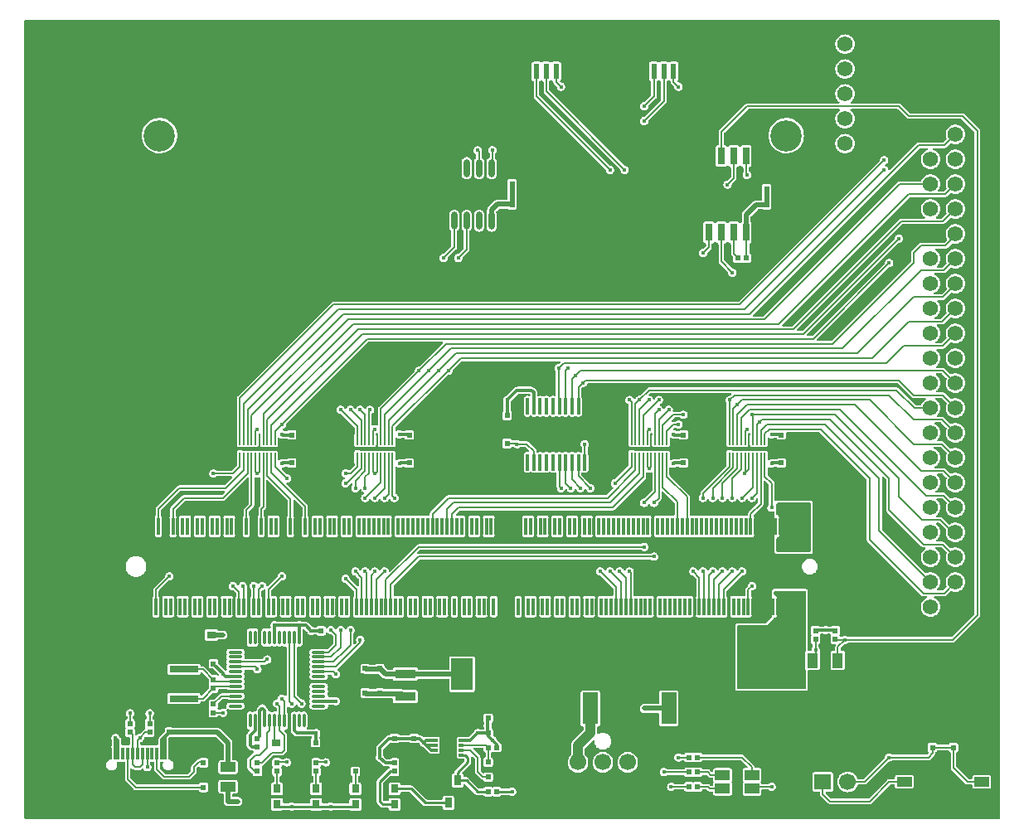
<source format=gtl>
G04 Layer: TopLayer*
G04 EasyEDA v6.5.22, 2022-12-22 19:42:36*
G04 63d54b84b90b4e81b1216e971f4bcc08,b137401b17fb4d15a04862e99c0880a0,10*
G04 Gerber Generator version 0.2*
G04 Scale: 100 percent, Rotated: No, Reflected: No *
G04 Dimensions in millimeters *
G04 leading zeros omitted , absolute positions ,4 integer and 5 decimal *
%FSLAX45Y45*%
%MOMM*%

%AMMACRO1*21,1,$1,$2,0,0,$3*%
%ADD10C,0.1500*%
%ADD11C,0.5000*%
%ADD12C,0.2500*%
%ADD13C,0.3000*%
%ADD14C,1.0000*%
%ADD15R,2.0000X3.5000*%
%ADD16R,0.3000X1.8000*%
%ADD17R,0.3000X1.3000*%
%ADD18R,1.1000X1.5240*%
%ADD19R,1.5000X1.0000*%
%ADD20MACRO1,0.54X0.5656X0.0000*%
%ADD21R,0.5400X0.5657*%
%ADD22R,0.8000X1.0000*%
%ADD23R,1.5500X1.0000*%
%ADD24R,2.1500X0.9500*%
%ADD25R,2.2000X3.2500*%
%ADD26MACRO1,0.54X0.5656X90.0000*%
%ADD27MACRO1,0.54X0.5656X-90.0000*%
%ADD28R,0.8000X0.9000*%
%ADD29R,0.6000X1.5500*%
%ADD30R,1.2000X1.8000*%
%ADD31R,0.9000X0.8000*%
%ADD32MACRO1,1.701X1.2075X90.0000*%
%ADD33R,1.6000X3.2000*%
%ADD34O,0.27000199999999996X1.499997*%
%ADD35O,1.499997X0.27000199999999996*%
%ADD36O,0.36400740000000004X1.7420082*%
%ADD37R,1.7000X2.4000*%
%ADD38R,0.5000X0.3000*%
%ADD39R,3.0000X0.7000*%
%ADD40R,0.2000X1.1000*%
%ADD41R,0.2000X1.0000*%
%ADD42O,0.6299962X1.8649950000000002*%
%ADD43R,0.7000X1.8000*%
%ADD44O,1.1999976X1.7999964*%
%ADD45O,1.1999976X1.9999959999999999*%
%ADD46R,1.7000X1.5748*%
%ADD47C,1.7000*%
%ADD48R,1.5748X1.5748*%
%ADD49C,1.5748*%
%ADD50C,6.0000*%
%ADD51C,3.2000*%
%ADD52C,0.4500*%
%ADD53C,0.0100*%

%LPD*%
G36*
X-4569358Y-4979466D02*
G01*
X-4573219Y-4978704D01*
X-4576521Y-4976520D01*
X-4578705Y-4973218D01*
X-4579518Y-4969306D01*
X-4579518Y3169361D01*
X-4578705Y3173222D01*
X-4576521Y3176524D01*
X-4573219Y3178708D01*
X-4569358Y3179521D01*
X5369356Y3179521D01*
X5373217Y3178708D01*
X5376519Y3176524D01*
X5378704Y3173222D01*
X5379516Y3169361D01*
X5379516Y-4969306D01*
X5378704Y-4973218D01*
X5376519Y-4976520D01*
X5373217Y-4978704D01*
X5369356Y-4979466D01*
G37*

%LPC*%
G36*
X3793490Y2835910D02*
G01*
X3806698Y2835910D01*
X3819855Y2837688D01*
X3832656Y2841193D01*
X3844848Y2846374D01*
X3856228Y2853131D01*
X3866642Y2861360D01*
X3875836Y2870860D01*
X3883710Y2881528D01*
X3890111Y2893161D01*
X3894836Y2905506D01*
X3897934Y2918409D01*
X3899255Y2931617D01*
X3898798Y2944825D01*
X3896614Y2957931D01*
X3892702Y2970580D01*
X3887114Y2982620D01*
X3879951Y2993796D01*
X3871417Y3003905D01*
X3861562Y3012795D01*
X3850640Y3020263D01*
X3838803Y3026257D01*
X3826306Y3030626D01*
X3813301Y3033268D01*
X3800094Y3034131D01*
X3786886Y3033268D01*
X3773881Y3030626D01*
X3761384Y3026257D01*
X3749548Y3020263D01*
X3738626Y3012795D01*
X3728770Y3003905D01*
X3720236Y2993796D01*
X3713073Y2982620D01*
X3707485Y2970580D01*
X3703574Y2957931D01*
X3701389Y2944825D01*
X3700932Y2931617D01*
X3702253Y2918409D01*
X3705351Y2905506D01*
X3710076Y2893161D01*
X3716477Y2881528D01*
X3724351Y2870860D01*
X3733546Y2861360D01*
X3743960Y2853131D01*
X3755339Y2846374D01*
X3767531Y2841193D01*
X3780332Y2837688D01*
G37*
G36*
X3793490Y2581910D02*
G01*
X3806698Y2581910D01*
X3819855Y2583688D01*
X3832656Y2587193D01*
X3844848Y2592374D01*
X3856228Y2599131D01*
X3866642Y2607360D01*
X3875836Y2616860D01*
X3883710Y2627528D01*
X3890111Y2639161D01*
X3894836Y2651506D01*
X3897934Y2664409D01*
X3899255Y2677617D01*
X3898798Y2690825D01*
X3896614Y2703931D01*
X3892702Y2716580D01*
X3887114Y2728620D01*
X3879951Y2739796D01*
X3871417Y2749905D01*
X3861562Y2758795D01*
X3850640Y2766263D01*
X3838803Y2772257D01*
X3826306Y2776626D01*
X3813301Y2779268D01*
X3800094Y2780131D01*
X3786886Y2779268D01*
X3773881Y2776626D01*
X3761384Y2772257D01*
X3749548Y2766263D01*
X3738626Y2758795D01*
X3728770Y2749905D01*
X3720236Y2739796D01*
X3713073Y2728620D01*
X3707485Y2716580D01*
X3703574Y2703931D01*
X3701389Y2690825D01*
X3700932Y2677617D01*
X3702253Y2664409D01*
X3705351Y2651506D01*
X3710076Y2639161D01*
X3716477Y2627528D01*
X3724351Y2616860D01*
X3733546Y2607360D01*
X3743960Y2599131D01*
X3755339Y2592374D01*
X3767531Y2587193D01*
X3780332Y2583688D01*
G37*
G36*
X1752041Y2107082D02*
G01*
X1760118Y2108250D01*
X1767839Y2110892D01*
X1774901Y2115007D01*
X1781098Y2120341D01*
X1786128Y2126742D01*
X1789887Y2134006D01*
X1792173Y2141829D01*
X1792986Y2150059D01*
X1793900Y2153462D01*
X1795881Y2156307D01*
X1969566Y2329942D01*
X1973630Y2335072D01*
X1976374Y2340711D01*
X1977745Y2346807D01*
X1977948Y2350262D01*
X1977948Y2549398D01*
X1978812Y2553462D01*
X1981200Y2556865D01*
X1984756Y2558999D01*
X1988769Y2560421D01*
X1996033Y2565146D01*
X1999894Y2565908D01*
X2003806Y2565146D01*
X2011070Y2560370D01*
X2015236Y2558897D01*
X2018690Y2556865D01*
X2021078Y2553665D01*
X2022043Y2549804D01*
X2022703Y2543759D01*
X2024786Y2537866D01*
X2028088Y2532532D01*
X2030374Y2529992D01*
X2054250Y2506116D01*
X2056485Y2502814D01*
X2057247Y2498953D01*
X2057247Y2495905D01*
X2058771Y2487879D01*
X2061819Y2480310D01*
X2066239Y2473452D01*
X2071878Y2467559D01*
X2078532Y2462784D01*
X2085949Y2459431D01*
X2093874Y2457500D01*
X2102053Y2457094D01*
X2110130Y2458262D01*
X2117852Y2460904D01*
X2124913Y2465019D01*
X2131060Y2470353D01*
X2136140Y2476754D01*
X2139848Y2484018D01*
X2142185Y2491841D01*
X2142947Y2499969D01*
X2142185Y2508148D01*
X2139848Y2515971D01*
X2136140Y2523236D01*
X2131060Y2529636D01*
X2124913Y2534970D01*
X2117852Y2539085D01*
X2110130Y2541727D01*
X2097278Y2543556D01*
X2093772Y2545842D01*
X2091893Y2547670D01*
X2089708Y2550972D01*
X2088946Y2554833D01*
X2089708Y2558745D01*
X2091893Y2562047D01*
X2095906Y2566060D01*
X2098344Y2569921D01*
X2099868Y2574239D01*
X2100427Y2579370D01*
X2100427Y2733192D01*
X2099868Y2738323D01*
X2098344Y2742641D01*
X2095906Y2746502D01*
X2092706Y2749753D01*
X2088794Y2752191D01*
X2084476Y2753715D01*
X2079396Y2754274D01*
X2020519Y2754274D01*
X2015388Y2753715D01*
X2011070Y2752191D01*
X2003856Y2747467D01*
X1999945Y2746705D01*
X1996084Y2747467D01*
X1988769Y2752242D01*
X1984451Y2753766D01*
X1979371Y2754325D01*
X1920493Y2754325D01*
X1915363Y2753766D01*
X1911045Y2752242D01*
X1903831Y2747518D01*
X1899920Y2746756D01*
X1896059Y2747518D01*
X1888794Y2752242D01*
X1884476Y2753766D01*
X1879396Y2754325D01*
X1820519Y2754325D01*
X1815388Y2753766D01*
X1811070Y2752242D01*
X1807210Y2749804D01*
X1803958Y2746552D01*
X1801520Y2742692D01*
X1800047Y2738374D01*
X1799437Y2733243D01*
X1799437Y2579420D01*
X1800047Y2574290D01*
X1801520Y2569972D01*
X1803958Y2566111D01*
X1807210Y2562860D01*
X1811070Y2560421D01*
X1815134Y2558999D01*
X1818690Y2556865D01*
X1821129Y2553462D01*
X1821942Y2549398D01*
X1821942Y2415743D01*
X1821180Y2411882D01*
X1818995Y2408580D01*
X1756156Y2345740D01*
X1753057Y2343607D01*
X1749450Y2342794D01*
X1743913Y2342489D01*
X1735937Y2340559D01*
X1728520Y2337206D01*
X1721866Y2332431D01*
X1716227Y2326538D01*
X1711858Y2319680D01*
X1708810Y2312111D01*
X1707235Y2304084D01*
X1707235Y2295906D01*
X1708810Y2287879D01*
X1711858Y2280310D01*
X1716227Y2273452D01*
X1721866Y2267559D01*
X1728520Y2262784D01*
X1735937Y2259431D01*
X1743913Y2257501D01*
X1752041Y2257094D01*
X1760118Y2258263D01*
X1767839Y2260904D01*
X1774901Y2265019D01*
X1781098Y2270353D01*
X1786128Y2276754D01*
X1789887Y2284018D01*
X1792173Y2291842D01*
X1792986Y2300071D01*
X1793900Y2303424D01*
X1795881Y2306320D01*
X1869541Y2379980D01*
X1873656Y2385060D01*
X1876348Y2390698D01*
X1877771Y2396845D01*
X1877974Y2400249D01*
X1877974Y2549398D01*
X1878787Y2553462D01*
X1881225Y2556865D01*
X1884781Y2558999D01*
X1888794Y2560421D01*
X1896059Y2565146D01*
X1899920Y2565908D01*
X1903831Y2565146D01*
X1911045Y2560421D01*
X1915160Y2558999D01*
X1918716Y2556865D01*
X1921103Y2553462D01*
X1921967Y2549398D01*
X1921967Y2365756D01*
X1921205Y2361895D01*
X1918970Y2358593D01*
X1756105Y2195728D01*
X1753057Y2193594D01*
X1749450Y2192782D01*
X1743913Y2192477D01*
X1735937Y2190546D01*
X1728520Y2187194D01*
X1721866Y2182418D01*
X1716227Y2176526D01*
X1711858Y2169668D01*
X1708810Y2162098D01*
X1707235Y2154072D01*
X1707235Y2145893D01*
X1708810Y2137867D01*
X1711858Y2130298D01*
X1716227Y2123440D01*
X1721866Y2117547D01*
X1728520Y2112772D01*
X1735937Y2109419D01*
X1743913Y2107488D01*
G37*
G36*
X-839520Y-4895596D02*
G01*
X-760679Y-4895596D01*
X-755548Y-4895037D01*
X-751230Y-4893513D01*
X-747369Y-4891074D01*
X-744118Y-4887823D01*
X-741680Y-4883962D01*
X-740156Y-4879644D01*
X-739597Y-4874514D01*
X-739597Y-4785664D01*
X-740156Y-4780534D01*
X-741680Y-4776216D01*
X-744118Y-4772355D01*
X-747369Y-4769104D01*
X-751230Y-4766716D01*
X-755548Y-4765192D01*
X-760679Y-4764582D01*
X-839520Y-4764582D01*
X-844651Y-4765192D01*
X-848969Y-4766716D01*
X-852830Y-4769104D01*
X-856081Y-4772355D01*
X-858519Y-4776216D01*
X-860044Y-4780534D01*
X-860602Y-4786833D01*
X-861364Y-4790744D01*
X-863549Y-4794046D01*
X-866851Y-4796231D01*
X-870762Y-4796993D01*
X-902106Y-4796993D01*
X-906018Y-4796231D01*
X-909319Y-4794046D01*
X-914044Y-4789322D01*
X-916228Y-4786020D01*
X-916990Y-4782108D01*
X-916990Y-4617872D01*
X-916228Y-4613960D01*
X-914044Y-4610658D01*
X-845819Y-4542485D01*
X-842721Y-4540351D01*
X-839012Y-4539538D01*
X-835304Y-4540097D01*
X-831646Y-4541367D01*
X-826516Y-4541926D01*
X-773684Y-4541926D01*
X-768553Y-4541367D01*
X-764235Y-4539843D01*
X-760374Y-4537405D01*
X-757123Y-4534204D01*
X-754684Y-4530293D01*
X-753160Y-4525975D01*
X-752602Y-4520895D01*
X-752602Y-4465421D01*
X-753160Y-4460341D01*
X-756513Y-4451756D01*
X-756513Y-4447997D01*
X-754684Y-4443730D01*
X-753160Y-4439412D01*
X-752602Y-4434332D01*
X-752602Y-4378858D01*
X-753160Y-4373778D01*
X-754684Y-4369460D01*
X-757123Y-4365548D01*
X-760374Y-4362348D01*
X-764235Y-4359910D01*
X-768553Y-4358386D01*
X-773684Y-4357827D01*
X-826516Y-4357827D01*
X-831646Y-4358386D01*
X-835964Y-4359910D01*
X-839825Y-4362348D01*
X-845921Y-4369003D01*
X-848868Y-4370628D01*
X-852220Y-4371187D01*
X-874369Y-4371187D01*
X-878230Y-4370425D01*
X-881532Y-4368241D01*
X-905916Y-4343857D01*
X-907491Y-4341876D01*
X-908507Y-4339539D01*
X-910132Y-4334052D01*
X-913384Y-4327702D01*
X-914196Y-4325467D01*
X-914501Y-4323080D01*
X-914501Y-4268927D01*
X-913739Y-4265015D01*
X-911504Y-4261713D01*
X-852271Y-4202430D01*
X-849477Y-4200499D01*
X-846226Y-4199534D01*
X-842822Y-4199737D01*
X-839673Y-4201007D01*
X-835964Y-4203344D01*
X-831646Y-4204868D01*
X-826516Y-4205427D01*
X-773684Y-4205427D01*
X-768553Y-4204868D01*
X-764235Y-4203344D01*
X-760374Y-4200906D01*
X-754380Y-4194403D01*
X-751433Y-4192778D01*
X-748080Y-4192219D01*
X-651967Y-4192219D01*
X-648614Y-4192778D01*
X-645668Y-4194403D01*
X-642924Y-4197705D01*
X-639673Y-4200906D01*
X-635812Y-4203344D01*
X-631494Y-4204868D01*
X-626364Y-4205427D01*
X-573532Y-4205427D01*
X-568401Y-4204868D01*
X-564083Y-4203344D01*
X-560425Y-4201058D01*
X-557276Y-4199737D01*
X-553872Y-4199534D01*
X-550570Y-4200499D01*
X-547827Y-4202480D01*
X-544118Y-4206138D01*
X-542340Y-4208576D01*
X-541223Y-4212082D01*
X-538175Y-4219651D01*
X-533755Y-4226560D01*
X-528116Y-4232452D01*
X-521462Y-4237177D01*
X-514045Y-4240580D01*
X-508406Y-4242358D01*
X-506222Y-4243984D01*
X-450392Y-4299661D01*
X-444195Y-4304639D01*
X-437591Y-4307992D01*
X-430276Y-4309922D01*
X-424535Y-4310380D01*
X-358190Y-4310380D01*
X-353060Y-4309821D01*
X-348742Y-4308297D01*
X-344881Y-4305858D01*
X-341630Y-4302607D01*
X-339191Y-4298746D01*
X-337667Y-4294428D01*
X-337108Y-4289298D01*
X-337108Y-4260443D01*
X-337667Y-4255312D01*
X-338988Y-4249877D01*
X-337667Y-4244441D01*
X-337108Y-4239310D01*
X-337108Y-4210456D01*
X-337667Y-4205325D01*
X-338988Y-4199890D01*
X-337667Y-4194403D01*
X-337108Y-4189323D01*
X-337108Y-4160469D01*
X-337667Y-4155338D01*
X-339191Y-4151020D01*
X-341630Y-4147159D01*
X-344881Y-4143908D01*
X-348742Y-4141470D01*
X-353060Y-4139946D01*
X-358190Y-4139387D01*
X-474472Y-4139488D01*
X-482346Y-4140352D01*
X-489508Y-4142638D01*
X-494284Y-4145279D01*
X-498398Y-4146499D01*
X-502716Y-4145889D01*
X-506323Y-4143552D01*
X-517804Y-4132021D01*
X-524001Y-4127042D01*
X-530606Y-4123690D01*
X-537870Y-4121708D01*
X-543712Y-4121251D01*
X-547827Y-4121251D01*
X-551180Y-4120692D01*
X-554177Y-4119067D01*
X-556971Y-4115612D01*
X-560222Y-4112412D01*
X-564083Y-4109974D01*
X-568401Y-4108450D01*
X-573532Y-4107891D01*
X-626364Y-4107891D01*
X-631494Y-4108450D01*
X-635812Y-4109974D01*
X-639673Y-4112412D01*
X-645718Y-4118965D01*
X-648665Y-4120642D01*
X-652018Y-4121200D01*
X-748030Y-4121200D01*
X-751382Y-4120642D01*
X-754329Y-4118965D01*
X-757123Y-4115612D01*
X-760374Y-4112412D01*
X-764235Y-4109974D01*
X-768553Y-4108450D01*
X-773684Y-4107891D01*
X-826516Y-4107891D01*
X-831646Y-4108450D01*
X-835964Y-4109974D01*
X-839825Y-4112412D01*
X-845870Y-4118965D01*
X-848817Y-4120642D01*
X-852169Y-4121200D01*
X-856183Y-4121200D01*
X-864057Y-4122013D01*
X-871118Y-4124299D01*
X-877671Y-4128109D01*
X-882091Y-4131868D01*
X-974699Y-4224528D01*
X-979728Y-4230674D01*
X-983081Y-4237278D01*
X-985062Y-4244594D01*
X-985519Y-4250385D01*
X-985519Y-4323181D01*
X-985926Y-4326077D01*
X-988161Y-4330344D01*
X-991209Y-4337913D01*
X-992733Y-4345940D01*
X-992733Y-4354068D01*
X-991209Y-4362094D01*
X-988161Y-4369663D01*
X-983742Y-4376572D01*
X-978103Y-4382465D01*
X-971448Y-4387189D01*
X-964031Y-4390593D01*
X-958392Y-4392371D01*
X-956157Y-4394047D01*
X-918768Y-4431436D01*
X-912571Y-4436414D01*
X-905967Y-4439818D01*
X-898702Y-4441748D01*
X-892860Y-4442206D01*
X-856284Y-4442206D01*
X-852271Y-4443018D01*
X-848918Y-4445355D01*
X-846785Y-4448810D01*
X-846124Y-4452823D01*
X-847140Y-4456785D01*
X-849579Y-4460036D01*
X-853135Y-4462018D01*
X-856691Y-4463186D01*
X-862736Y-4466691D01*
X-866902Y-4470196D01*
X-972972Y-4576267D01*
X-977646Y-4582058D01*
X-980744Y-4588205D01*
X-982573Y-4594961D01*
X-982980Y-4600397D01*
X-982980Y-4799482D01*
X-982218Y-4806848D01*
X-980084Y-4813401D01*
X-976579Y-4819446D01*
X-973074Y-4823612D01*
X-943711Y-4852974D01*
X-937920Y-4857648D01*
X-931773Y-4860747D01*
X-925017Y-4862576D01*
X-919581Y-4862982D01*
X-870762Y-4862982D01*
X-866851Y-4863795D01*
X-863549Y-4865979D01*
X-861364Y-4869281D01*
X-860044Y-4879644D01*
X-858519Y-4883962D01*
X-856081Y-4887823D01*
X-852830Y-4891074D01*
X-848969Y-4893513D01*
X-844651Y-4895037D01*
G37*
G36*
X3793490Y1819910D02*
G01*
X3806698Y1819910D01*
X3819855Y1821688D01*
X3832656Y1825193D01*
X3844848Y1830374D01*
X3856228Y1837131D01*
X3866642Y1845360D01*
X3875836Y1854860D01*
X3883710Y1865528D01*
X3890111Y1877161D01*
X3894836Y1889506D01*
X3897934Y1902409D01*
X3899255Y1915617D01*
X3898798Y1928825D01*
X3896614Y1941931D01*
X3892702Y1954580D01*
X3887114Y1966620D01*
X3879951Y1977796D01*
X3871417Y1987905D01*
X3861562Y1996795D01*
X3850640Y2004263D01*
X3838803Y2010257D01*
X3826306Y2014626D01*
X3813301Y2017268D01*
X3800094Y2018131D01*
X3786886Y2017268D01*
X3773881Y2014626D01*
X3761384Y2010257D01*
X3749548Y2004263D01*
X3738626Y1996795D01*
X3728770Y1987905D01*
X3720236Y1977796D01*
X3713073Y1966620D01*
X3707485Y1954580D01*
X3703574Y1941931D01*
X3701389Y1928825D01*
X3700932Y1915617D01*
X3702253Y1902409D01*
X3705351Y1889506D01*
X3710076Y1877161D01*
X3716477Y1865528D01*
X3724351Y1854860D01*
X3733546Y1845360D01*
X3743960Y1837131D01*
X3755339Y1830374D01*
X3767531Y1825193D01*
X3780332Y1821688D01*
G37*
G36*
X3204616Y1819554D02*
G01*
X3223158Y1821027D01*
X3241446Y1824329D01*
X3259277Y1829511D01*
X3276498Y1836521D01*
X3292906Y1845259D01*
X3308299Y1855622D01*
X3322574Y1867560D01*
X3335578Y1880870D01*
X3347110Y1895398D01*
X3357067Y1911096D01*
X3365398Y1927707D01*
X3371951Y1945132D01*
X3376676Y1963064D01*
X3379520Y1981454D01*
X3380486Y1999996D01*
X3379520Y2018538D01*
X3376676Y2036927D01*
X3371951Y2054860D01*
X3365398Y2072284D01*
X3357067Y2088896D01*
X3347110Y2104593D01*
X3335578Y2119122D01*
X3322574Y2132431D01*
X3308299Y2144369D01*
X3292906Y2154732D01*
X3276498Y2163470D01*
X3259277Y2170480D01*
X3241446Y2175662D01*
X3223158Y2178964D01*
X3204616Y2180437D01*
X3186074Y2179929D01*
X3167634Y2177542D01*
X3149549Y2173274D01*
X3132023Y2167178D01*
X3115157Y2159304D01*
X3099257Y2149754D01*
X3084372Y2138578D01*
X3070758Y2125980D01*
X3058464Y2112010D01*
X3047695Y2096871D01*
X3038551Y2080666D01*
X3031134Y2063648D01*
X3025444Y2045970D01*
X3021634Y2027783D01*
X3019755Y2009292D01*
X3019755Y1990699D01*
X3021634Y1972208D01*
X3025444Y1954022D01*
X3031134Y1936343D01*
X3038551Y1919325D01*
X3047695Y1903120D01*
X3058464Y1887982D01*
X3070758Y1874012D01*
X3084372Y1861413D01*
X3099257Y1850237D01*
X3115157Y1840687D01*
X3132023Y1832813D01*
X3149549Y1826717D01*
X3167634Y1822450D01*
X3186074Y1820062D01*
G37*
G36*
X-289407Y-4885486D02*
G01*
X-210566Y-4885486D01*
X-205435Y-4884928D01*
X-201117Y-4883404D01*
X-197256Y-4880965D01*
X-194005Y-4877714D01*
X-191566Y-4873853D01*
X-190093Y-4869535D01*
X-189484Y-4864404D01*
X-189484Y-4765548D01*
X-190093Y-4760417D01*
X-191566Y-4756099D01*
X-194005Y-4752238D01*
X-197256Y-4748987D01*
X-201117Y-4746599D01*
X-205435Y-4745075D01*
X-210566Y-4744466D01*
X-289407Y-4744466D01*
X-294538Y-4745075D01*
X-298856Y-4746599D01*
X-302717Y-4748987D01*
X-305968Y-4752238D01*
X-308406Y-4756099D01*
X-309930Y-4760417D01*
X-310489Y-4765548D01*
X-310489Y-4771847D01*
X-311251Y-4775708D01*
X-313486Y-4779010D01*
X-316788Y-4781194D01*
X-320649Y-4782007D01*
X-467106Y-4782007D01*
X-471017Y-4781194D01*
X-474319Y-4779010D01*
X-606298Y-4647031D01*
X-612089Y-4642358D01*
X-618185Y-4639208D01*
X-624992Y-4637430D01*
X-630428Y-4636973D01*
X-729437Y-4636973D01*
X-733348Y-4636211D01*
X-736650Y-4634026D01*
X-738835Y-4630724D01*
X-740156Y-4620564D01*
X-741680Y-4616246D01*
X-744118Y-4612386D01*
X-747369Y-4609134D01*
X-751230Y-4606696D01*
X-755548Y-4605172D01*
X-760679Y-4604613D01*
X-839520Y-4604613D01*
X-844651Y-4605172D01*
X-848969Y-4606696D01*
X-852830Y-4609134D01*
X-856081Y-4612386D01*
X-858519Y-4616246D01*
X-860044Y-4620564D01*
X-860602Y-4625695D01*
X-860602Y-4714544D01*
X-860044Y-4719675D01*
X-858519Y-4723993D01*
X-856081Y-4727854D01*
X-852830Y-4731105D01*
X-848969Y-4733493D01*
X-844651Y-4735017D01*
X-839520Y-4735626D01*
X-760679Y-4735626D01*
X-755548Y-4735017D01*
X-751230Y-4733493D01*
X-747369Y-4731105D01*
X-744118Y-4727854D01*
X-741680Y-4723993D01*
X-740156Y-4719675D01*
X-739597Y-4713122D01*
X-738835Y-4709261D01*
X-736650Y-4705959D01*
X-733348Y-4703775D01*
X-729437Y-4702962D01*
X-647903Y-4702962D01*
X-643991Y-4703775D01*
X-640689Y-4705959D01*
X-508711Y-4837938D01*
X-502920Y-4842611D01*
X-496824Y-4845761D01*
X-490016Y-4847539D01*
X-484581Y-4847996D01*
X-320649Y-4847996D01*
X-316788Y-4848758D01*
X-313486Y-4850942D01*
X-311251Y-4854244D01*
X-310489Y-4858156D01*
X-310489Y-4864404D01*
X-309930Y-4869535D01*
X-308406Y-4873853D01*
X-305968Y-4877714D01*
X-302717Y-4880965D01*
X-298856Y-4883404D01*
X-294538Y-4884928D01*
G37*
G36*
X-2499512Y-4845507D02*
G01*
X-2398268Y-4845456D01*
X-2389581Y-4844237D01*
X-2381656Y-4841595D01*
X-2374290Y-4837480D01*
X-2367838Y-4832146D01*
X-2362504Y-4825695D01*
X-2358390Y-4818329D01*
X-2355748Y-4810404D01*
X-2354580Y-4802073D01*
X-2354986Y-4793691D01*
X-2356916Y-4785563D01*
X-2360269Y-4777892D01*
X-2365095Y-4770831D01*
X-2369362Y-4766360D01*
X-2376119Y-4761230D01*
X-2383637Y-4757521D01*
X-2391714Y-4755184D01*
X-2400503Y-4754372D01*
X-2444292Y-4754372D01*
X-2448204Y-4753610D01*
X-2451506Y-4751425D01*
X-2453690Y-4748123D01*
X-2454452Y-4744262D01*
X-2454503Y-4730648D01*
X-2453741Y-4726787D01*
X-2451506Y-4723485D01*
X-2448204Y-4721250D01*
X-2444343Y-4720488D01*
X-2423058Y-4720488D01*
X-2417927Y-4719929D01*
X-2413609Y-4718405D01*
X-2409748Y-4715967D01*
X-2406497Y-4712716D01*
X-2404059Y-4708855D01*
X-2402586Y-4704537D01*
X-2401976Y-4699406D01*
X-2401976Y-4600549D01*
X-2402586Y-4595418D01*
X-2404059Y-4591100D01*
X-2406497Y-4587240D01*
X-2409748Y-4584039D01*
X-2413609Y-4581601D01*
X-2417927Y-4580077D01*
X-2423058Y-4579518D01*
X-2576931Y-4579518D01*
X-2582062Y-4580077D01*
X-2586380Y-4581601D01*
X-2590241Y-4584039D01*
X-2593492Y-4587240D01*
X-2595880Y-4591100D01*
X-2597404Y-4595418D01*
X-2598013Y-4600549D01*
X-2598013Y-4699406D01*
X-2597404Y-4704537D01*
X-2595880Y-4708855D01*
X-2593492Y-4712716D01*
X-2590241Y-4715967D01*
X-2586380Y-4718405D01*
X-2582062Y-4719929D01*
X-2576931Y-4720488D01*
X-2555646Y-4720488D01*
X-2551734Y-4721250D01*
X-2548483Y-4723434D01*
X-2546248Y-4726736D01*
X-2545486Y-4730648D01*
X-2545283Y-4804054D01*
X-2543708Y-4812436D01*
X-2540660Y-4820259D01*
X-2536291Y-4827371D01*
X-2530602Y-4833569D01*
X-2523947Y-4838649D01*
X-2516428Y-4842357D01*
X-2508351Y-4844694D01*
G37*
G36*
X3650284Y-4827981D02*
G01*
X4049725Y-4827981D01*
X4056227Y-4827270D01*
X4062120Y-4825187D01*
X4067454Y-4821885D01*
X4069994Y-4819599D01*
X4258614Y-4630978D01*
X4261916Y-4628743D01*
X4265777Y-4627981D01*
X4299356Y-4627981D01*
X4303217Y-4628743D01*
X4306519Y-4630978D01*
X4308703Y-4634280D01*
X4309516Y-4638141D01*
X4309516Y-4649419D01*
X4310075Y-4654550D01*
X4311599Y-4658868D01*
X4314037Y-4662728D01*
X4317238Y-4665980D01*
X4321098Y-4668418D01*
X4325467Y-4669891D01*
X4330547Y-4670501D01*
X4479442Y-4670501D01*
X4484522Y-4669891D01*
X4488840Y-4668418D01*
X4492752Y-4665980D01*
X4495952Y-4662728D01*
X4498390Y-4658868D01*
X4499914Y-4654550D01*
X4500473Y-4649419D01*
X4500473Y-4550562D01*
X4499914Y-4545431D01*
X4498390Y-4541113D01*
X4495952Y-4537252D01*
X4492752Y-4534001D01*
X4488840Y-4531563D01*
X4484522Y-4530090D01*
X4479442Y-4529480D01*
X4330547Y-4529480D01*
X4325467Y-4530090D01*
X4321098Y-4531563D01*
X4317238Y-4534001D01*
X4314037Y-4537252D01*
X4311599Y-4541113D01*
X4310075Y-4545431D01*
X4309516Y-4550562D01*
X4309516Y-4561840D01*
X4308703Y-4565700D01*
X4306519Y-4569002D01*
X4303217Y-4571238D01*
X4299356Y-4572000D01*
X4250283Y-4572000D01*
X4243781Y-4572711D01*
X4237837Y-4574794D01*
X4232554Y-4578096D01*
X4230014Y-4580382D01*
X4041394Y-4769002D01*
X4038092Y-4771237D01*
X4034180Y-4771999D01*
X3665778Y-4771999D01*
X3661918Y-4771237D01*
X3658615Y-4769002D01*
X3606190Y-4716576D01*
X3603955Y-4713274D01*
X3603193Y-4709414D01*
X3603955Y-4705502D01*
X3606190Y-4702200D01*
X3609441Y-4700016D01*
X3613353Y-4699254D01*
X3657447Y-4699254D01*
X3662578Y-4698644D01*
X3666896Y-4697120D01*
X3670757Y-4694682D01*
X3674008Y-4691481D01*
X3676446Y-4687620D01*
X3677920Y-4683302D01*
X3678529Y-4678172D01*
X3678529Y-4521809D01*
X3677920Y-4516678D01*
X3676446Y-4512360D01*
X3674008Y-4508500D01*
X3670757Y-4505299D01*
X3666896Y-4502861D01*
X3662578Y-4501337D01*
X3657447Y-4500778D01*
X3488588Y-4500778D01*
X3483457Y-4501337D01*
X3479139Y-4502861D01*
X3475278Y-4505299D01*
X3472027Y-4508500D01*
X3469589Y-4512360D01*
X3468115Y-4516678D01*
X3467506Y-4521809D01*
X3467506Y-4678172D01*
X3468115Y-4683302D01*
X3469589Y-4687620D01*
X3472027Y-4691481D01*
X3475278Y-4694682D01*
X3479139Y-4697120D01*
X3483457Y-4698644D01*
X3488588Y-4699254D01*
X3534867Y-4699254D01*
X3538728Y-4700016D01*
X3542029Y-4702200D01*
X3544214Y-4705502D01*
X3545027Y-4709414D01*
X3545027Y-4722723D01*
X3545738Y-4729226D01*
X3547770Y-4735169D01*
X3551123Y-4740452D01*
X3553409Y-4742992D01*
X3630015Y-4819599D01*
X3635095Y-4823663D01*
X3640734Y-4826406D01*
X3646881Y-4827778D01*
G37*
G36*
X-3195370Y1819554D02*
G01*
X-3176828Y1821027D01*
X-3158540Y1824329D01*
X-3140710Y1829511D01*
X-3123488Y1836521D01*
X-3107080Y1845259D01*
X-3091688Y1855622D01*
X-3077413Y1867560D01*
X-3064408Y1880870D01*
X-3052876Y1895398D01*
X-3042920Y1911096D01*
X-3034588Y1927707D01*
X-3028035Y1945132D01*
X-3023311Y1963064D01*
X-3020466Y1981454D01*
X-3019501Y1999996D01*
X-3020466Y2018538D01*
X-3023311Y2036927D01*
X-3028035Y2054860D01*
X-3034588Y2072284D01*
X-3042920Y2088896D01*
X-3052876Y2104593D01*
X-3064408Y2119122D01*
X-3077413Y2132431D01*
X-3091688Y2144369D01*
X-3107080Y2154732D01*
X-3123488Y2163470D01*
X-3140710Y2170480D01*
X-3158540Y2175662D01*
X-3176828Y2178964D01*
X-3195370Y2180437D01*
X-3213912Y2179929D01*
X-3232353Y2177542D01*
X-3250438Y2173274D01*
X-3267964Y2167178D01*
X-3284829Y2159304D01*
X-3300729Y2149754D01*
X-3315614Y2138578D01*
X-3329228Y2125980D01*
X-3341522Y2112010D01*
X-3352292Y2096871D01*
X-3361436Y2080666D01*
X-3368852Y2063648D01*
X-3374542Y2045970D01*
X-3378352Y2027783D01*
X-3380232Y2009292D01*
X-3380232Y1990699D01*
X-3378352Y1972208D01*
X-3374542Y1954022D01*
X-3368852Y1936343D01*
X-3361436Y1919325D01*
X-3352292Y1903120D01*
X-3341522Y1887982D01*
X-3329228Y1874012D01*
X-3315614Y1861413D01*
X-3300729Y1850237D01*
X-3284829Y1840687D01*
X-3267964Y1832813D01*
X-3250438Y1826717D01*
X-3232353Y1822450D01*
X-3213912Y1820062D01*
G37*
G36*
X4920488Y1659889D02*
G01*
X4933696Y1659889D01*
X4946853Y1661668D01*
X4959654Y1665173D01*
X4971846Y1670354D01*
X4983226Y1677111D01*
X4993640Y1685340D01*
X5002834Y1694840D01*
X5010708Y1705508D01*
X5017109Y1717141D01*
X5021834Y1729486D01*
X5024932Y1742389D01*
X5026253Y1755597D01*
X5025796Y1768805D01*
X5023612Y1781911D01*
X5019700Y1794560D01*
X5014112Y1806600D01*
X5006949Y1817776D01*
X4998415Y1827885D01*
X4988560Y1836775D01*
X4977638Y1844243D01*
X4965801Y1850237D01*
X4953304Y1854606D01*
X4940300Y1857248D01*
X4927092Y1858111D01*
X4913884Y1857248D01*
X4900879Y1854606D01*
X4888382Y1850237D01*
X4876546Y1844243D01*
X4865624Y1836775D01*
X4855768Y1827885D01*
X4847234Y1817776D01*
X4840071Y1806600D01*
X4834483Y1794560D01*
X4830572Y1781911D01*
X4828387Y1768805D01*
X4827930Y1755597D01*
X4829251Y1742389D01*
X4832350Y1729486D01*
X4837074Y1717141D01*
X4843475Y1705508D01*
X4851349Y1694840D01*
X4860544Y1685340D01*
X4870958Y1677111D01*
X4882337Y1670354D01*
X4894529Y1665173D01*
X4907330Y1661668D01*
G37*
G36*
X1402029Y1607058D02*
G01*
X1410106Y1608226D01*
X1417828Y1610918D01*
X1424889Y1614982D01*
X1431086Y1620367D01*
X1436116Y1626768D01*
X1439875Y1634032D01*
X1442161Y1641856D01*
X1442923Y1649984D01*
X1442161Y1658112D01*
X1439875Y1665935D01*
X1436116Y1673199D01*
X1431086Y1679600D01*
X1424889Y1684985D01*
X1417828Y1689049D01*
X1410106Y1691741D01*
X1397304Y1693519D01*
X1393748Y1695805D01*
X680923Y2408631D01*
X678738Y2411933D01*
X677976Y2415844D01*
X677976Y2549398D01*
X678789Y2553462D01*
X681228Y2556814D01*
X684784Y2558948D01*
X688898Y2560421D01*
X696163Y2565146D01*
X700024Y2565908D01*
X703935Y2565146D01*
X711149Y2560421D01*
X715162Y2558999D01*
X718718Y2556865D01*
X721106Y2553512D01*
X721969Y2549448D01*
X721969Y2450338D01*
X722680Y2443784D01*
X724763Y2437892D01*
X728065Y2432558D01*
X730351Y2430018D01*
X1504289Y1656130D01*
X1506474Y1652828D01*
X1507236Y1648917D01*
X1507236Y1645920D01*
X1508810Y1637893D01*
X1511858Y1630324D01*
X1516227Y1623415D01*
X1521866Y1617522D01*
X1528521Y1612798D01*
X1535938Y1609394D01*
X1543913Y1607464D01*
X1552041Y1607058D01*
X1560118Y1608226D01*
X1567840Y1610918D01*
X1574901Y1614982D01*
X1581099Y1620367D01*
X1586128Y1626768D01*
X1589887Y1634032D01*
X1592173Y1641856D01*
X1592935Y1649984D01*
X1592173Y1658112D01*
X1589887Y1665935D01*
X1586128Y1673199D01*
X1581099Y1679600D01*
X1574901Y1684985D01*
X1567840Y1689049D01*
X1560118Y1691741D01*
X1547266Y1693519D01*
X1543761Y1695805D01*
X780948Y2458669D01*
X778713Y2461920D01*
X777951Y2465832D01*
X777951Y2549398D01*
X778814Y2553462D01*
X781202Y2556814D01*
X784758Y2558999D01*
X788873Y2560421D01*
X796137Y2565146D01*
X799998Y2565908D01*
X803910Y2565146D01*
X811174Y2560370D01*
X815238Y2558948D01*
X818692Y2556916D01*
X821080Y2553716D01*
X822045Y2549804D01*
X822706Y2543759D01*
X824788Y2537866D01*
X828090Y2532583D01*
X830376Y2529992D01*
X854252Y2506116D01*
X856487Y2502814D01*
X857250Y2498953D01*
X857250Y2495905D01*
X858774Y2487879D01*
X861821Y2480310D01*
X866241Y2473452D01*
X871880Y2467559D01*
X878535Y2462784D01*
X885952Y2459431D01*
X893876Y2457500D01*
X902055Y2457094D01*
X910132Y2458262D01*
X917854Y2460904D01*
X924915Y2465019D01*
X931062Y2470353D01*
X936142Y2476754D01*
X939850Y2484018D01*
X942187Y2491841D01*
X942949Y2499969D01*
X942187Y2508148D01*
X939850Y2515971D01*
X936142Y2523236D01*
X931062Y2529636D01*
X924915Y2534970D01*
X917854Y2539085D01*
X910132Y2541727D01*
X897280Y2543556D01*
X893775Y2545842D01*
X891946Y2547620D01*
X889762Y2550922D01*
X889000Y2554782D01*
X889762Y2558694D01*
X891997Y2561996D01*
X896010Y2566060D01*
X898448Y2569921D01*
X899972Y2574239D01*
X900531Y2579370D01*
X900531Y2733192D01*
X899972Y2738323D01*
X898448Y2742641D01*
X896010Y2746502D01*
X892810Y2749753D01*
X888898Y2752191D01*
X884580Y2753715D01*
X879500Y2754274D01*
X820623Y2754274D01*
X815492Y2753715D01*
X811174Y2752191D01*
X803960Y2747467D01*
X800049Y2746705D01*
X796188Y2747467D01*
X788873Y2752242D01*
X784555Y2753766D01*
X779475Y2754325D01*
X720598Y2754325D01*
X715467Y2753766D01*
X711149Y2752242D01*
X703935Y2747518D01*
X700024Y2746756D01*
X696163Y2747518D01*
X688898Y2752242D01*
X684580Y2753766D01*
X679500Y2754325D01*
X620623Y2754325D01*
X615492Y2753766D01*
X611174Y2752242D01*
X607314Y2749804D01*
X604062Y2746552D01*
X601624Y2742692D01*
X600151Y2738374D01*
X599541Y2733243D01*
X599541Y2579420D01*
X600151Y2574290D01*
X601624Y2569972D01*
X604062Y2566111D01*
X607314Y2562860D01*
X611174Y2560421D01*
X615137Y2559050D01*
X618693Y2556865D01*
X621131Y2553512D01*
X621944Y2549448D01*
X621944Y2400300D01*
X622655Y2393797D01*
X624738Y2387904D01*
X628091Y2382570D01*
X630377Y2380030D01*
X1354277Y1656130D01*
X1356461Y1652828D01*
X1357223Y1648968D01*
X1357223Y1645920D01*
X1358798Y1637893D01*
X1361846Y1630324D01*
X1366215Y1623415D01*
X1371854Y1617522D01*
X1378508Y1612798D01*
X1385925Y1609394D01*
X1393901Y1607464D01*
G37*
G36*
X63500Y1554429D02*
G01*
X72542Y1555242D01*
X81280Y1557578D01*
X89458Y1561388D01*
X96875Y1566621D01*
X103327Y1573022D01*
X108508Y1580438D01*
X112318Y1588617D01*
X114655Y1597406D01*
X115519Y1606854D01*
X115519Y1729486D01*
X114655Y1738934D01*
X112318Y1747672D01*
X108508Y1755902D01*
X103327Y1763318D01*
X96875Y1769719D01*
X93522Y1772716D01*
X91998Y1775561D01*
X91490Y1778762D01*
X91490Y1836521D01*
X92151Y1841195D01*
X92964Y1849983D01*
X92202Y1858111D01*
X89865Y1865934D01*
X86156Y1873199D01*
X81076Y1879600D01*
X74930Y1884984D01*
X67868Y1889048D01*
X60147Y1891741D01*
X52069Y1892909D01*
X43891Y1892503D01*
X35966Y1890572D01*
X28549Y1887169D01*
X21894Y1882444D01*
X16256Y1876552D01*
X11836Y1869643D01*
X8788Y1862074D01*
X7264Y1854047D01*
X7264Y1845919D01*
X8788Y1837893D01*
X11836Y1830324D01*
X16256Y1823415D01*
X21894Y1817522D01*
X28549Y1812798D01*
X32715Y1810105D01*
X34798Y1806854D01*
X35509Y1803095D01*
X35509Y1778762D01*
X35001Y1775561D01*
X33477Y1772716D01*
X30124Y1769719D01*
X23672Y1763318D01*
X18491Y1755902D01*
X14681Y1747672D01*
X12344Y1738934D01*
X11480Y1729486D01*
X11480Y1606854D01*
X12344Y1597406D01*
X14681Y1588617D01*
X18491Y1580438D01*
X23672Y1573022D01*
X30124Y1566621D01*
X37541Y1561388D01*
X45720Y1557578D01*
X54457Y1555242D01*
G37*
G36*
X190500Y1554429D02*
G01*
X199542Y1555242D01*
X208279Y1557578D01*
X216458Y1561388D01*
X223875Y1566621D01*
X230327Y1573022D01*
X235508Y1580438D01*
X239318Y1588617D01*
X241655Y1597406D01*
X242519Y1606854D01*
X242519Y1729486D01*
X241655Y1738934D01*
X239318Y1747672D01*
X235508Y1755902D01*
X229819Y1763979D01*
X228447Y1766722D01*
X227990Y1769821D01*
X227990Y1813052D01*
X228549Y1816404D01*
X230225Y1819351D01*
X236169Y1826818D01*
X239877Y1834032D01*
X242163Y1841855D01*
X242925Y1849983D01*
X242163Y1858111D01*
X239877Y1865934D01*
X236118Y1873199D01*
X231089Y1879600D01*
X224891Y1884984D01*
X217830Y1889048D01*
X210108Y1891741D01*
X202031Y1892909D01*
X193903Y1892503D01*
X185928Y1890572D01*
X178511Y1887169D01*
X171856Y1882444D01*
X166217Y1876552D01*
X161848Y1869643D01*
X158800Y1862074D01*
X157226Y1854047D01*
X157226Y1845919D01*
X158800Y1837893D01*
X161848Y1830324D01*
X166217Y1823415D01*
X169214Y1820316D01*
X171297Y1817116D01*
X172008Y1813306D01*
X172008Y1784857D01*
X171297Y1781098D01*
X169214Y1777898D01*
X164541Y1774901D01*
X157124Y1769719D01*
X150672Y1763318D01*
X145491Y1755902D01*
X141681Y1747672D01*
X139344Y1738934D01*
X138480Y1729486D01*
X138480Y1606854D01*
X139344Y1597406D01*
X141681Y1588617D01*
X145491Y1580438D01*
X150672Y1573022D01*
X157124Y1566621D01*
X164541Y1561388D01*
X172720Y1557578D01*
X181457Y1555242D01*
G37*
G36*
X-63500Y1554429D02*
G01*
X-54457Y1555242D01*
X-45720Y1557578D01*
X-37541Y1561388D01*
X-30124Y1566621D01*
X-23672Y1573022D01*
X-18491Y1580438D01*
X-14681Y1588617D01*
X-12344Y1597406D01*
X-11480Y1606854D01*
X-11480Y1729486D01*
X-12344Y1738934D01*
X-14681Y1747672D01*
X-18491Y1755902D01*
X-23672Y1763318D01*
X-30124Y1769719D01*
X-37541Y1774901D01*
X-45720Y1778711D01*
X-54457Y1781098D01*
X-63500Y1781860D01*
X-72542Y1781098D01*
X-81280Y1778711D01*
X-89458Y1774901D01*
X-96875Y1769719D01*
X-103327Y1763318D01*
X-108508Y1755902D01*
X-112318Y1747672D01*
X-114655Y1738934D01*
X-115519Y1729486D01*
X-115519Y1606854D01*
X-114655Y1597406D01*
X-112318Y1588617D01*
X-108508Y1580438D01*
X-103327Y1573022D01*
X-96875Y1566621D01*
X-89458Y1561388D01*
X-81280Y1557578D01*
X-72542Y1555242D01*
G37*
G36*
X190500Y1017930D02*
G01*
X199542Y1018743D01*
X208279Y1021080D01*
X216458Y1024890D01*
X223875Y1030122D01*
X230327Y1036523D01*
X235508Y1043940D01*
X239318Y1052118D01*
X241655Y1060907D01*
X242519Y1070356D01*
X242519Y1192987D01*
X241655Y1202436D01*
X239318Y1211173D01*
X237947Y1214170D01*
X236982Y1218133D01*
X237693Y1222197D01*
X239979Y1225651D01*
X265887Y1251508D01*
X269138Y1253744D01*
X273050Y1254506D01*
X350672Y1254506D01*
X354533Y1253744D01*
X357835Y1251508D01*
X360324Y1249070D01*
X364185Y1246632D01*
X368503Y1245108D01*
X373634Y1244549D01*
X426466Y1244549D01*
X431596Y1245108D01*
X435914Y1246632D01*
X439775Y1249070D01*
X443026Y1252321D01*
X445465Y1256182D01*
X446989Y1260500D01*
X447548Y1265631D01*
X447548Y1321054D01*
X446989Y1326184D01*
X446074Y1328724D01*
X445516Y1332077D01*
X445516Y1467967D01*
X446074Y1471320D01*
X446989Y1473911D01*
X447548Y1479042D01*
X447548Y1534464D01*
X446989Y1539595D01*
X445465Y1543913D01*
X443026Y1547774D01*
X439775Y1550974D01*
X435914Y1553413D01*
X431596Y1554937D01*
X426466Y1555496D01*
X373634Y1555496D01*
X368503Y1554937D01*
X364185Y1553413D01*
X360324Y1550974D01*
X357073Y1547774D01*
X354634Y1543913D01*
X353110Y1539595D01*
X352552Y1534464D01*
X352552Y1479042D01*
X353110Y1473911D01*
X353923Y1471625D01*
X354482Y1468272D01*
X354482Y1355648D01*
X353720Y1351788D01*
X351536Y1348486D01*
X348234Y1346301D01*
X344322Y1345488D01*
X248259Y1345438D01*
X239572Y1344269D01*
X231648Y1341577D01*
X224282Y1337513D01*
X217474Y1331823D01*
X157124Y1271422D01*
X151841Y1264462D01*
X148132Y1256944D01*
X145796Y1248867D01*
X144983Y1240028D01*
X144983Y1220571D01*
X144068Y1216253D01*
X141681Y1211173D01*
X139344Y1202436D01*
X138480Y1192987D01*
X138480Y1070356D01*
X139344Y1060907D01*
X141681Y1052118D01*
X145491Y1043940D01*
X150672Y1036523D01*
X157124Y1030122D01*
X164541Y1024890D01*
X172720Y1021080D01*
X181457Y1018743D01*
G37*
G36*
X128879Y-4747564D02*
G01*
X184353Y-4747564D01*
X189433Y-4747006D01*
X198018Y-4743653D01*
X201777Y-4743653D01*
X206044Y-4745482D01*
X210362Y-4747006D01*
X215442Y-4747564D01*
X270916Y-4747564D01*
X275996Y-4747006D01*
X280314Y-4745482D01*
X284226Y-4743043D01*
X287426Y-4739792D01*
X288747Y-4737760D01*
X290982Y-4735220D01*
X293979Y-4733544D01*
X297332Y-4732985D01*
X369366Y-4732985D01*
X372465Y-4733493D01*
X375259Y-4734864D01*
X378510Y-4737201D01*
X385927Y-4740554D01*
X393903Y-4742484D01*
X402031Y-4742891D01*
X410108Y-4741722D01*
X417830Y-4739081D01*
X424891Y-4734966D01*
X431088Y-4729632D01*
X436118Y-4723231D01*
X439877Y-4715967D01*
X442163Y-4708144D01*
X442925Y-4700016D01*
X442163Y-4691837D01*
X439877Y-4684014D01*
X436118Y-4676749D01*
X431088Y-4670348D01*
X424891Y-4665014D01*
X417830Y-4660900D01*
X410108Y-4658258D01*
X402031Y-4657090D01*
X393903Y-4657496D01*
X385927Y-4659426D01*
X378510Y-4662779D01*
X375259Y-4665116D01*
X372465Y-4666488D01*
X369366Y-4666996D01*
X297230Y-4666996D01*
X293878Y-4666437D01*
X290931Y-4664760D01*
X287426Y-4660341D01*
X284226Y-4657090D01*
X280314Y-4654651D01*
X275996Y-4653127D01*
X270916Y-4652568D01*
X215442Y-4652568D01*
X210362Y-4653127D01*
X201777Y-4656480D01*
X198018Y-4656480D01*
X193751Y-4654651D01*
X189433Y-4653127D01*
X184353Y-4652568D01*
X128879Y-4652568D01*
X123799Y-4653127D01*
X119481Y-4654651D01*
X115570Y-4657090D01*
X112369Y-4660341D01*
X111150Y-4662220D01*
X108864Y-4664760D01*
X105918Y-4666437D01*
X102565Y-4666996D01*
X67868Y-4666996D01*
X64008Y-4666234D01*
X60706Y-4663998D01*
X-41300Y-4562043D01*
X-47040Y-4557369D01*
X-53187Y-4554220D01*
X-59994Y-4552442D01*
X-65379Y-4551984D01*
X-84328Y-4551984D01*
X-88239Y-4551222D01*
X-91490Y-4549038D01*
X-93726Y-4545736D01*
X-94488Y-4541824D01*
X-94488Y-4535576D01*
X-95046Y-4530445D01*
X-96570Y-4526127D01*
X-99009Y-4522266D01*
X-102260Y-4519015D01*
X-106426Y-4515612D01*
X-108102Y-4512360D01*
X-108508Y-4508754D01*
X-107594Y-4505248D01*
X-105562Y-4502251D01*
X-27076Y-4423816D01*
X-22402Y-4418025D01*
X-19304Y-4411878D01*
X-17475Y-4405122D01*
X-17018Y-4399686D01*
X-17018Y-4350562D01*
X-17322Y-4347768D01*
X-16916Y-4343654D01*
X-14884Y-4340047D01*
X-11582Y-4337558D01*
X-7569Y-4336592D01*
X-3505Y-4337253D01*
X-50Y-4339539D01*
X19050Y-4358589D01*
X21234Y-4361891D01*
X21996Y-4365802D01*
X21996Y-4499711D01*
X22707Y-4506214D01*
X24790Y-4512157D01*
X28143Y-4517440D01*
X30378Y-4519980D01*
X80010Y-4569561D01*
X85090Y-4573676D01*
X90728Y-4576368D01*
X96875Y-4577791D01*
X100533Y-4577994D01*
X104394Y-4578959D01*
X107543Y-4581347D01*
X109931Y-4585817D01*
X112369Y-4589678D01*
X115570Y-4592929D01*
X119481Y-4595368D01*
X123799Y-4596892D01*
X128879Y-4597450D01*
X184353Y-4597450D01*
X189433Y-4596892D01*
X193751Y-4595368D01*
X197662Y-4592929D01*
X200863Y-4589678D01*
X203301Y-4585817D01*
X204825Y-4581499D01*
X205384Y-4576368D01*
X205384Y-4523536D01*
X204825Y-4518406D01*
X203301Y-4514088D01*
X200863Y-4510227D01*
X197662Y-4506976D01*
X193751Y-4504537D01*
X189433Y-4503013D01*
X184353Y-4502454D01*
X128879Y-4502454D01*
X123799Y-4503013D01*
X119481Y-4504537D01*
X115570Y-4506976D01*
X113283Y-4509312D01*
X109982Y-4511497D01*
X106070Y-4512259D01*
X102209Y-4511497D01*
X98907Y-4509312D01*
X80975Y-4491380D01*
X78790Y-4488078D01*
X77978Y-4484166D01*
X77978Y-4350258D01*
X77266Y-4343755D01*
X75234Y-4337862D01*
X71882Y-4332528D01*
X69596Y-4329988D01*
X9956Y-4270349D01*
X7721Y-4267047D01*
X6959Y-4263136D01*
X7721Y-4259275D01*
X9956Y-4255973D01*
X13258Y-4253788D01*
X17119Y-4252976D01*
X97688Y-4252976D01*
X101549Y-4253788D01*
X104851Y-4255973D01*
X107086Y-4259275D01*
X107848Y-4263136D01*
X107848Y-4276394D01*
X108407Y-4281525D01*
X109931Y-4285843D01*
X112369Y-4289704D01*
X115570Y-4292955D01*
X119481Y-4295394D01*
X121920Y-4296257D01*
X125476Y-4298391D01*
X127863Y-4301744D01*
X128727Y-4305808D01*
X128727Y-4344212D01*
X127863Y-4348276D01*
X125476Y-4351680D01*
X121920Y-4353814D01*
X119481Y-4354677D01*
X115570Y-4357116D01*
X112369Y-4360367D01*
X109931Y-4364228D01*
X108407Y-4368546D01*
X107848Y-4373676D01*
X107848Y-4426508D01*
X108407Y-4431639D01*
X109931Y-4435957D01*
X112369Y-4439818D01*
X115570Y-4443069D01*
X119481Y-4445508D01*
X123799Y-4447032D01*
X128879Y-4447590D01*
X184353Y-4447590D01*
X189433Y-4447032D01*
X193751Y-4445508D01*
X197662Y-4443069D01*
X200863Y-4439818D01*
X203301Y-4435957D01*
X204825Y-4431639D01*
X205384Y-4426508D01*
X205384Y-4373676D01*
X204825Y-4368546D01*
X203301Y-4364228D01*
X200863Y-4360367D01*
X197662Y-4357116D01*
X193751Y-4354677D01*
X191516Y-4353915D01*
X187960Y-4351731D01*
X185572Y-4348378D01*
X184708Y-4344314D01*
X184708Y-4305757D01*
X185572Y-4301693D01*
X187960Y-4298340D01*
X191516Y-4296156D01*
X198018Y-4293565D01*
X201777Y-4293565D01*
X206044Y-4295394D01*
X210362Y-4296918D01*
X215442Y-4297476D01*
X270916Y-4297476D01*
X275996Y-4296918D01*
X280314Y-4295394D01*
X284226Y-4292955D01*
X287426Y-4289704D01*
X289864Y-4285843D01*
X291388Y-4281525D01*
X291947Y-4276394D01*
X291947Y-4223562D01*
X291388Y-4218432D01*
X289864Y-4214114D01*
X287426Y-4210253D01*
X284226Y-4207002D01*
X280314Y-4204563D01*
X275742Y-4202379D01*
X273456Y-4199839D01*
X271983Y-4197451D01*
X268122Y-4192879D01*
X244043Y-4168851D01*
X242519Y-4166870D01*
X241503Y-4164533D01*
X239877Y-4159046D01*
X236118Y-4151782D01*
X231089Y-4145381D01*
X224891Y-4139996D01*
X217830Y-4135932D01*
X212242Y-4134002D01*
X208686Y-4131868D01*
X206248Y-4128465D01*
X205384Y-4124401D01*
X205384Y-4073702D01*
X204825Y-4068572D01*
X203301Y-4064254D01*
X200863Y-4060393D01*
X197662Y-4057142D01*
X193395Y-4054449D01*
X190601Y-4051909D01*
X188976Y-4048556D01*
X188671Y-4044797D01*
X192176Y-4033113D01*
X192938Y-4024985D01*
X192176Y-4016857D01*
X188722Y-4005275D01*
X189026Y-4001566D01*
X190703Y-3998163D01*
X193446Y-3995623D01*
X197662Y-3992981D01*
X200863Y-3989730D01*
X203301Y-3985869D01*
X204825Y-3981551D01*
X205384Y-3976420D01*
X205384Y-3923588D01*
X204825Y-3918458D01*
X203301Y-3914140D01*
X200863Y-3910279D01*
X197662Y-3907028D01*
X193751Y-3904589D01*
X189433Y-3903065D01*
X184353Y-3902506D01*
X128879Y-3902506D01*
X123799Y-3903065D01*
X119481Y-3904589D01*
X115570Y-3907028D01*
X112369Y-3910279D01*
X109931Y-3914140D01*
X108407Y-3918458D01*
X107848Y-3923588D01*
X107848Y-3976420D01*
X108407Y-3981551D01*
X109931Y-3985869D01*
X112979Y-3990695D01*
X114096Y-3993286D01*
X114503Y-3998163D01*
X114096Y-4001008D01*
X111861Y-4005326D01*
X108813Y-4012895D01*
X107238Y-4020921D01*
X107238Y-4029049D01*
X108813Y-4037076D01*
X111861Y-4044645D01*
X114198Y-4049318D01*
X114503Y-4052620D01*
X114300Y-4055110D01*
X113283Y-4058767D01*
X111048Y-4061815D01*
X107848Y-4063796D01*
X104139Y-4064508D01*
X76758Y-4064508D01*
X74117Y-4064152D01*
X71678Y-4063136D01*
X67868Y-4060901D01*
X60147Y-4058259D01*
X52069Y-4057091D01*
X43891Y-4057497D01*
X35966Y-4059428D01*
X28549Y-4062780D01*
X21894Y-4067556D01*
X16256Y-4073448D01*
X11836Y-4080306D01*
X7670Y-4091533D01*
X5842Y-4093921D01*
X-36728Y-4136542D01*
X-40030Y-4138726D01*
X-43942Y-4139488D01*
X-142036Y-4139387D01*
X-147167Y-4139946D01*
X-151485Y-4141470D01*
X-155346Y-4143908D01*
X-158597Y-4147159D01*
X-160985Y-4151020D01*
X-162509Y-4155338D01*
X-163118Y-4160469D01*
X-163118Y-4189323D01*
X-162509Y-4194403D01*
X-161239Y-4199890D01*
X-162509Y-4205325D01*
X-163118Y-4210456D01*
X-163118Y-4239310D01*
X-162509Y-4244441D01*
X-161239Y-4249877D01*
X-162509Y-4255312D01*
X-163118Y-4260443D01*
X-163118Y-4289298D01*
X-162509Y-4294428D01*
X-161239Y-4299864D01*
X-162509Y-4305350D01*
X-163118Y-4310430D01*
X-163118Y-4339285D01*
X-162509Y-4344416D01*
X-160985Y-4348734D01*
X-158597Y-4352645D01*
X-155346Y-4355846D01*
X-151485Y-4358284D01*
X-147167Y-4359808D01*
X-142036Y-4360367D01*
X-93218Y-4360367D01*
X-89306Y-4361129D01*
X-86004Y-4363364D01*
X-83820Y-4366666D01*
X-83058Y-4370527D01*
X-83058Y-4382211D01*
X-83820Y-4386122D01*
X-86004Y-4389424D01*
X-177901Y-4481271D01*
X-182575Y-4487062D01*
X-185674Y-4493209D01*
X-187502Y-4499965D01*
X-187960Y-4505452D01*
X-188823Y-4508855D01*
X-190754Y-4511751D01*
X-193598Y-4513783D01*
X-196951Y-4514799D01*
X-199542Y-4515053D01*
X-203860Y-4516577D01*
X-207721Y-4519015D01*
X-210972Y-4522266D01*
X-213410Y-4526127D01*
X-214884Y-4530445D01*
X-215493Y-4535576D01*
X-215493Y-4634433D01*
X-214884Y-4639513D01*
X-213410Y-4643831D01*
X-210972Y-4647742D01*
X-207721Y-4650943D01*
X-203860Y-4653381D01*
X-199542Y-4654905D01*
X-194411Y-4655464D01*
X-115570Y-4655464D01*
X-110439Y-4654905D01*
X-106121Y-4653381D01*
X-102260Y-4650943D01*
X-99009Y-4647742D01*
X-96570Y-4643831D01*
X-95046Y-4639513D01*
X-94488Y-4634433D01*
X-94488Y-4628134D01*
X-93726Y-4624273D01*
X-91490Y-4620971D01*
X-88239Y-4618786D01*
X-82854Y-4617974D01*
X-78994Y-4618786D01*
X-75692Y-4620971D01*
X26314Y-4722926D01*
X32054Y-4727600D01*
X38201Y-4730750D01*
X44958Y-4732578D01*
X50393Y-4732985D01*
X102463Y-4732985D01*
X105816Y-4733544D01*
X108813Y-4735220D01*
X111048Y-4737760D01*
X112369Y-4739792D01*
X115570Y-4743043D01*
X119481Y-4745482D01*
X123799Y-4747006D01*
G37*
G36*
X63500Y1017930D02*
G01*
X72542Y1018743D01*
X81280Y1021080D01*
X89458Y1024890D01*
X96875Y1030122D01*
X103327Y1036523D01*
X108508Y1043940D01*
X112318Y1052118D01*
X114655Y1060907D01*
X115519Y1070356D01*
X115519Y1192987D01*
X114655Y1202436D01*
X112318Y1211173D01*
X108508Y1219403D01*
X103327Y1226820D01*
X96875Y1233220D01*
X89458Y1238402D01*
X81280Y1242212D01*
X72542Y1244600D01*
X63500Y1245362D01*
X54457Y1244600D01*
X45720Y1242212D01*
X37541Y1238402D01*
X30124Y1233220D01*
X23672Y1226820D01*
X18491Y1219403D01*
X14681Y1211173D01*
X12344Y1202436D01*
X11480Y1192987D01*
X11480Y1070356D01*
X12344Y1060907D01*
X14681Y1052118D01*
X18491Y1043940D01*
X23672Y1036523D01*
X30124Y1030122D01*
X37541Y1024890D01*
X45720Y1021080D01*
X54457Y1018743D01*
G37*
G36*
X-297942Y707085D02*
G01*
X-289864Y708253D01*
X-282143Y710895D01*
X-275082Y715010D01*
X-268935Y720344D01*
X-263855Y726744D01*
X-260146Y734009D01*
X-257810Y741832D01*
X-257048Y750112D01*
X-256133Y753465D01*
X-254101Y756310D01*
X-170891Y839520D01*
X-166827Y844600D01*
X-164084Y850290D01*
X-162712Y856386D01*
X-162509Y859790D01*
X-162509Y1021029D01*
X-162001Y1024229D01*
X-160477Y1027125D01*
X-157124Y1030122D01*
X-150672Y1036523D01*
X-145491Y1043940D01*
X-141681Y1052118D01*
X-139344Y1060907D01*
X-138480Y1070356D01*
X-138480Y1192987D01*
X-139344Y1202436D01*
X-141681Y1211173D01*
X-145491Y1219403D01*
X-150672Y1226820D01*
X-157124Y1233220D01*
X-164541Y1238402D01*
X-172720Y1242212D01*
X-181457Y1244600D01*
X-190500Y1245362D01*
X-199542Y1244600D01*
X-208279Y1242212D01*
X-216458Y1238402D01*
X-223875Y1233220D01*
X-230327Y1226820D01*
X-235508Y1219403D01*
X-239318Y1211173D01*
X-241655Y1202436D01*
X-242519Y1192987D01*
X-242519Y1070356D01*
X-241655Y1060907D01*
X-239318Y1052118D01*
X-235508Y1043940D01*
X-230327Y1036523D01*
X-223875Y1030122D01*
X-220522Y1027125D01*
X-218998Y1024229D01*
X-218490Y1021029D01*
X-218490Y875334D01*
X-219252Y871423D01*
X-221488Y868121D01*
X-293878Y795731D01*
X-296976Y793597D01*
X-300583Y792784D01*
X-306120Y792480D01*
X-314045Y790549D01*
X-321462Y787196D01*
X-328117Y782421D01*
X-333756Y776528D01*
X-338175Y769670D01*
X-341223Y762101D01*
X-342747Y754075D01*
X-342747Y745896D01*
X-341223Y737870D01*
X-338175Y730300D01*
X-333756Y723442D01*
X-328117Y717550D01*
X-321462Y712774D01*
X-314045Y709422D01*
X-306120Y707491D01*
G37*
G36*
X2475585Y-4740503D02*
G01*
X2624480Y-4740503D01*
X2629560Y-4739894D01*
X2633878Y-4738420D01*
X2637790Y-4735982D01*
X2640990Y-4732731D01*
X2643428Y-4728870D01*
X2644952Y-4724552D01*
X2645511Y-4719421D01*
X2645511Y-4620564D01*
X2644952Y-4615434D01*
X2643428Y-4611116D01*
X2638704Y-4603902D01*
X2637942Y-4599990D01*
X2638704Y-4596079D01*
X2643428Y-4588865D01*
X2644952Y-4584547D01*
X2645511Y-4579416D01*
X2645511Y-4480560D01*
X2644952Y-4475429D01*
X2643428Y-4471111D01*
X2640990Y-4467250D01*
X2637790Y-4463999D01*
X2633878Y-4461560D01*
X2629560Y-4460087D01*
X2624480Y-4459478D01*
X2475585Y-4459478D01*
X2470505Y-4460087D01*
X2466187Y-4461560D01*
X2462276Y-4463999D01*
X2459075Y-4467250D01*
X2456637Y-4471111D01*
X2455113Y-4475429D01*
X2454554Y-4480560D01*
X2454554Y-4490415D01*
X2453741Y-4494276D01*
X2451557Y-4497578D01*
X2448255Y-4499813D01*
X2444394Y-4500575D01*
X2440482Y-4499813D01*
X2437180Y-4497578D01*
X2420010Y-4480407D01*
X2414879Y-4476292D01*
X2409240Y-4473600D01*
X2403144Y-4472178D01*
X2399690Y-4471974D01*
X2349906Y-4471974D01*
X2345842Y-4471162D01*
X2342438Y-4468723D01*
X2339898Y-4464050D01*
X2337460Y-4460189D01*
X2334260Y-4456938D01*
X2330348Y-4454499D01*
X2326030Y-4452975D01*
X2320950Y-4452416D01*
X2265476Y-4452416D01*
X2260396Y-4452975D01*
X2251811Y-4456328D01*
X2248052Y-4456328D01*
X2243785Y-4454499D01*
X2239467Y-4452975D01*
X2234387Y-4452416D01*
X2178913Y-4452416D01*
X2173833Y-4452975D01*
X2169515Y-4454499D01*
X2165604Y-4456938D01*
X2162403Y-4460189D01*
X2157425Y-4468723D01*
X2154021Y-4471162D01*
X2149957Y-4471974D01*
X1986788Y-4471974D01*
X1983232Y-4471365D01*
X1980133Y-4469536D01*
X1974900Y-4465015D01*
X1967839Y-4460900D01*
X1960118Y-4458258D01*
X1952040Y-4457090D01*
X1943912Y-4457496D01*
X1935937Y-4459427D01*
X1928520Y-4462780D01*
X1921865Y-4467555D01*
X1916226Y-4473448D01*
X1911857Y-4480306D01*
X1908810Y-4487875D01*
X1907235Y-4495901D01*
X1907235Y-4504080D01*
X1908810Y-4512106D01*
X1911857Y-4519676D01*
X1916226Y-4526534D01*
X1921865Y-4532426D01*
X1928520Y-4537202D01*
X1935937Y-4540554D01*
X1943912Y-4542485D01*
X1952040Y-4542891D01*
X1960118Y-4541723D01*
X1967839Y-4539081D01*
X1974900Y-4534966D01*
X1980133Y-4530496D01*
X1983232Y-4528616D01*
X1986788Y-4528007D01*
X2150008Y-4528007D01*
X2154072Y-4528820D01*
X2157476Y-4531258D01*
X2159965Y-4535779D01*
X2162403Y-4539640D01*
X2165604Y-4542891D01*
X2169515Y-4545330D01*
X2173833Y-4546854D01*
X2178913Y-4547412D01*
X2234387Y-4547412D01*
X2239467Y-4546854D01*
X2248052Y-4543501D01*
X2251811Y-4543501D01*
X2256078Y-4545330D01*
X2260396Y-4546854D01*
X2265476Y-4547412D01*
X2320950Y-4547412D01*
X2326030Y-4546854D01*
X2330348Y-4545330D01*
X2334260Y-4542891D01*
X2337460Y-4539640D01*
X2342388Y-4531258D01*
X2345791Y-4528820D01*
X2349855Y-4528007D01*
X2384196Y-4528007D01*
X2388057Y-4528769D01*
X2391359Y-4530953D01*
X2410002Y-4549597D01*
X2415082Y-4553661D01*
X2420772Y-4556404D01*
X2426868Y-4557776D01*
X2430272Y-4557979D01*
X2444394Y-4557979D01*
X2448255Y-4558741D01*
X2451557Y-4560976D01*
X2453741Y-4564278D01*
X2454554Y-4568139D01*
X2454554Y-4579416D01*
X2455113Y-4584547D01*
X2456637Y-4588865D01*
X2461361Y-4596079D01*
X2462123Y-4599990D01*
X2461361Y-4603902D01*
X2456637Y-4611116D01*
X2455113Y-4615434D01*
X2454554Y-4620564D01*
X2454554Y-4631842D01*
X2453741Y-4635703D01*
X2451557Y-4639005D01*
X2448255Y-4641240D01*
X2444394Y-4642002D01*
X2435809Y-4642002D01*
X2431897Y-4641240D01*
X2428595Y-4639005D01*
X2420010Y-4630420D01*
X2414879Y-4626305D01*
X2409240Y-4623612D01*
X2403144Y-4622190D01*
X2399690Y-4621987D01*
X2349855Y-4621987D01*
X2345791Y-4621174D01*
X2342388Y-4618736D01*
X2339898Y-4614164D01*
X2337460Y-4610303D01*
X2334260Y-4607052D01*
X2330348Y-4604613D01*
X2326030Y-4603089D01*
X2320950Y-4602530D01*
X2265476Y-4602530D01*
X2260396Y-4603089D01*
X2251811Y-4606442D01*
X2248052Y-4606442D01*
X2243785Y-4604613D01*
X2239467Y-4603089D01*
X2234387Y-4602530D01*
X2178913Y-4602530D01*
X2173833Y-4603089D01*
X2169515Y-4604613D01*
X2165604Y-4607052D01*
X2162403Y-4610303D01*
X2157476Y-4618736D01*
X2154072Y-4621174D01*
X2150008Y-4621987D01*
X2061768Y-4621987D01*
X2058212Y-4621377D01*
X2055114Y-4619548D01*
X2049881Y-4615027D01*
X2042820Y-4610912D01*
X2035098Y-4608271D01*
X2027021Y-4607102D01*
X2018893Y-4607509D01*
X2010918Y-4609439D01*
X2003501Y-4612792D01*
X1996846Y-4617567D01*
X1991207Y-4623460D01*
X1986788Y-4630318D01*
X1983790Y-4637887D01*
X1982216Y-4645914D01*
X1982216Y-4654092D01*
X1983790Y-4662119D01*
X1986788Y-4669688D01*
X1991207Y-4676546D01*
X1996846Y-4682439D01*
X2003501Y-4687214D01*
X2010918Y-4690567D01*
X2018893Y-4692497D01*
X2027021Y-4692904D01*
X2035098Y-4691735D01*
X2042820Y-4689094D01*
X2049881Y-4684979D01*
X2055114Y-4680508D01*
X2058212Y-4678629D01*
X2061768Y-4678019D01*
X2150008Y-4678019D01*
X2154072Y-4678832D01*
X2157425Y-4681270D01*
X2159965Y-4685893D01*
X2162403Y-4689754D01*
X2165604Y-4693005D01*
X2169515Y-4695444D01*
X2173833Y-4696968D01*
X2178913Y-4697526D01*
X2234387Y-4697526D01*
X2239467Y-4696968D01*
X2248052Y-4693615D01*
X2251811Y-4693615D01*
X2256078Y-4695444D01*
X2260396Y-4696968D01*
X2265476Y-4697526D01*
X2320950Y-4697526D01*
X2326030Y-4696968D01*
X2330348Y-4695444D01*
X2334260Y-4693005D01*
X2337460Y-4689754D01*
X2342438Y-4681270D01*
X2345791Y-4678832D01*
X2349855Y-4678019D01*
X2384196Y-4678019D01*
X2388057Y-4678781D01*
X2391359Y-4680966D01*
X2399995Y-4689602D01*
X2405075Y-4693666D01*
X2410764Y-4696409D01*
X2416860Y-4697780D01*
X2420264Y-4697984D01*
X2444394Y-4697984D01*
X2448255Y-4698746D01*
X2451557Y-4700981D01*
X2453741Y-4704283D01*
X2454554Y-4708144D01*
X2454554Y-4719421D01*
X2455113Y-4724552D01*
X2456637Y-4728870D01*
X2459075Y-4732731D01*
X2462276Y-4735982D01*
X2466187Y-4738420D01*
X2470505Y-4739894D01*
G37*
G36*
X2775610Y-4740503D02*
G01*
X2924454Y-4740503D01*
X2929585Y-4739894D01*
X2933903Y-4738420D01*
X2937764Y-4735982D01*
X2941015Y-4732731D01*
X2943453Y-4728870D01*
X2944977Y-4724552D01*
X2945536Y-4719421D01*
X2945536Y-4688179D01*
X2946298Y-4684268D01*
X2948482Y-4680966D01*
X2951784Y-4678781D01*
X2955696Y-4678019D01*
X3013252Y-4678019D01*
X3017266Y-4678832D01*
X3020618Y-4681169D01*
X3021838Y-4682439D01*
X3028492Y-4687214D01*
X3035909Y-4690567D01*
X3043885Y-4692497D01*
X3052013Y-4692904D01*
X3060090Y-4691735D01*
X3067812Y-4689094D01*
X3074873Y-4684979D01*
X3081070Y-4679645D01*
X3086100Y-4673244D01*
X3089859Y-4665980D01*
X3092145Y-4658156D01*
X3092907Y-4650028D01*
X3092145Y-4641850D01*
X3089859Y-4634026D01*
X3086100Y-4626762D01*
X3081070Y-4620361D01*
X3074873Y-4615027D01*
X3067812Y-4610912D01*
X3060090Y-4608271D01*
X3052013Y-4607102D01*
X3043885Y-4607509D01*
X3035909Y-4609439D01*
X3028492Y-4612792D01*
X3021838Y-4617567D01*
X3020618Y-4618837D01*
X3017266Y-4621174D01*
X3013252Y-4621987D01*
X2954477Y-4621987D01*
X2950413Y-4621174D01*
X2947009Y-4618736D01*
X2944876Y-4615180D01*
X2943453Y-4611116D01*
X2938729Y-4603902D01*
X2937967Y-4599990D01*
X2938729Y-4596079D01*
X2943453Y-4588865D01*
X2944977Y-4584547D01*
X2945536Y-4579416D01*
X2945536Y-4480560D01*
X2944977Y-4475429D01*
X2943453Y-4471111D01*
X2941015Y-4467250D01*
X2937764Y-4463999D01*
X2933903Y-4461560D01*
X2929585Y-4460087D01*
X2924454Y-4459478D01*
X2887980Y-4459478D01*
X2884220Y-4458766D01*
X2880969Y-4456684D01*
X2878734Y-4453534D01*
X2877820Y-4449826D01*
X2877159Y-4443628D01*
X2875076Y-4437735D01*
X2871774Y-4432452D01*
X2869488Y-4429861D01*
X2770073Y-4330446D01*
X2764942Y-4326382D01*
X2759303Y-4323638D01*
X2753207Y-4322267D01*
X2749753Y-4322064D01*
X2349855Y-4322064D01*
X2345791Y-4321200D01*
X2342438Y-4318812D01*
X2339898Y-4314190D01*
X2337460Y-4310329D01*
X2334260Y-4307078D01*
X2330348Y-4304639D01*
X2326030Y-4303115D01*
X2320950Y-4302556D01*
X2265476Y-4302556D01*
X2260396Y-4303115D01*
X2251811Y-4306468D01*
X2248052Y-4306468D01*
X2243785Y-4304639D01*
X2239467Y-4303115D01*
X2234387Y-4302556D01*
X2178913Y-4302556D01*
X2173833Y-4303115D01*
X2169515Y-4304639D01*
X2165604Y-4307078D01*
X2162403Y-4310329D01*
X2157476Y-4318762D01*
X2154072Y-4321149D01*
X2150008Y-4322013D01*
X2136749Y-4322013D01*
X2133193Y-4321352D01*
X2130094Y-4319524D01*
X2124913Y-4315002D01*
X2117852Y-4310938D01*
X2110130Y-4308246D01*
X2102053Y-4307078D01*
X2093874Y-4307484D01*
X2085949Y-4309414D01*
X2078532Y-4312818D01*
X2071878Y-4317542D01*
X2066239Y-4323435D01*
X2061819Y-4330344D01*
X2058771Y-4337913D01*
X2057247Y-4345940D01*
X2057247Y-4354068D01*
X2058771Y-4362094D01*
X2061819Y-4369663D01*
X2066239Y-4376572D01*
X2071878Y-4382465D01*
X2078532Y-4387189D01*
X2085949Y-4390593D01*
X2093874Y-4392523D01*
X2102053Y-4392930D01*
X2110130Y-4391761D01*
X2117852Y-4389069D01*
X2124913Y-4385005D01*
X2130094Y-4380484D01*
X2133193Y-4378655D01*
X2136749Y-4377994D01*
X2149957Y-4377994D01*
X2154021Y-4378858D01*
X2157425Y-4381246D01*
X2159965Y-4385919D01*
X2162403Y-4389780D01*
X2165604Y-4393031D01*
X2169515Y-4395470D01*
X2173833Y-4396994D01*
X2178913Y-4397552D01*
X2234387Y-4397552D01*
X2239467Y-4396994D01*
X2248052Y-4393641D01*
X2251811Y-4393641D01*
X2256078Y-4395470D01*
X2260396Y-4396994D01*
X2265476Y-4397552D01*
X2320950Y-4397552D01*
X2326030Y-4396994D01*
X2330348Y-4395470D01*
X2334260Y-4393031D01*
X2337460Y-4389780D01*
X2342438Y-4381296D01*
X2345791Y-4378909D01*
X2349855Y-4378045D01*
X2734259Y-4378045D01*
X2738120Y-4378807D01*
X2741422Y-4381042D01*
X2802534Y-4442155D01*
X2804769Y-4445457D01*
X2805531Y-4449318D01*
X2804769Y-4453229D01*
X2802534Y-4456531D01*
X2799283Y-4458716D01*
X2795371Y-4459478D01*
X2775610Y-4459478D01*
X2770479Y-4460087D01*
X2766161Y-4461560D01*
X2762300Y-4463999D01*
X2759049Y-4467250D01*
X2756611Y-4471111D01*
X2755087Y-4475429D01*
X2754528Y-4480560D01*
X2754528Y-4579416D01*
X2755087Y-4584547D01*
X2756611Y-4588865D01*
X2761335Y-4596079D01*
X2762097Y-4599990D01*
X2761335Y-4603902D01*
X2756611Y-4611116D01*
X2755087Y-4615434D01*
X2754528Y-4620564D01*
X2754528Y-4719421D01*
X2755087Y-4724552D01*
X2756611Y-4728870D01*
X2759049Y-4732731D01*
X2762300Y-4735982D01*
X2766161Y-4738420D01*
X2770479Y-4739894D01*
G37*
G36*
X-1239316Y-4735626D02*
G01*
X-1160475Y-4735626D01*
X-1155344Y-4735017D01*
X-1151026Y-4733493D01*
X-1147165Y-4731105D01*
X-1143914Y-4727854D01*
X-1141476Y-4723993D01*
X-1139952Y-4719675D01*
X-1139393Y-4714544D01*
X-1139393Y-4625695D01*
X-1139952Y-4620564D01*
X-1141476Y-4616246D01*
X-1143914Y-4612386D01*
X-1147165Y-4609134D01*
X-1151026Y-4606696D01*
X-1155344Y-4605172D01*
X-1161846Y-4604613D01*
X-1165707Y-4603851D01*
X-1169009Y-4601616D01*
X-1171244Y-4598314D01*
X-1172006Y-4594453D01*
X-1172006Y-4549851D01*
X-1171143Y-4545787D01*
X-1168755Y-4542383D01*
X-1164031Y-4539843D01*
X-1160170Y-4537405D01*
X-1156919Y-4534204D01*
X-1154480Y-4530293D01*
X-1152956Y-4525975D01*
X-1152398Y-4520895D01*
X-1152398Y-4465421D01*
X-1152956Y-4460341D01*
X-1154480Y-4456023D01*
X-1156919Y-4452112D01*
X-1160170Y-4448911D01*
X-1164031Y-4446473D01*
X-1168349Y-4444949D01*
X-1173480Y-4444390D01*
X-1226312Y-4444390D01*
X-1231442Y-4444949D01*
X-1235760Y-4446473D01*
X-1239621Y-4448911D01*
X-1242872Y-4452112D01*
X-1245311Y-4456023D01*
X-1246835Y-4460341D01*
X-1247394Y-4465421D01*
X-1247394Y-4520895D01*
X-1246835Y-4525975D01*
X-1245311Y-4530293D01*
X-1242872Y-4534204D01*
X-1239621Y-4537405D01*
X-1231239Y-4542332D01*
X-1228852Y-4545736D01*
X-1227988Y-4549749D01*
X-1227988Y-4594453D01*
X-1228750Y-4598314D01*
X-1230985Y-4601616D01*
X-1234287Y-4603851D01*
X-1244447Y-4605172D01*
X-1248765Y-4606696D01*
X-1252626Y-4609134D01*
X-1255877Y-4612386D01*
X-1258316Y-4616246D01*
X-1259840Y-4620564D01*
X-1260398Y-4625695D01*
X-1260398Y-4714544D01*
X-1259840Y-4719675D01*
X-1258316Y-4723993D01*
X-1255877Y-4727854D01*
X-1252626Y-4731105D01*
X-1248765Y-4733493D01*
X-1244447Y-4735017D01*
G37*
G36*
X-1639366Y-4735626D02*
G01*
X-1560525Y-4735626D01*
X-1555394Y-4735017D01*
X-1551076Y-4733493D01*
X-1547215Y-4731105D01*
X-1543964Y-4727854D01*
X-1541526Y-4723993D01*
X-1540002Y-4719675D01*
X-1539443Y-4714544D01*
X-1539443Y-4625695D01*
X-1540002Y-4620564D01*
X-1541526Y-4616246D01*
X-1543964Y-4612386D01*
X-1547215Y-4609134D01*
X-1551076Y-4606696D01*
X-1555394Y-4605172D01*
X-1561846Y-4604613D01*
X-1565706Y-4603851D01*
X-1569008Y-4601616D01*
X-1571244Y-4598314D01*
X-1572006Y-4594453D01*
X-1572006Y-4549851D01*
X-1571142Y-4545787D01*
X-1568754Y-4542383D01*
X-1564081Y-4539843D01*
X-1560220Y-4537405D01*
X-1556969Y-4534204D01*
X-1554530Y-4530293D01*
X-1553006Y-4525975D01*
X-1552448Y-4520895D01*
X-1552448Y-4465421D01*
X-1553006Y-4460341D01*
X-1556359Y-4451756D01*
X-1556359Y-4447997D01*
X-1554530Y-4443730D01*
X-1553006Y-4439412D01*
X-1552752Y-4437024D01*
X-1551686Y-4433468D01*
X-1549450Y-4430572D01*
X-1546301Y-4428642D01*
X-1542643Y-4427982D01*
X-1536750Y-4427982D01*
X-1532737Y-4428794D01*
X-1529384Y-4431131D01*
X-1528114Y-4432452D01*
X-1521460Y-4437176D01*
X-1514043Y-4440580D01*
X-1506118Y-4442510D01*
X-1497939Y-4442917D01*
X-1489862Y-4441748D01*
X-1482140Y-4439056D01*
X-1475079Y-4434992D01*
X-1468932Y-4429607D01*
X-1463852Y-4423206D01*
X-1460144Y-4415942D01*
X-1457807Y-4408119D01*
X-1457045Y-4399991D01*
X-1457807Y-4391863D01*
X-1460144Y-4384040D01*
X-1463852Y-4376775D01*
X-1468932Y-4370374D01*
X-1475079Y-4364990D01*
X-1482140Y-4360926D01*
X-1489862Y-4358233D01*
X-1497939Y-4357065D01*
X-1506118Y-4357471D01*
X-1514043Y-4359402D01*
X-1521460Y-4362805D01*
X-1528114Y-4367530D01*
X-1529384Y-4368850D01*
X-1532737Y-4371187D01*
X-1536750Y-4372000D01*
X-1547317Y-4372000D01*
X-1550670Y-4371441D01*
X-1553667Y-4369765D01*
X-1556969Y-4365548D01*
X-1560220Y-4362348D01*
X-1564081Y-4359910D01*
X-1568399Y-4358386D01*
X-1573530Y-4357827D01*
X-1626362Y-4357827D01*
X-1631492Y-4358386D01*
X-1635810Y-4359910D01*
X-1639671Y-4362348D01*
X-1642922Y-4365548D01*
X-1645361Y-4369460D01*
X-1646885Y-4373778D01*
X-1647443Y-4378858D01*
X-1647443Y-4434332D01*
X-1646885Y-4439412D01*
X-1643532Y-4447997D01*
X-1643532Y-4451756D01*
X-1645361Y-4456023D01*
X-1646885Y-4460341D01*
X-1647443Y-4465421D01*
X-1647443Y-4520895D01*
X-1646885Y-4525975D01*
X-1645361Y-4530293D01*
X-1642922Y-4534204D01*
X-1639671Y-4537405D01*
X-1631238Y-4542332D01*
X-1628851Y-4545736D01*
X-1627987Y-4549800D01*
X-1627987Y-4594453D01*
X-1628749Y-4598314D01*
X-1630984Y-4601616D01*
X-1634286Y-4603851D01*
X-1644497Y-4605172D01*
X-1648815Y-4606696D01*
X-1652676Y-4609134D01*
X-1655927Y-4612386D01*
X-1658366Y-4616246D01*
X-1659889Y-4620564D01*
X-1660448Y-4625695D01*
X-1660448Y-4714544D01*
X-1659889Y-4719675D01*
X-1658366Y-4723993D01*
X-1655927Y-4727854D01*
X-1652676Y-4731105D01*
X-1648815Y-4733493D01*
X-1644497Y-4735017D01*
G37*
G36*
X-2039416Y-4735626D02*
G01*
X-1960575Y-4735626D01*
X-1955444Y-4735017D01*
X-1951126Y-4733493D01*
X-1947265Y-4731105D01*
X-1944014Y-4727854D01*
X-1941575Y-4723993D01*
X-1940052Y-4719675D01*
X-1939493Y-4714544D01*
X-1939493Y-4625695D01*
X-1940052Y-4620564D01*
X-1941575Y-4616246D01*
X-1944014Y-4612386D01*
X-1947265Y-4609134D01*
X-1951126Y-4606696D01*
X-1955444Y-4605172D01*
X-1961845Y-4604613D01*
X-1965706Y-4603851D01*
X-1969007Y-4601616D01*
X-1971243Y-4598314D01*
X-1972005Y-4594453D01*
X-1972005Y-4549800D01*
X-1971141Y-4545736D01*
X-1968754Y-4542383D01*
X-1964131Y-4539843D01*
X-1960270Y-4537405D01*
X-1957019Y-4534204D01*
X-1954580Y-4530293D01*
X-1953056Y-4525975D01*
X-1952498Y-4520895D01*
X-1952498Y-4465421D01*
X-1953056Y-4460341D01*
X-1956409Y-4451756D01*
X-1956409Y-4447997D01*
X-1954580Y-4443730D01*
X-1953056Y-4439412D01*
X-1952802Y-4437024D01*
X-1951736Y-4433468D01*
X-1949500Y-4430572D01*
X-1946351Y-4428642D01*
X-1942693Y-4427982D01*
X-1936750Y-4427982D01*
X-1932736Y-4428794D01*
X-1929384Y-4431131D01*
X-1928114Y-4432452D01*
X-1921459Y-4437176D01*
X-1914042Y-4440580D01*
X-1906117Y-4442510D01*
X-1897938Y-4442917D01*
X-1889861Y-4441748D01*
X-1882139Y-4439056D01*
X-1875078Y-4434992D01*
X-1868932Y-4429607D01*
X-1863852Y-4423206D01*
X-1860143Y-4415942D01*
X-1857806Y-4408119D01*
X-1857044Y-4399991D01*
X-1857806Y-4391863D01*
X-1860143Y-4384040D01*
X-1863852Y-4376775D01*
X-1868932Y-4370374D01*
X-1875078Y-4364990D01*
X-1882139Y-4360926D01*
X-1889861Y-4358233D01*
X-1897938Y-4357065D01*
X-1906117Y-4357471D01*
X-1914042Y-4359402D01*
X-1921459Y-4362805D01*
X-1928114Y-4367530D01*
X-1929384Y-4368850D01*
X-1932736Y-4371187D01*
X-1936750Y-4372000D01*
X-1947367Y-4372000D01*
X-1950720Y-4371441D01*
X-1953717Y-4369765D01*
X-1957019Y-4365548D01*
X-1960270Y-4362348D01*
X-1964131Y-4359910D01*
X-1968449Y-4358386D01*
X-1973580Y-4357827D01*
X-2026412Y-4357827D01*
X-2031542Y-4358386D01*
X-2035860Y-4359910D01*
X-2039721Y-4362348D01*
X-2042972Y-4365548D01*
X-2045411Y-4369460D01*
X-2046935Y-4373778D01*
X-2047493Y-4378858D01*
X-2047493Y-4434332D01*
X-2046935Y-4439412D01*
X-2043582Y-4447997D01*
X-2043582Y-4451756D01*
X-2045411Y-4456023D01*
X-2046935Y-4460341D01*
X-2047493Y-4465421D01*
X-2047493Y-4520895D01*
X-2046935Y-4525975D01*
X-2045411Y-4530293D01*
X-2042972Y-4534204D01*
X-2039721Y-4537405D01*
X-2031238Y-4542383D01*
X-2028850Y-4545736D01*
X-2027986Y-4549800D01*
X-2027986Y-4594453D01*
X-2028748Y-4598314D01*
X-2030984Y-4601616D01*
X-2034286Y-4603851D01*
X-2044547Y-4605172D01*
X-2048865Y-4606696D01*
X-2052726Y-4609134D01*
X-2055977Y-4612386D01*
X-2058416Y-4616246D01*
X-2059939Y-4620564D01*
X-2060498Y-4625695D01*
X-2060498Y-4714544D01*
X-2059939Y-4719675D01*
X-2058416Y-4723993D01*
X-2055977Y-4727854D01*
X-2052726Y-4731105D01*
X-2048865Y-4733493D01*
X-2044547Y-4735017D01*
G37*
G36*
X-147929Y707085D02*
G01*
X-139852Y708253D01*
X-132130Y710895D01*
X-125069Y715010D01*
X-118922Y720344D01*
X-113842Y726744D01*
X-110134Y734009D01*
X-107797Y741832D01*
X-107035Y750112D01*
X-106121Y753465D01*
X-104089Y756310D01*
X-43891Y816508D01*
X-39827Y821639D01*
X-37084Y827278D01*
X-35712Y833374D01*
X-35509Y836777D01*
X-35509Y1021029D01*
X-35001Y1024229D01*
X-33477Y1027125D01*
X-30124Y1030122D01*
X-23672Y1036523D01*
X-18491Y1043940D01*
X-14681Y1052118D01*
X-12344Y1060907D01*
X-11480Y1070356D01*
X-11480Y1192987D01*
X-12344Y1202436D01*
X-14681Y1211173D01*
X-18491Y1219403D01*
X-23672Y1226820D01*
X-30124Y1233220D01*
X-37541Y1238402D01*
X-45720Y1242212D01*
X-54457Y1244600D01*
X-63500Y1245362D01*
X-72542Y1244600D01*
X-81280Y1242212D01*
X-89458Y1238402D01*
X-96875Y1233220D01*
X-103327Y1226820D01*
X-108508Y1219403D01*
X-112318Y1211173D01*
X-114655Y1202436D01*
X-115519Y1192987D01*
X-115519Y1070356D01*
X-114655Y1060907D01*
X-112318Y1052118D01*
X-108508Y1043940D01*
X-103327Y1036523D01*
X-96875Y1030122D01*
X-93522Y1027125D01*
X-91998Y1024229D01*
X-91490Y1021029D01*
X-91490Y852322D01*
X-92252Y848410D01*
X-94488Y845108D01*
X-143865Y795731D01*
X-146964Y793597D01*
X-150571Y792784D01*
X-156108Y792480D01*
X-164033Y790549D01*
X-171450Y787196D01*
X-178104Y782421D01*
X-183743Y776528D01*
X-188163Y769670D01*
X-191211Y762101D01*
X-192735Y754075D01*
X-192735Y745896D01*
X-191211Y737870D01*
X-188163Y730300D01*
X-183743Y723442D01*
X-178104Y717550D01*
X-171450Y712774D01*
X-164033Y709422D01*
X-156108Y707491D01*
G37*
G36*
X-2776474Y-4705553D02*
G01*
X-2723642Y-4705553D01*
X-2718511Y-4704994D01*
X-2714193Y-4703470D01*
X-2710332Y-4701032D01*
X-2707081Y-4697831D01*
X-2704642Y-4693920D01*
X-2703118Y-4689602D01*
X-2702560Y-4684522D01*
X-2702560Y-4629048D01*
X-2703118Y-4623968D01*
X-2704642Y-4619650D01*
X-2707081Y-4615738D01*
X-2710332Y-4612538D01*
X-2714193Y-4610100D01*
X-2718511Y-4608576D01*
X-2723642Y-4608017D01*
X-2776474Y-4608017D01*
X-2781604Y-4608576D01*
X-2785922Y-4610100D01*
X-2789783Y-4612538D01*
X-2793034Y-4615738D01*
X-2795473Y-4619650D01*
X-2796286Y-4621885D01*
X-2798419Y-4625441D01*
X-2801772Y-4627880D01*
X-2805836Y-4628692D01*
X-3427476Y-4628692D01*
X-3431336Y-4627930D01*
X-3434638Y-4625746D01*
X-3494024Y-4566361D01*
X-3496208Y-4563059D01*
X-3496970Y-4559198D01*
X-3496970Y-4467098D01*
X-3496208Y-4463237D01*
X-3494024Y-4459935D01*
X-3490722Y-4457750D01*
X-3486810Y-4456938D01*
X-3482949Y-4457750D01*
X-3479647Y-4459935D01*
X-3469995Y-4469587D01*
X-3464864Y-4473702D01*
X-3459226Y-4476394D01*
X-3453129Y-4477816D01*
X-3449726Y-4477969D01*
X-3400298Y-4477969D01*
X-3393744Y-4477258D01*
X-3387851Y-4475226D01*
X-3382619Y-4471924D01*
X-3378403Y-4468012D01*
X-3374644Y-4465828D01*
X-3370224Y-4465421D01*
X-3366109Y-4466894D01*
X-3362960Y-4469993D01*
X-3358743Y-4476546D01*
X-3353104Y-4482439D01*
X-3346450Y-4487214D01*
X-3339033Y-4490567D01*
X-3331108Y-4492498D01*
X-3322929Y-4492904D01*
X-3314852Y-4491736D01*
X-3307130Y-4489094D01*
X-3300069Y-4484979D01*
X-3293922Y-4479645D01*
X-3288842Y-4473244D01*
X-3285134Y-4465980D01*
X-3282797Y-4458157D01*
X-3282035Y-4450029D01*
X-3282797Y-4441850D01*
X-3285134Y-4434027D01*
X-3288842Y-4426813D01*
X-3294786Y-4419396D01*
X-3296412Y-4416399D01*
X-3296970Y-4413046D01*
X-3296970Y-4404156D01*
X-3296208Y-4400245D01*
X-3294024Y-4396943D01*
X-3290722Y-4394758D01*
X-3286810Y-4393996D01*
X-3263188Y-4393996D01*
X-3259328Y-4394758D01*
X-3256026Y-4396943D01*
X-3253790Y-4400245D01*
X-3253028Y-4404156D01*
X-3253028Y-4474718D01*
X-3252317Y-4481271D01*
X-3250234Y-4487164D01*
X-3246932Y-4492447D01*
X-3244646Y-4495038D01*
X-3170123Y-4569561D01*
X-3164992Y-4573625D01*
X-3159353Y-4576368D01*
X-3153257Y-4577740D01*
X-3149803Y-4577943D01*
X-2900222Y-4577943D01*
X-2893669Y-4577232D01*
X-2887776Y-4575149D01*
X-2882493Y-4571847D01*
X-2879902Y-4569561D01*
X-2830271Y-4519930D01*
X-2826207Y-4514799D01*
X-2823464Y-4509160D01*
X-2822092Y-4503064D01*
X-2821889Y-4499610D01*
X-2821889Y-4465675D01*
X-2821127Y-4461814D01*
X-2818892Y-4458512D01*
X-2807716Y-4447286D01*
X-2804414Y-4445101D01*
X-2800553Y-4444339D01*
X-2796641Y-4445101D01*
X-2793339Y-4447286D01*
X-2789783Y-4450842D01*
X-2785922Y-4453280D01*
X-2781604Y-4454804D01*
X-2776474Y-4455363D01*
X-2723642Y-4455363D01*
X-2718511Y-4454804D01*
X-2714193Y-4453280D01*
X-2710332Y-4450842D01*
X-2707081Y-4447641D01*
X-2704642Y-4443730D01*
X-2703118Y-4439412D01*
X-2702560Y-4434332D01*
X-2702560Y-4378858D01*
X-2703118Y-4373778D01*
X-2704642Y-4369460D01*
X-2707081Y-4365548D01*
X-2710332Y-4362348D01*
X-2714193Y-4359910D01*
X-2718511Y-4358386D01*
X-2723642Y-4357827D01*
X-2776474Y-4357827D01*
X-2781604Y-4358386D01*
X-2785922Y-4359910D01*
X-2789783Y-4362348D01*
X-2793034Y-4365548D01*
X-2794304Y-4367580D01*
X-2797454Y-4370730D01*
X-2801620Y-4372254D01*
X-2806547Y-4372864D01*
X-2812237Y-4374896D01*
X-2817520Y-4378198D01*
X-2820111Y-4380484D01*
X-2869488Y-4429861D01*
X-2873552Y-4434992D01*
X-2876296Y-4440631D01*
X-2877667Y-4446727D01*
X-2877870Y-4450181D01*
X-2877870Y-4484116D01*
X-2878632Y-4487976D01*
X-2880868Y-4491278D01*
X-2908554Y-4518964D01*
X-2911856Y-4521200D01*
X-2915716Y-4521962D01*
X-3134309Y-4521962D01*
X-3138170Y-4521200D01*
X-3141472Y-4518964D01*
X-3194050Y-4466386D01*
X-3196285Y-4463084D01*
X-3197047Y-4459224D01*
X-3197047Y-4404156D01*
X-3196285Y-4400296D01*
X-3194050Y-4396994D01*
X-3190748Y-4394758D01*
X-3186887Y-4393996D01*
X-3172714Y-4393996D01*
X-3169056Y-4394657D01*
X-3165906Y-4396587D01*
X-3163671Y-4399534D01*
X-3162604Y-4403090D01*
X-3162909Y-4406798D01*
X-3165602Y-4416856D01*
X-3166465Y-4426508D01*
X-3165602Y-4436160D01*
X-3163112Y-4445457D01*
X-3158998Y-4454245D01*
X-3153460Y-4462170D01*
X-3146653Y-4468977D01*
X-3138728Y-4474514D01*
X-3129940Y-4478629D01*
X-3120644Y-4481118D01*
X-3110992Y-4481982D01*
X-3101340Y-4481118D01*
X-3092043Y-4478629D01*
X-3083255Y-4474514D01*
X-3075330Y-4468977D01*
X-3068523Y-4462170D01*
X-3062986Y-4454245D01*
X-3058871Y-4445457D01*
X-3056382Y-4436160D01*
X-3055518Y-4426508D01*
X-3056382Y-4416856D01*
X-3058871Y-4407560D01*
X-3062986Y-4398772D01*
X-3068523Y-4390847D01*
X-3075330Y-4384040D01*
X-3083255Y-4378502D01*
X-3092043Y-4374388D01*
X-3101949Y-4371746D01*
X-3105861Y-4369714D01*
X-3108553Y-4366209D01*
X-3109468Y-4361942D01*
X-3109468Y-4157167D01*
X-3108706Y-4153306D01*
X-3106521Y-4150004D01*
X-3101644Y-4145127D01*
X-3098342Y-4142892D01*
X-3094431Y-4142130D01*
X-3073654Y-4142130D01*
X-3068624Y-4141571D01*
X-3062782Y-4139437D01*
X-3059226Y-4138777D01*
X-2629763Y-4138777D01*
X-2625852Y-4139539D01*
X-2622550Y-4141774D01*
X-2548483Y-4215841D01*
X-2546248Y-4219143D01*
X-2545486Y-4223054D01*
X-2545486Y-4369358D01*
X-2546248Y-4373219D01*
X-2548483Y-4376521D01*
X-2551785Y-4378706D01*
X-2555646Y-4379518D01*
X-2576931Y-4379518D01*
X-2582062Y-4380077D01*
X-2586380Y-4381601D01*
X-2590241Y-4384040D01*
X-2593492Y-4387240D01*
X-2595880Y-4391101D01*
X-2597404Y-4395419D01*
X-2598013Y-4400550D01*
X-2598013Y-4499406D01*
X-2597404Y-4504537D01*
X-2595880Y-4508855D01*
X-2593492Y-4512716D01*
X-2590241Y-4515967D01*
X-2586380Y-4518406D01*
X-2582062Y-4519930D01*
X-2576931Y-4520488D01*
X-2423058Y-4520488D01*
X-2417927Y-4519930D01*
X-2413609Y-4518406D01*
X-2409748Y-4515967D01*
X-2406497Y-4512716D01*
X-2404059Y-4508855D01*
X-2402586Y-4504537D01*
X-2401976Y-4499406D01*
X-2401976Y-4400550D01*
X-2402586Y-4395419D01*
X-2404059Y-4391101D01*
X-2406497Y-4387240D01*
X-2409748Y-4384040D01*
X-2413609Y-4381601D01*
X-2417927Y-4380077D01*
X-2423058Y-4379518D01*
X-2444343Y-4379518D01*
X-2448204Y-4378706D01*
X-2451506Y-4376521D01*
X-2453741Y-4373219D01*
X-2454503Y-4369358D01*
X-2454503Y-4200093D01*
X-2455316Y-4191508D01*
X-2456230Y-4187647D01*
X-2458415Y-4181601D01*
X-2461412Y-4175963D01*
X-2463647Y-4172661D01*
X-2468067Y-4167581D01*
X-2575864Y-4059834D01*
X-2582773Y-4054652D01*
X-2590292Y-4050893D01*
X-2598369Y-4048607D01*
X-2607157Y-4047794D01*
X-3059480Y-4047794D01*
X-3062935Y-4047185D01*
X-3068574Y-4045153D01*
X-3073654Y-4044594D01*
X-3126486Y-4044594D01*
X-3131616Y-4045153D01*
X-3135934Y-4046677D01*
X-3139795Y-4049115D01*
X-3143046Y-4052315D01*
X-3145485Y-4056227D01*
X-3147009Y-4060545D01*
X-3147568Y-4065625D01*
X-3147568Y-4086453D01*
X-3148330Y-4090314D01*
X-3150565Y-4093616D01*
X-3199739Y-4142790D01*
X-3204718Y-4148988D01*
X-3208070Y-4155592D01*
X-3210052Y-4162856D01*
X-3210509Y-4168698D01*
X-3210509Y-4212844D01*
X-3211271Y-4216704D01*
X-3213455Y-4220006D01*
X-3216757Y-4222191D01*
X-3220669Y-4223004D01*
X-3239414Y-4223004D01*
X-3244545Y-4223562D01*
X-3250031Y-4224883D01*
X-3255467Y-4223562D01*
X-3260598Y-4223004D01*
X-3289452Y-4223004D01*
X-3294583Y-4223562D01*
X-3300018Y-4224883D01*
X-3305454Y-4223562D01*
X-3310585Y-4223004D01*
X-3339439Y-4223004D01*
X-3344519Y-4223562D01*
X-3350006Y-4224883D01*
X-3355441Y-4223562D01*
X-3360572Y-4223004D01*
X-3386836Y-4223004D01*
X-3390696Y-4222191D01*
X-3393998Y-4220006D01*
X-3396234Y-4216704D01*
X-3396996Y-4212844D01*
X-3396996Y-4201464D01*
X-3396132Y-4197350D01*
X-3393744Y-4193997D01*
X-3390137Y-4191863D01*
X-3382162Y-4189069D01*
X-3375101Y-4185005D01*
X-3368903Y-4179620D01*
X-3363874Y-4173220D01*
X-3360115Y-4165955D01*
X-3357829Y-4158132D01*
X-3357016Y-4149953D01*
X-3356101Y-4146550D01*
X-3354120Y-4143705D01*
X-3350514Y-4140098D01*
X-3347720Y-4138117D01*
X-3344468Y-4137202D01*
X-3341065Y-4137355D01*
X-3337915Y-4138676D01*
X-3335883Y-4139946D01*
X-3331565Y-4141470D01*
X-3326434Y-4142079D01*
X-3273552Y-4142079D01*
X-3268421Y-4141470D01*
X-3264103Y-4139946D01*
X-3260242Y-4137507D01*
X-3257042Y-4134307D01*
X-3254603Y-4130446D01*
X-3253079Y-4126128D01*
X-3252470Y-4120997D01*
X-3252470Y-4065574D01*
X-3253079Y-4060444D01*
X-3256432Y-4051858D01*
X-3256432Y-4048099D01*
X-3254603Y-4043883D01*
X-3253079Y-4039565D01*
X-3252470Y-4034434D01*
X-3252470Y-3979011D01*
X-3253079Y-3973880D01*
X-3254603Y-3969562D01*
X-3257042Y-3965701D01*
X-3260242Y-3962450D01*
X-3268726Y-3957523D01*
X-3271164Y-3954119D01*
X-3271977Y-3950055D01*
X-3271977Y-3936949D01*
X-3271418Y-3933596D01*
X-3269792Y-3930599D01*
X-3263849Y-3923182D01*
X-3260140Y-3915968D01*
X-3257803Y-3908145D01*
X-3257042Y-3900017D01*
X-3257803Y-3891838D01*
X-3260140Y-3884015D01*
X-3263849Y-3876751D01*
X-3268929Y-3870350D01*
X-3275076Y-3865016D01*
X-3282137Y-3860901D01*
X-3289858Y-3858260D01*
X-3297936Y-3857091D01*
X-3306114Y-3857498D01*
X-3314039Y-3859428D01*
X-3321456Y-3862781D01*
X-3328111Y-3867556D01*
X-3333750Y-3873449D01*
X-3338169Y-3880307D01*
X-3341217Y-3887876D01*
X-3342741Y-3895902D01*
X-3342741Y-3904081D01*
X-3341217Y-3912108D01*
X-3338169Y-3919677D01*
X-3333750Y-3926535D01*
X-3330803Y-3929634D01*
X-3328720Y-3932885D01*
X-3328009Y-3936644D01*
X-3328009Y-3950055D01*
X-3328822Y-3954119D01*
X-3331260Y-3957523D01*
X-3335883Y-3960012D01*
X-3339744Y-3962450D01*
X-3342944Y-3965701D01*
X-3345383Y-3969562D01*
X-3346907Y-3973880D01*
X-3347465Y-3979011D01*
X-3347465Y-4034434D01*
X-3346907Y-4039565D01*
X-3343554Y-4048099D01*
X-3343554Y-4051858D01*
X-3345383Y-4056126D01*
X-3347110Y-4061002D01*
X-3349396Y-4064711D01*
X-3352952Y-4067098D01*
X-3358134Y-4069587D01*
X-3363264Y-4073651D01*
X-3393846Y-4104284D01*
X-3396945Y-4106367D01*
X-3400551Y-4107230D01*
X-3406089Y-4107484D01*
X-3414064Y-4109415D01*
X-3421481Y-4112818D01*
X-3428136Y-4117543D01*
X-3429965Y-4119473D01*
X-3433673Y-4121962D01*
X-3438093Y-4122623D01*
X-3442360Y-4121302D01*
X-3445662Y-4118305D01*
X-3447338Y-4114190D01*
X-3448507Y-4109262D01*
X-3451351Y-4103370D01*
X-3452368Y-4098950D01*
X-3452368Y-4065625D01*
X-3452926Y-4060545D01*
X-3456279Y-4051960D01*
X-3456279Y-4048201D01*
X-3454450Y-4043934D01*
X-3452926Y-4039615D01*
X-3452368Y-4034536D01*
X-3452368Y-3979062D01*
X-3452926Y-3973982D01*
X-3454450Y-3969664D01*
X-3456889Y-3965752D01*
X-3460140Y-3962552D01*
X-3468725Y-3957574D01*
X-3471113Y-3954170D01*
X-3471976Y-3950106D01*
X-3471976Y-3936949D01*
X-3471418Y-3933596D01*
X-3469741Y-3930599D01*
X-3463848Y-3923182D01*
X-3460140Y-3915968D01*
X-3457803Y-3908145D01*
X-3457041Y-3900017D01*
X-3457803Y-3891838D01*
X-3460140Y-3884015D01*
X-3463848Y-3876751D01*
X-3468928Y-3870350D01*
X-3475075Y-3865016D01*
X-3482136Y-3860901D01*
X-3489858Y-3858260D01*
X-3497935Y-3857091D01*
X-3506114Y-3857498D01*
X-3514039Y-3859428D01*
X-3521456Y-3862781D01*
X-3528110Y-3867556D01*
X-3533749Y-3873449D01*
X-3538169Y-3880307D01*
X-3541217Y-3887876D01*
X-3542741Y-3895902D01*
X-3542741Y-3904081D01*
X-3541217Y-3912108D01*
X-3538169Y-3919677D01*
X-3533749Y-3926535D01*
X-3530803Y-3929634D01*
X-3528720Y-3932885D01*
X-3527958Y-3936644D01*
X-3527958Y-3950208D01*
X-3528822Y-3954272D01*
X-3531209Y-3957624D01*
X-3535730Y-3960114D01*
X-3539591Y-3962552D01*
X-3542842Y-3965752D01*
X-3545281Y-3969664D01*
X-3546805Y-3973982D01*
X-3547364Y-3979062D01*
X-3547364Y-4034536D01*
X-3546805Y-4039615D01*
X-3543452Y-4048201D01*
X-3543452Y-4051960D01*
X-3545281Y-4056227D01*
X-3546805Y-4060545D01*
X-3547364Y-4065625D01*
X-3547364Y-4121099D01*
X-3546805Y-4126179D01*
X-3545281Y-4130497D01*
X-3542842Y-4134408D01*
X-3539591Y-4137609D01*
X-3535730Y-4140047D01*
X-3531412Y-4141571D01*
X-3526282Y-4142130D01*
X-3513175Y-4142130D01*
X-3509264Y-4142892D01*
X-3505962Y-4145127D01*
X-3503777Y-4148429D01*
X-3503015Y-4152290D01*
X-3503015Y-4212844D01*
X-3503777Y-4216704D01*
X-3505962Y-4220006D01*
X-3509264Y-4222191D01*
X-3513175Y-4223004D01*
X-3539439Y-4223004D01*
X-3544519Y-4223562D01*
X-3550005Y-4224883D01*
X-3555441Y-4223562D01*
X-3560572Y-4223004D01*
X-3579317Y-4223004D01*
X-3583228Y-4222242D01*
X-3586530Y-4220006D01*
X-3588715Y-4216704D01*
X-3589477Y-4212844D01*
X-3589477Y-4175506D01*
X-3590340Y-4167632D01*
X-3592626Y-4160570D01*
X-3596386Y-4154068D01*
X-3600145Y-4149598D01*
X-3605936Y-4143857D01*
X-3607460Y-4141876D01*
X-3608476Y-4139539D01*
X-3610101Y-4134053D01*
X-3613861Y-4126788D01*
X-3618890Y-4120387D01*
X-3625087Y-4115003D01*
X-3632149Y-4110939D01*
X-3639870Y-4108246D01*
X-3647948Y-4107078D01*
X-3656076Y-4107484D01*
X-3664051Y-4109415D01*
X-3671468Y-4112818D01*
X-3678123Y-4117543D01*
X-3683762Y-4123436D01*
X-3688130Y-4130344D01*
X-3691178Y-4137914D01*
X-3692753Y-4145940D01*
X-3692753Y-4154068D01*
X-3691178Y-4162094D01*
X-3688130Y-4169664D01*
X-3685895Y-4173931D01*
X-3685489Y-4176826D01*
X-3685489Y-4227068D01*
X-3685895Y-4229862D01*
X-3688384Y-4234637D01*
X-3689908Y-4238955D01*
X-3690467Y-4244035D01*
X-3690467Y-4361891D01*
X-3691432Y-4366209D01*
X-3694125Y-4369714D01*
X-3698036Y-4371746D01*
X-3707942Y-4374388D01*
X-3716731Y-4378502D01*
X-3724656Y-4384040D01*
X-3731463Y-4390847D01*
X-3737000Y-4398772D01*
X-3741115Y-4407560D01*
X-3743604Y-4416856D01*
X-3744468Y-4426508D01*
X-3743604Y-4436160D01*
X-3741115Y-4445457D01*
X-3737000Y-4454245D01*
X-3731463Y-4462170D01*
X-3724656Y-4468977D01*
X-3716731Y-4474514D01*
X-3707942Y-4478629D01*
X-3698646Y-4481118D01*
X-3688994Y-4481982D01*
X-3679342Y-4481118D01*
X-3670046Y-4478629D01*
X-3661257Y-4474514D01*
X-3653332Y-4468977D01*
X-3646525Y-4462170D01*
X-3640988Y-4454245D01*
X-3636873Y-4445457D01*
X-3634384Y-4436160D01*
X-3633520Y-4426508D01*
X-3634384Y-4416856D01*
X-3637076Y-4406747D01*
X-3637381Y-4403090D01*
X-3636314Y-4399534D01*
X-3634079Y-4396587D01*
X-3630929Y-4394657D01*
X-3627272Y-4393996D01*
X-3610559Y-4393996D01*
X-3605428Y-4393387D01*
X-3599992Y-4392117D01*
X-3594557Y-4393387D01*
X-3589426Y-4393996D01*
X-3563162Y-4393996D01*
X-3559251Y-4394758D01*
X-3555949Y-4396943D01*
X-3553764Y-4400245D01*
X-3553002Y-4404156D01*
X-3553002Y-4574692D01*
X-3552291Y-4581245D01*
X-3550208Y-4587138D01*
X-3546856Y-4592421D01*
X-3544570Y-4595012D01*
X-3463290Y-4676292D01*
X-3458159Y-4680407D01*
X-3452520Y-4683099D01*
X-3446424Y-4684522D01*
X-3442970Y-4684725D01*
X-2805887Y-4684725D01*
X-2801823Y-4685538D01*
X-2798470Y-4687976D01*
X-2796336Y-4691532D01*
X-2795473Y-4693920D01*
X-2793034Y-4697831D01*
X-2789783Y-4701032D01*
X-2785922Y-4703470D01*
X-2781604Y-4704994D01*
G37*
G36*
X3827018Y-4705451D02*
G01*
X3840784Y-4704588D01*
X3854297Y-4701895D01*
X3867404Y-4697425D01*
X3879748Y-4691329D01*
X3891229Y-4683658D01*
X3901592Y-4674565D01*
X3910685Y-4664202D01*
X3918356Y-4652721D01*
X3924452Y-4640376D01*
X3926332Y-4634890D01*
X3928465Y-4631283D01*
X3931869Y-4628845D01*
X3935933Y-4627981D01*
X3999687Y-4627981D01*
X4006240Y-4627270D01*
X4012133Y-4625187D01*
X4017416Y-4621885D01*
X4020007Y-4619599D01*
X4243730Y-4395825D01*
X4247235Y-4393539D01*
X4260138Y-4391761D01*
X4267860Y-4389069D01*
X4274921Y-4385005D01*
X4280052Y-4380534D01*
X4283151Y-4378706D01*
X4286707Y-4378045D01*
X4649673Y-4378045D01*
X4656175Y-4377334D01*
X4662119Y-4375251D01*
X4667402Y-4371949D01*
X4670044Y-4369562D01*
X4712817Y-4326534D01*
X4716881Y-4321403D01*
X4719624Y-4315764D01*
X4720945Y-4309719D01*
X4721148Y-4305350D01*
X4722114Y-4301490D01*
X4724501Y-4298289D01*
X4727956Y-4296257D01*
X4730394Y-4295394D01*
X4734306Y-4292955D01*
X4737506Y-4289704D01*
X4742484Y-4281220D01*
X4745837Y-4278833D01*
X4749901Y-4277969D01*
X4850028Y-4277969D01*
X4854092Y-4278833D01*
X4857445Y-4281220D01*
X4859985Y-4285843D01*
X4862423Y-4289704D01*
X4865624Y-4292955D01*
X4869535Y-4295394D01*
X4871872Y-4296206D01*
X4875428Y-4298340D01*
X4877866Y-4301744D01*
X4878679Y-4305808D01*
X4878679Y-4456430D01*
X4879390Y-4462932D01*
X4881473Y-4468825D01*
X4884826Y-4474159D01*
X4887112Y-4476699D01*
X5030012Y-4619599D01*
X5035092Y-4623663D01*
X5040731Y-4626406D01*
X5046878Y-4627778D01*
X5050282Y-4627981D01*
X5089347Y-4627981D01*
X5093208Y-4628743D01*
X5096510Y-4630978D01*
X5098745Y-4634280D01*
X5099507Y-4638141D01*
X5099507Y-4649419D01*
X5100066Y-4654550D01*
X5101590Y-4658868D01*
X5104028Y-4662728D01*
X5107228Y-4665980D01*
X5111140Y-4668418D01*
X5115458Y-4669891D01*
X5120538Y-4670501D01*
X5269433Y-4670501D01*
X5274513Y-4669891D01*
X5278882Y-4668418D01*
X5282742Y-4665980D01*
X5285943Y-4662728D01*
X5288381Y-4658868D01*
X5289905Y-4654550D01*
X5290464Y-4649419D01*
X5290464Y-4550562D01*
X5289905Y-4545431D01*
X5288381Y-4541113D01*
X5285943Y-4537252D01*
X5282742Y-4534001D01*
X5278882Y-4531563D01*
X5274513Y-4530090D01*
X5269433Y-4529480D01*
X5120538Y-4529480D01*
X5115458Y-4530090D01*
X5111140Y-4531563D01*
X5107228Y-4534001D01*
X5104028Y-4537252D01*
X5101590Y-4541113D01*
X5100066Y-4545431D01*
X5099507Y-4550562D01*
X5099507Y-4561840D01*
X5098745Y-4565700D01*
X5096510Y-4569002D01*
X5093208Y-4571238D01*
X5089347Y-4572000D01*
X5065776Y-4572000D01*
X5061915Y-4571238D01*
X5058613Y-4569002D01*
X4937658Y-4448098D01*
X4935474Y-4444796D01*
X4934712Y-4440885D01*
X4934712Y-4305808D01*
X4935524Y-4301744D01*
X4937963Y-4298340D01*
X4941519Y-4296206D01*
X4943805Y-4295394D01*
X4947716Y-4292955D01*
X4950917Y-4289704D01*
X4953355Y-4285843D01*
X4954879Y-4281525D01*
X4955438Y-4276394D01*
X4955438Y-4223562D01*
X4954879Y-4218432D01*
X4953355Y-4214114D01*
X4950917Y-4210253D01*
X4947716Y-4207002D01*
X4943805Y-4204563D01*
X4939487Y-4203039D01*
X4934407Y-4202480D01*
X4878933Y-4202480D01*
X4873853Y-4203039D01*
X4869535Y-4204563D01*
X4865624Y-4207002D01*
X4862423Y-4210253D01*
X4857445Y-4218736D01*
X4854092Y-4221124D01*
X4850028Y-4221988D01*
X4749901Y-4221988D01*
X4745837Y-4221124D01*
X4742484Y-4218736D01*
X4739944Y-4214114D01*
X4737506Y-4210253D01*
X4734306Y-4207002D01*
X4730394Y-4204563D01*
X4726076Y-4203039D01*
X4720996Y-4202480D01*
X4665522Y-4202480D01*
X4660442Y-4203039D01*
X4656124Y-4204563D01*
X4652213Y-4207002D01*
X4649012Y-4210253D01*
X4646574Y-4214114D01*
X4645050Y-4218432D01*
X4644491Y-4223562D01*
X4644491Y-4276394D01*
X4645050Y-4281525D01*
X4646574Y-4285843D01*
X4649012Y-4289704D01*
X4652619Y-4293311D01*
X4654804Y-4296613D01*
X4655566Y-4300474D01*
X4654804Y-4304385D01*
X4652619Y-4307687D01*
X4641291Y-4319066D01*
X4637989Y-4321302D01*
X4634128Y-4322064D01*
X4286808Y-4322064D01*
X4283303Y-4321403D01*
X4280154Y-4319574D01*
X4274921Y-4315002D01*
X4267860Y-4310938D01*
X4260138Y-4308246D01*
X4252061Y-4307078D01*
X4243882Y-4307484D01*
X4235958Y-4309414D01*
X4228541Y-4312818D01*
X4221886Y-4317542D01*
X4216247Y-4323435D01*
X4211828Y-4330344D01*
X4208780Y-4337913D01*
X4207256Y-4345940D01*
X4207256Y-4348937D01*
X4206494Y-4352798D01*
X4204258Y-4356100D01*
X3991356Y-4569002D01*
X3988054Y-4571238D01*
X3984193Y-4572000D01*
X3935933Y-4572000D01*
X3931869Y-4571136D01*
X3928465Y-4568698D01*
X3926332Y-4565091D01*
X3924452Y-4559604D01*
X3918356Y-4547260D01*
X3910685Y-4535779D01*
X3901592Y-4525416D01*
X3891229Y-4516323D01*
X3879748Y-4508652D01*
X3867404Y-4502556D01*
X3854297Y-4498086D01*
X3840784Y-4495393D01*
X3827018Y-4494530D01*
X3813251Y-4495393D01*
X3799738Y-4498086D01*
X3786632Y-4502556D01*
X3774287Y-4508652D01*
X3762806Y-4516323D01*
X3752443Y-4525416D01*
X3743350Y-4535779D01*
X3735679Y-4547260D01*
X3729583Y-4559604D01*
X3725113Y-4572711D01*
X3722420Y-4586224D01*
X3721557Y-4599990D01*
X3722420Y-4613757D01*
X3725113Y-4627270D01*
X3729583Y-4640376D01*
X3735679Y-4652721D01*
X3743350Y-4664202D01*
X3752443Y-4674565D01*
X3762806Y-4683658D01*
X3774287Y-4691329D01*
X3786632Y-4697425D01*
X3799738Y-4701895D01*
X3813251Y-4704588D01*
G37*
G36*
X2651963Y557174D02*
G01*
X2660040Y558342D01*
X2667762Y561035D01*
X2674823Y565099D01*
X2680970Y570484D01*
X2686050Y576884D01*
X2689758Y584149D01*
X2692095Y591972D01*
X2692857Y600100D01*
X2692095Y608228D01*
X2689758Y616051D01*
X2686050Y623316D01*
X2680970Y629716D01*
X2674823Y635101D01*
X2667762Y639165D01*
X2660040Y641858D01*
X2647188Y643636D01*
X2643682Y645922D01*
X2567381Y722223D01*
X2565196Y725525D01*
X2564434Y729386D01*
X2564434Y889711D01*
X2565095Y893318D01*
X2566974Y896467D01*
X2569921Y898702D01*
X2573426Y899769D01*
X2576017Y900074D01*
X2580386Y901598D01*
X2584246Y904036D01*
X2587447Y907237D01*
X2589885Y911148D01*
X2592527Y916127D01*
X2595930Y918514D01*
X2599994Y919378D01*
X2604058Y918514D01*
X2607462Y916127D01*
X2610104Y911148D01*
X2612542Y907237D01*
X2615742Y904036D01*
X2619654Y901598D01*
X2623972Y900074D01*
X2626360Y899820D01*
X2629916Y898753D01*
X2632811Y896467D01*
X2634742Y893318D01*
X2635402Y889711D01*
X2635402Y793597D01*
X2636113Y787044D01*
X2638196Y781151D01*
X2641498Y775868D01*
X2643784Y773277D01*
X2654808Y762254D01*
X2657043Y758952D01*
X2657805Y755091D01*
X2657805Y723595D01*
X2658364Y718464D01*
X2659888Y714146D01*
X2662326Y710285D01*
X2665526Y707034D01*
X2669438Y704596D01*
X2673756Y703072D01*
X2678836Y702513D01*
X2734310Y702513D01*
X2739390Y703072D01*
X2747975Y706424D01*
X2751734Y706424D01*
X2756001Y704596D01*
X2760319Y703072D01*
X2765399Y702513D01*
X2820873Y702513D01*
X2825953Y703072D01*
X2830271Y704596D01*
X2834182Y707034D01*
X2837383Y710285D01*
X2839821Y714146D01*
X2841345Y718464D01*
X2841904Y723595D01*
X2841904Y776427D01*
X2841345Y781558D01*
X2839821Y785876D01*
X2837383Y789736D01*
X2834182Y792988D01*
X2830271Y795426D01*
X2827985Y796239D01*
X2824429Y798372D01*
X2822041Y801725D01*
X2821178Y805789D01*
X2821178Y890016D01*
X2821838Y893571D01*
X2823718Y896721D01*
X2826562Y898956D01*
X2834386Y901598D01*
X2838246Y904036D01*
X2841447Y907237D01*
X2843885Y911148D01*
X2845409Y915466D01*
X2845968Y920546D01*
X2845968Y1099413D01*
X2845409Y1104544D01*
X2843885Y1108862D01*
X2841447Y1112723D01*
X2838856Y1115314D01*
X2836672Y1118616D01*
X2835910Y1122527D01*
X2835910Y1167536D01*
X2836672Y1171448D01*
X2838856Y1174750D01*
X2909062Y1244904D01*
X2912364Y1247140D01*
X2916224Y1247902D01*
X2959150Y1247902D01*
X2962605Y1247292D01*
X2968294Y1245209D01*
X2973374Y1244650D01*
X3026206Y1244650D01*
X3031337Y1245209D01*
X3035655Y1246733D01*
X3039516Y1249172D01*
X3042767Y1252372D01*
X3045206Y1256284D01*
X3046730Y1260602D01*
X3047288Y1265682D01*
X3047288Y1321155D01*
X3046730Y1326235D01*
X3045968Y1328420D01*
X3045409Y1331772D01*
X3045409Y1418437D01*
X3045968Y1421790D01*
X3046730Y1423974D01*
X3047288Y1429054D01*
X3047288Y1484528D01*
X3046730Y1489608D01*
X3045206Y1493926D01*
X3042767Y1497838D01*
X3039516Y1501038D01*
X3035655Y1503476D01*
X3031337Y1505000D01*
X3026206Y1505559D01*
X2973374Y1505559D01*
X2968244Y1505000D01*
X2963926Y1503476D01*
X2960065Y1501038D01*
X2956814Y1497838D01*
X2954375Y1493926D01*
X2952851Y1489608D01*
X2952292Y1484528D01*
X2952292Y1429054D01*
X2952851Y1423974D01*
X2953816Y1421231D01*
X2954375Y1417878D01*
X2954375Y1349044D01*
X2953613Y1345184D01*
X2951429Y1341882D01*
X2948127Y1339646D01*
X2944215Y1338884D01*
X2891434Y1338834D01*
X2882798Y1337665D01*
X2874822Y1334973D01*
X2867507Y1330909D01*
X2860700Y1325219D01*
X2757017Y1221536D01*
X2751734Y1214526D01*
X2748026Y1207008D01*
X2745740Y1198981D01*
X2744927Y1190142D01*
X2744927Y1122324D01*
X2744114Y1118463D01*
X2741930Y1115161D01*
X2739542Y1112723D01*
X2737104Y1108862D01*
X2734462Y1103884D01*
X2731058Y1101496D01*
X2726994Y1100632D01*
X2722930Y1101496D01*
X2719527Y1103884D01*
X2716885Y1108862D01*
X2714447Y1112723D01*
X2711246Y1115974D01*
X2707386Y1118412D01*
X2703017Y1119936D01*
X2697937Y1120495D01*
X2629052Y1120495D01*
X2623972Y1119936D01*
X2619654Y1118412D01*
X2615742Y1115974D01*
X2612542Y1112723D01*
X2610104Y1108862D01*
X2607462Y1103884D01*
X2604058Y1101496D01*
X2599994Y1100632D01*
X2595930Y1101496D01*
X2592527Y1103884D01*
X2589885Y1108862D01*
X2587447Y1112723D01*
X2584246Y1115974D01*
X2580386Y1118412D01*
X2576017Y1119936D01*
X2570937Y1120495D01*
X2502052Y1120495D01*
X2496972Y1119936D01*
X2492654Y1118412D01*
X2488742Y1115974D01*
X2485542Y1112723D01*
X2483104Y1108862D01*
X2480462Y1103884D01*
X2477058Y1101496D01*
X2472994Y1100632D01*
X2468930Y1101496D01*
X2465527Y1103884D01*
X2462885Y1108862D01*
X2460447Y1112723D01*
X2457246Y1115974D01*
X2453386Y1118412D01*
X2449017Y1119936D01*
X2443937Y1120495D01*
X2375052Y1120495D01*
X2369972Y1119936D01*
X2365654Y1118412D01*
X2361742Y1115974D01*
X2358542Y1112723D01*
X2356104Y1108862D01*
X2354580Y1104544D01*
X2354021Y1099413D01*
X2354021Y920546D01*
X2354580Y915466D01*
X2356104Y911148D01*
X2358542Y907237D01*
X2361742Y904036D01*
X2365654Y901598D01*
X2369972Y900074D01*
X2372410Y899820D01*
X2375916Y898753D01*
X2378811Y896467D01*
X2380742Y893318D01*
X2381402Y889711D01*
X2381402Y875436D01*
X2380640Y871524D01*
X2378456Y868222D01*
X2356053Y845819D01*
X2352954Y843737D01*
X2349347Y842873D01*
X2343810Y842619D01*
X2335834Y840689D01*
X2328418Y837285D01*
X2321763Y832561D01*
X2316124Y826668D01*
X2311755Y819759D01*
X2308707Y812190D01*
X2307132Y804164D01*
X2307132Y796036D01*
X2308707Y788009D01*
X2311755Y780440D01*
X2316124Y773531D01*
X2321763Y767638D01*
X2328418Y762914D01*
X2335834Y759510D01*
X2343810Y757580D01*
X2351938Y757174D01*
X2360015Y758342D01*
X2367737Y761034D01*
X2374798Y765098D01*
X2380996Y770483D01*
X2386025Y776884D01*
X2389784Y784148D01*
X2392070Y791972D01*
X2392883Y800150D01*
X2393797Y803554D01*
X2395778Y806399D01*
X2429002Y839622D01*
X2433116Y844702D01*
X2435809Y850392D01*
X2437231Y856487D01*
X2437434Y859891D01*
X2437434Y889711D01*
X2438095Y893318D01*
X2439974Y896467D01*
X2442921Y898702D01*
X2446426Y899769D01*
X2449017Y900074D01*
X2453386Y901598D01*
X2457246Y904036D01*
X2460447Y907237D01*
X2462885Y911148D01*
X2465527Y916127D01*
X2468930Y918514D01*
X2472994Y919378D01*
X2477058Y918514D01*
X2480462Y916127D01*
X2483104Y911148D01*
X2485542Y907237D01*
X2488742Y904036D01*
X2492654Y901598D01*
X2496972Y900074D01*
X2499410Y899820D01*
X2502916Y898753D01*
X2505811Y896467D01*
X2507742Y893318D01*
X2508402Y889711D01*
X2508402Y713892D01*
X2509113Y707339D01*
X2511196Y701446D01*
X2514549Y696163D01*
X2516835Y693572D01*
X2604160Y606247D01*
X2606395Y602945D01*
X2607157Y599033D01*
X2607157Y596036D01*
X2608681Y588010D01*
X2611729Y580440D01*
X2616149Y573532D01*
X2621788Y567639D01*
X2628442Y562914D01*
X2635859Y559511D01*
X2643784Y557580D01*
G37*
G36*
X4920488Y-372110D02*
G01*
X4933696Y-372110D01*
X4946853Y-370332D01*
X4959654Y-366826D01*
X4971846Y-361645D01*
X4983226Y-354888D01*
X4993640Y-346659D01*
X5002834Y-337159D01*
X5010708Y-326491D01*
X5017109Y-314858D01*
X5021834Y-302514D01*
X5024932Y-289610D01*
X5026253Y-276402D01*
X5025796Y-263194D01*
X5023612Y-250088D01*
X5019700Y-237439D01*
X5014112Y-225399D01*
X5006949Y-214223D01*
X4998415Y-204114D01*
X4988560Y-195224D01*
X4977638Y-187756D01*
X4965801Y-181762D01*
X4953304Y-177393D01*
X4940300Y-174752D01*
X4927092Y-173888D01*
X4913884Y-174752D01*
X4900879Y-177393D01*
X4888382Y-181762D01*
X4876546Y-187756D01*
X4865624Y-195224D01*
X4855768Y-204114D01*
X4847234Y-214223D01*
X4840071Y-225399D01*
X4834483Y-237439D01*
X4830572Y-250088D01*
X4828387Y-263194D01*
X4827930Y-276402D01*
X4829251Y-289610D01*
X4832350Y-302514D01*
X4837074Y-314858D01*
X4843475Y-326491D01*
X4851349Y-337159D01*
X4860544Y-346659D01*
X4870958Y-354888D01*
X4882337Y-361645D01*
X4894529Y-366826D01*
X4907330Y-370332D01*
G37*
G36*
X902055Y-1642922D02*
G01*
X910132Y-1641754D01*
X917854Y-1639062D01*
X924915Y-1634998D01*
X931062Y-1629613D01*
X936142Y-1623212D01*
X942238Y-1610969D01*
X945489Y-1608378D01*
X949502Y-1607362D01*
X953617Y-1608023D01*
X957122Y-1610258D01*
X959459Y-1613712D01*
X961847Y-1619656D01*
X966216Y-1626565D01*
X971854Y-1632457D01*
X978509Y-1637182D01*
X985926Y-1640586D01*
X993902Y-1642516D01*
X1002030Y-1642922D01*
X1010107Y-1641754D01*
X1017828Y-1639062D01*
X1024890Y-1634998D01*
X1031087Y-1629613D01*
X1036116Y-1623212D01*
X1039876Y-1615948D01*
X1042212Y-1610969D01*
X1045514Y-1608378D01*
X1049528Y-1607362D01*
X1053642Y-1608023D01*
X1057148Y-1610258D01*
X1059434Y-1613712D01*
X1061821Y-1619656D01*
X1066241Y-1626565D01*
X1071880Y-1632457D01*
X1078534Y-1637182D01*
X1085951Y-1640586D01*
X1093876Y-1642516D01*
X1102055Y-1642922D01*
X1110132Y-1641754D01*
X1117854Y-1639062D01*
X1124915Y-1634998D01*
X1131062Y-1629613D01*
X1136142Y-1623212D01*
X1142238Y-1610969D01*
X1145489Y-1608378D01*
X1149502Y-1607362D01*
X1153617Y-1608023D01*
X1157122Y-1610258D01*
X1159459Y-1613712D01*
X1161846Y-1619656D01*
X1166215Y-1626565D01*
X1171854Y-1632457D01*
X1178509Y-1637182D01*
X1185926Y-1640586D01*
X1193901Y-1642516D01*
X1202029Y-1642922D01*
X1210106Y-1641754D01*
X1217828Y-1639062D01*
X1224889Y-1634998D01*
X1231087Y-1629613D01*
X1236116Y-1623212D01*
X1239875Y-1615948D01*
X1242161Y-1608124D01*
X1242923Y-1599996D01*
X1242161Y-1591868D01*
X1239875Y-1584045D01*
X1236116Y-1576781D01*
X1231087Y-1570380D01*
X1224889Y-1564995D01*
X1217828Y-1560931D01*
X1210106Y-1558239D01*
X1197254Y-1556461D01*
X1193749Y-1554175D01*
X1108506Y-1468882D01*
X1106271Y-1465580D01*
X1105509Y-1461719D01*
X1105509Y-1446936D01*
X1106373Y-1442872D01*
X1108760Y-1439468D01*
X1112367Y-1437335D01*
X1116482Y-1436827D01*
X1120444Y-1437995D01*
X1127607Y-1441805D01*
X1134821Y-1443990D01*
X1142390Y-1444752D01*
X1149908Y-1443990D01*
X1157173Y-1441805D01*
X1163878Y-1438198D01*
X1169720Y-1433423D01*
X1174496Y-1427581D01*
X1178102Y-1420876D01*
X1180287Y-1413611D01*
X1181100Y-1405585D01*
X1181100Y-1268780D01*
X1180287Y-1260754D01*
X1178102Y-1253490D01*
X1174496Y-1246835D01*
X1172718Y-1244600D01*
X1170990Y-1241552D01*
X1170381Y-1238148D01*
X1170381Y-1186942D01*
X1170940Y-1183589D01*
X1172616Y-1180642D01*
X1178560Y-1173175D01*
X1182268Y-1165961D01*
X1184554Y-1158138D01*
X1185316Y-1150010D01*
X1184554Y-1141882D01*
X1182268Y-1134059D01*
X1178509Y-1126794D01*
X1173480Y-1120394D01*
X1167282Y-1115009D01*
X1160221Y-1110945D01*
X1152499Y-1108252D01*
X1144422Y-1107084D01*
X1136294Y-1107490D01*
X1128318Y-1109421D01*
X1120902Y-1112824D01*
X1114247Y-1117549D01*
X1108608Y-1123442D01*
X1104239Y-1130350D01*
X1101191Y-1137920D01*
X1099616Y-1145946D01*
X1099616Y-1154074D01*
X1101191Y-1162100D01*
X1104239Y-1169670D01*
X1108608Y-1176578D01*
X1111605Y-1179677D01*
X1113688Y-1182878D01*
X1114399Y-1186688D01*
X1114399Y-1227480D01*
X1113536Y-1231595D01*
X1111148Y-1234948D01*
X1107541Y-1237081D01*
X1103426Y-1237640D01*
X1099464Y-1236472D01*
X1092200Y-1232560D01*
X1084935Y-1230376D01*
X1077366Y-1229614D01*
X1069848Y-1230376D01*
X1062583Y-1232560D01*
X1055928Y-1236167D01*
X1051306Y-1239926D01*
X1048308Y-1241602D01*
X1044905Y-1242212D01*
X1041450Y-1241602D01*
X1038453Y-1239926D01*
X1033830Y-1236167D01*
X1027176Y-1232560D01*
X1019911Y-1230376D01*
X1012393Y-1229614D01*
X1004824Y-1230376D01*
X997610Y-1232560D01*
X990904Y-1236167D01*
X986332Y-1239926D01*
X983284Y-1241602D01*
X979881Y-1242212D01*
X976477Y-1241602D01*
X973429Y-1239926D01*
X968857Y-1236167D01*
X962152Y-1232560D01*
X954938Y-1230376D01*
X947369Y-1229614D01*
X939850Y-1230376D01*
X932586Y-1232560D01*
X925931Y-1236167D01*
X921308Y-1239926D01*
X918311Y-1241602D01*
X914908Y-1242212D01*
X911453Y-1241602D01*
X908456Y-1239926D01*
X903833Y-1236167D01*
X897178Y-1232560D01*
X889914Y-1230376D01*
X882396Y-1229614D01*
X874826Y-1230376D01*
X867613Y-1232560D01*
X860907Y-1236167D01*
X856335Y-1239926D01*
X853287Y-1241602D01*
X849884Y-1242212D01*
X846480Y-1241602D01*
X843432Y-1239926D01*
X838860Y-1236167D01*
X832154Y-1232560D01*
X824941Y-1230376D01*
X817372Y-1229614D01*
X809853Y-1230376D01*
X802589Y-1232560D01*
X795934Y-1236167D01*
X791311Y-1239926D01*
X788314Y-1241602D01*
X784860Y-1242212D01*
X781456Y-1241602D01*
X778459Y-1239926D01*
X773836Y-1236167D01*
X767181Y-1232560D01*
X759917Y-1230376D01*
X752398Y-1229614D01*
X744829Y-1230376D01*
X737616Y-1232560D01*
X730910Y-1236167D01*
X726338Y-1239926D01*
X723290Y-1241602D01*
X719886Y-1242212D01*
X716483Y-1241602D01*
X713435Y-1239926D01*
X708863Y-1236167D01*
X702157Y-1232560D01*
X694944Y-1230376D01*
X687374Y-1229614D01*
X679856Y-1230376D01*
X672592Y-1232560D01*
X665429Y-1236421D01*
X661517Y-1237538D01*
X657453Y-1237081D01*
X653897Y-1234998D01*
X651459Y-1231696D01*
X650494Y-1227683D01*
X650290Y-1219200D01*
X648919Y-1213256D01*
X646176Y-1207617D01*
X642112Y-1202486D01*
X569925Y-1130300D01*
X564794Y-1126236D01*
X559155Y-1123492D01*
X553059Y-1122121D01*
X549554Y-1121918D01*
X486765Y-1122070D01*
X483209Y-1121410D01*
X480059Y-1119581D01*
X474878Y-1115060D01*
X467817Y-1110996D01*
X460095Y-1108303D01*
X452018Y-1107135D01*
X443839Y-1107541D01*
X435914Y-1109472D01*
X428498Y-1112875D01*
X424942Y-1114806D01*
X421843Y-1115263D01*
X405790Y-1115263D01*
X401726Y-1114450D01*
X398322Y-1112012D01*
X396189Y-1108456D01*
X395427Y-1106271D01*
X392988Y-1102360D01*
X389737Y-1099159D01*
X385876Y-1096721D01*
X381558Y-1095197D01*
X376428Y-1094638D01*
X323596Y-1094638D01*
X318465Y-1095197D01*
X314147Y-1096721D01*
X310286Y-1099159D01*
X307035Y-1102360D01*
X304596Y-1106271D01*
X303072Y-1110589D01*
X302514Y-1115669D01*
X302514Y-1171143D01*
X303072Y-1176223D01*
X304596Y-1180541D01*
X307035Y-1184452D01*
X310286Y-1187653D01*
X314147Y-1190091D01*
X318465Y-1191615D01*
X323596Y-1192174D01*
X376428Y-1192174D01*
X381558Y-1191615D01*
X385876Y-1190091D01*
X389737Y-1187653D01*
X392988Y-1184452D01*
X395427Y-1180541D01*
X396290Y-1178102D01*
X398424Y-1174546D01*
X401828Y-1172108D01*
X407212Y-1171295D01*
X410565Y-1171854D01*
X413512Y-1173429D01*
X416204Y-1176629D01*
X421843Y-1182522D01*
X428498Y-1187246D01*
X435914Y-1190650D01*
X443839Y-1192580D01*
X452018Y-1192987D01*
X460095Y-1191818D01*
X467817Y-1189126D01*
X474878Y-1185062D01*
X480059Y-1180541D01*
X483158Y-1178712D01*
X486714Y-1178052D01*
X534111Y-1177950D01*
X538022Y-1178712D01*
X541324Y-1180947D01*
X573532Y-1213104D01*
X575818Y-1216558D01*
X576478Y-1220622D01*
X575513Y-1224635D01*
X573024Y-1227937D01*
X569468Y-1229969D01*
X565353Y-1230426D01*
X557377Y-1229614D01*
X549859Y-1230376D01*
X542594Y-1232560D01*
X535889Y-1236167D01*
X530047Y-1240942D01*
X525272Y-1246835D01*
X521665Y-1253490D01*
X519480Y-1260754D01*
X518668Y-1268780D01*
X518668Y-1405585D01*
X519480Y-1413611D01*
X521665Y-1420876D01*
X525272Y-1427581D01*
X530047Y-1433423D01*
X535889Y-1438198D01*
X542594Y-1441805D01*
X549859Y-1443990D01*
X557377Y-1444752D01*
X564946Y-1443990D01*
X572160Y-1441805D01*
X578866Y-1438198D01*
X583438Y-1434439D01*
X586486Y-1432763D01*
X589889Y-1432153D01*
X593293Y-1432763D01*
X596341Y-1434439D01*
X600913Y-1438198D01*
X607618Y-1441805D01*
X614832Y-1443990D01*
X622401Y-1444752D01*
X629920Y-1443990D01*
X637184Y-1441805D01*
X643839Y-1438198D01*
X648462Y-1434439D01*
X651459Y-1432763D01*
X654862Y-1432153D01*
X658317Y-1432763D01*
X661314Y-1434439D01*
X665937Y-1438198D01*
X672592Y-1441805D01*
X679856Y-1443990D01*
X687374Y-1444752D01*
X694944Y-1443990D01*
X702157Y-1441805D01*
X708863Y-1438198D01*
X713435Y-1434439D01*
X716483Y-1432763D01*
X719886Y-1432153D01*
X723290Y-1432763D01*
X726338Y-1434439D01*
X730910Y-1438198D01*
X737616Y-1441805D01*
X744829Y-1443990D01*
X752398Y-1444752D01*
X759917Y-1443990D01*
X767181Y-1441805D01*
X773836Y-1438198D01*
X778459Y-1434439D01*
X781456Y-1432763D01*
X784860Y-1432153D01*
X788314Y-1432763D01*
X791311Y-1434439D01*
X795934Y-1438198D01*
X802589Y-1441805D01*
X809853Y-1443990D01*
X817372Y-1444752D01*
X824941Y-1443990D01*
X832154Y-1441805D01*
X839571Y-1437843D01*
X843584Y-1436674D01*
X847699Y-1437182D01*
X851255Y-1439316D01*
X853694Y-1442720D01*
X854506Y-1446784D01*
X854506Y-1582216D01*
X855218Y-1588566D01*
X856742Y-1593138D01*
X857250Y-1596339D01*
X857250Y-1604060D01*
X858774Y-1612087D01*
X861821Y-1619656D01*
X866241Y-1626565D01*
X871880Y-1632457D01*
X878535Y-1637182D01*
X885952Y-1640586D01*
X893876Y-1642516D01*
G37*
G36*
X-1097940Y-1742897D02*
G01*
X-1089863Y-1741728D01*
X-1082141Y-1739087D01*
X-1075080Y-1734972D01*
X-1068933Y-1729638D01*
X-1063853Y-1723237D01*
X-1057757Y-1710994D01*
X-1054506Y-1708404D01*
X-1050493Y-1707337D01*
X-1046378Y-1707997D01*
X-1042873Y-1710283D01*
X-1040536Y-1713738D01*
X-1038148Y-1719681D01*
X-1033780Y-1726539D01*
X-1028141Y-1732432D01*
X-1021486Y-1737207D01*
X-1014069Y-1740560D01*
X-1006094Y-1742490D01*
X-997966Y-1742897D01*
X-989888Y-1741728D01*
X-982167Y-1739087D01*
X-975106Y-1734972D01*
X-968908Y-1729638D01*
X-963879Y-1723237D01*
X-960119Y-1715973D01*
X-957783Y-1710994D01*
X-954481Y-1708404D01*
X-950468Y-1707337D01*
X-946353Y-1707997D01*
X-942848Y-1710283D01*
X-940562Y-1713738D01*
X-938174Y-1719681D01*
X-933754Y-1726539D01*
X-928116Y-1732432D01*
X-921461Y-1737207D01*
X-914044Y-1740560D01*
X-906119Y-1742490D01*
X-897940Y-1742897D01*
X-889863Y-1741728D01*
X-882142Y-1739087D01*
X-875080Y-1734972D01*
X-868934Y-1729638D01*
X-863853Y-1723237D01*
X-857758Y-1710994D01*
X-854506Y-1708404D01*
X-850493Y-1707337D01*
X-846378Y-1707997D01*
X-842873Y-1710283D01*
X-840536Y-1713738D01*
X-838149Y-1719681D01*
X-833780Y-1726539D01*
X-828141Y-1732432D01*
X-821486Y-1737207D01*
X-814069Y-1740560D01*
X-806094Y-1742490D01*
X-797966Y-1742897D01*
X-789889Y-1741728D01*
X-782167Y-1739087D01*
X-775106Y-1734972D01*
X-768908Y-1729638D01*
X-763879Y-1723237D01*
X-760120Y-1715973D01*
X-757834Y-1708150D01*
X-757072Y-1700022D01*
X-757834Y-1691843D01*
X-760120Y-1684020D01*
X-763879Y-1676755D01*
X-768908Y-1670354D01*
X-775106Y-1665020D01*
X-782167Y-1660906D01*
X-785164Y-1659889D01*
X-788720Y-1657756D01*
X-791159Y-1654352D01*
X-791972Y-1650288D01*
X-791972Y-1392377D01*
X-791006Y-1388059D01*
X-788314Y-1384554D01*
X-784402Y-1382572D01*
X-779983Y-1382369D01*
X-775919Y-1384096D01*
X-771499Y-1387246D01*
X-764082Y-1390650D01*
X-756158Y-1392580D01*
X-747979Y-1392986D01*
X-739902Y-1391818D01*
X-732180Y-1389126D01*
X-725119Y-1385062D01*
X-720750Y-1381252D01*
X-717651Y-1379423D01*
X-714095Y-1378762D01*
X-702056Y-1378762D01*
X-698703Y-1379372D01*
X-695706Y-1380998D01*
X-692962Y-1384350D01*
X-689711Y-1387551D01*
X-685850Y-1389989D01*
X-681532Y-1391513D01*
X-676402Y-1392072D01*
X-623570Y-1392072D01*
X-618439Y-1391513D01*
X-614121Y-1389989D01*
X-610260Y-1387551D01*
X-607009Y-1384350D01*
X-604570Y-1380439D01*
X-603046Y-1376121D01*
X-602488Y-1371041D01*
X-602488Y-1315567D01*
X-603046Y-1310487D01*
X-604570Y-1306169D01*
X-607009Y-1302258D01*
X-610260Y-1299057D01*
X-614121Y-1296619D01*
X-618439Y-1295095D01*
X-623570Y-1294536D01*
X-676402Y-1294536D01*
X-681532Y-1295095D01*
X-685850Y-1296619D01*
X-689711Y-1299057D01*
X-695706Y-1305560D01*
X-698652Y-1307236D01*
X-702056Y-1307795D01*
X-742950Y-1307795D01*
X-747979Y-1307134D01*
X-756158Y-1307541D01*
X-764082Y-1309471D01*
X-771499Y-1312875D01*
X-773531Y-1314297D01*
X-777595Y-1316024D01*
X-782015Y-1315872D01*
X-785926Y-1313840D01*
X-788619Y-1310335D01*
X-789584Y-1306017D01*
X-789584Y-1240688D01*
X-790143Y-1235557D01*
X-791667Y-1231239D01*
X-794105Y-1227378D01*
X-797356Y-1224127D01*
X-801217Y-1221689D01*
X-805535Y-1220216D01*
X-810666Y-1219606D01*
X-829513Y-1219606D01*
X-834644Y-1220216D01*
X-840079Y-1221486D01*
X-845515Y-1220216D01*
X-850646Y-1219606D01*
X-869492Y-1219606D01*
X-874623Y-1220216D01*
X-880059Y-1221486D01*
X-885545Y-1220216D01*
X-890676Y-1219606D01*
X-909523Y-1219606D01*
X-914653Y-1220216D01*
X-920089Y-1221486D01*
X-925525Y-1220216D01*
X-930656Y-1219606D01*
X-949502Y-1219606D01*
X-954633Y-1220216D01*
X-960069Y-1221486D01*
X-965555Y-1220216D01*
X-970635Y-1219606D01*
X-989533Y-1219606D01*
X-994613Y-1220216D01*
X-1000099Y-1221486D01*
X-1005535Y-1220216D01*
X-1010666Y-1219606D01*
X-1029512Y-1219606D01*
X-1034643Y-1220216D01*
X-1040079Y-1221486D01*
X-1045514Y-1220216D01*
X-1050645Y-1219606D01*
X-1069492Y-1219606D01*
X-1074623Y-1220216D01*
X-1080058Y-1221486D01*
X-1085545Y-1220216D01*
X-1090676Y-1219606D01*
X-1109522Y-1219606D01*
X-1114653Y-1220216D01*
X-1120089Y-1221486D01*
X-1125524Y-1220216D01*
X-1130655Y-1219606D01*
X-1147673Y-1219606D01*
X-1151534Y-1218844D01*
X-1154836Y-1216660D01*
X-1157325Y-1214120D01*
X-1161237Y-1211681D01*
X-1165555Y-1210208D01*
X-1170635Y-1209598D01*
X-1189532Y-1209598D01*
X-1194612Y-1210208D01*
X-1198930Y-1211681D01*
X-1202842Y-1214120D01*
X-1206042Y-1217371D01*
X-1208481Y-1221232D01*
X-1210005Y-1225550D01*
X-1210564Y-1230680D01*
X-1210564Y-1339545D01*
X-1210005Y-1344676D01*
X-1208633Y-1348536D01*
X-1208074Y-1351889D01*
X-1208074Y-1364234D01*
X-1208836Y-1368094D01*
X-1211072Y-1371396D01*
X-1257452Y-1417828D01*
X-1260602Y-1419961D01*
X-1264259Y-1420774D01*
X-1268018Y-1420215D01*
X-1271320Y-1418285D01*
X-1275080Y-1415034D01*
X-1282141Y-1410919D01*
X-1289862Y-1408277D01*
X-1297940Y-1407109D01*
X-1306118Y-1407515D01*
X-1314043Y-1409446D01*
X-1321460Y-1412798D01*
X-1328115Y-1417574D01*
X-1333754Y-1423466D01*
X-1338173Y-1430324D01*
X-1341221Y-1437894D01*
X-1342745Y-1445920D01*
X-1342745Y-1454099D01*
X-1341221Y-1462125D01*
X-1338173Y-1469694D01*
X-1333754Y-1476552D01*
X-1328115Y-1482445D01*
X-1321460Y-1487220D01*
X-1313688Y-1490776D01*
X-1310538Y-1493012D01*
X-1308455Y-1496212D01*
X-1307744Y-1500022D01*
X-1308455Y-1503781D01*
X-1310538Y-1507032D01*
X-1313688Y-1509268D01*
X-1321460Y-1512824D01*
X-1328115Y-1517548D01*
X-1333754Y-1523441D01*
X-1338173Y-1530350D01*
X-1341221Y-1537919D01*
X-1342745Y-1545945D01*
X-1342745Y-1554073D01*
X-1341221Y-1562100D01*
X-1338173Y-1569669D01*
X-1333754Y-1576578D01*
X-1328115Y-1582470D01*
X-1321460Y-1587195D01*
X-1314043Y-1590598D01*
X-1306118Y-1592529D01*
X-1297940Y-1592935D01*
X-1289862Y-1591767D01*
X-1282141Y-1589074D01*
X-1275080Y-1585010D01*
X-1268933Y-1579626D01*
X-1263853Y-1573225D01*
X-1260144Y-1565960D01*
X-1258265Y-1560728D01*
X-1256690Y-1558747D01*
X-1245260Y-1547266D01*
X-1241958Y-1545082D01*
X-1238046Y-1544269D01*
X-1234186Y-1545082D01*
X-1230884Y-1547266D01*
X-1228648Y-1550568D01*
X-1227886Y-1554429D01*
X-1227886Y-1563217D01*
X-1228598Y-1567027D01*
X-1230680Y-1570228D01*
X-1233779Y-1573428D01*
X-1238148Y-1580337D01*
X-1241196Y-1587906D01*
X-1242771Y-1595932D01*
X-1242771Y-1604060D01*
X-1241196Y-1612087D01*
X-1238148Y-1619656D01*
X-1233779Y-1626565D01*
X-1228140Y-1632457D01*
X-1221486Y-1637182D01*
X-1214069Y-1640586D01*
X-1206093Y-1642516D01*
X-1197965Y-1642922D01*
X-1189888Y-1641754D01*
X-1182166Y-1639062D01*
X-1175105Y-1634998D01*
X-1168908Y-1629613D01*
X-1163878Y-1623212D01*
X-1160119Y-1615948D01*
X-1157782Y-1610969D01*
X-1154480Y-1608378D01*
X-1150467Y-1607362D01*
X-1146352Y-1608023D01*
X-1142847Y-1610258D01*
X-1140561Y-1613712D01*
X-1138174Y-1619656D01*
X-1133754Y-1626565D01*
X-1128115Y-1632457D01*
X-1121460Y-1637182D01*
X-1113688Y-1640738D01*
X-1110538Y-1642973D01*
X-1108456Y-1646224D01*
X-1107744Y-1649984D01*
X-1108456Y-1653793D01*
X-1110538Y-1656994D01*
X-1113688Y-1659229D01*
X-1121460Y-1662785D01*
X-1128115Y-1667560D01*
X-1133754Y-1673453D01*
X-1138174Y-1680311D01*
X-1141222Y-1687880D01*
X-1142746Y-1695907D01*
X-1142746Y-1704086D01*
X-1141222Y-1712112D01*
X-1138174Y-1719681D01*
X-1133754Y-1726539D01*
X-1128115Y-1732432D01*
X-1121460Y-1737207D01*
X-1114044Y-1740560D01*
X-1106119Y-1742490D01*
G37*
G36*
X-3226917Y-2100478D02*
G01*
X-3198063Y-2100478D01*
X-3192932Y-2099919D01*
X-3188614Y-2098395D01*
X-3184753Y-2095957D01*
X-3181502Y-2092706D01*
X-3179064Y-2088845D01*
X-3177540Y-2084527D01*
X-3176981Y-2079396D01*
X-3176981Y-1900580D01*
X-3177540Y-1895449D01*
X-3179064Y-1891131D01*
X-3183839Y-1883867D01*
X-3184601Y-1879955D01*
X-3184601Y-1828393D01*
X-3183839Y-1824532D01*
X-3181604Y-1821230D01*
X-2991358Y-1630984D01*
X-2988056Y-1628749D01*
X-2984195Y-1627987D01*
X-2542184Y-1627987D01*
X-2538323Y-1628749D01*
X-2535021Y-1630984D01*
X-2532837Y-1634286D01*
X-2532024Y-1638147D01*
X-2532837Y-1642059D01*
X-2535021Y-1645361D01*
X-2558796Y-1669084D01*
X-2562098Y-1671320D01*
X-2565958Y-1672082D01*
X-2949651Y-1672082D01*
X-2956204Y-1672793D01*
X-2962097Y-1674875D01*
X-2967380Y-1678178D01*
X-2969971Y-1680464D01*
X-3082086Y-1792579D01*
X-3086150Y-1797710D01*
X-3088894Y-1803349D01*
X-3090265Y-1809445D01*
X-3090468Y-1812899D01*
X-3090468Y-1880057D01*
X-3091230Y-1883918D01*
X-3095904Y-1891131D01*
X-3097428Y-1895449D01*
X-3097987Y-1900580D01*
X-3097987Y-2079396D01*
X-3097428Y-2084527D01*
X-3095904Y-2088845D01*
X-3093466Y-2092706D01*
X-3090214Y-2095957D01*
X-3086354Y-2098395D01*
X-3082036Y-2099919D01*
X-3076905Y-2100478D01*
X-3048050Y-2100478D01*
X-3042970Y-2099919D01*
X-3038602Y-2098395D01*
X-3034741Y-2095957D01*
X-3031540Y-2092706D01*
X-3029102Y-2088845D01*
X-3027578Y-2084527D01*
X-3027019Y-2079396D01*
X-3027019Y-1900580D01*
X-3027578Y-1895449D01*
X-3029102Y-1891131D01*
X-3033725Y-1883968D01*
X-3034487Y-1880057D01*
X-3034487Y-1828393D01*
X-3033725Y-1824532D01*
X-3031490Y-1821230D01*
X-2941320Y-1731060D01*
X-2938018Y-1728825D01*
X-2934157Y-1728063D01*
X-2550464Y-1728063D01*
X-2543911Y-1727352D01*
X-2538018Y-1725269D01*
X-2532735Y-1721967D01*
X-2530144Y-1719681D01*
X-2305456Y-1494942D01*
X-2302154Y-1492758D01*
X-2298242Y-1491945D01*
X-2294382Y-1492758D01*
X-2291080Y-1494942D01*
X-2288844Y-1498244D01*
X-2288082Y-1502105D01*
X-2288082Y-1756918D01*
X-2288844Y-1760778D01*
X-2291080Y-1764080D01*
X-2332024Y-1805025D01*
X-2336088Y-1810156D01*
X-2338832Y-1815795D01*
X-2340203Y-1821891D01*
X-2340406Y-1825345D01*
X-2340406Y-1880006D01*
X-2341168Y-1883867D01*
X-2345893Y-1891131D01*
X-2347417Y-1895449D01*
X-2347976Y-1900580D01*
X-2347976Y-2079396D01*
X-2347417Y-2084527D01*
X-2345893Y-2088845D01*
X-2343454Y-2092706D01*
X-2340203Y-2095957D01*
X-2336342Y-2098395D01*
X-2332024Y-2099919D01*
X-2326894Y-2100478D01*
X-2298039Y-2100478D01*
X-2292959Y-2099919D01*
X-2288590Y-2098395D01*
X-2284730Y-2095957D01*
X-2281529Y-2092706D01*
X-2279091Y-2088845D01*
X-2277567Y-2084527D01*
X-2277008Y-2079396D01*
X-2277008Y-1900580D01*
X-2277567Y-1895449D01*
X-2279091Y-1891131D01*
X-2283663Y-1883968D01*
X-2284425Y-1880107D01*
X-2284425Y-1840839D01*
X-2283663Y-1836978D01*
X-2281428Y-1833676D01*
X-2240483Y-1792732D01*
X-2236419Y-1787601D01*
X-2233676Y-1781962D01*
X-2232304Y-1775866D01*
X-2232101Y-1772412D01*
X-2232101Y-1498142D01*
X-2231288Y-1494231D01*
X-2229002Y-1490878D01*
X-2225598Y-1488694D01*
X-2221636Y-1488033D01*
X-2217724Y-1488948D01*
X-2214067Y-1490573D01*
X-2206091Y-1492504D01*
X-2197963Y-1492910D01*
X-2189886Y-1491742D01*
X-2181453Y-1488846D01*
X-2177643Y-1488287D01*
X-2173884Y-1489202D01*
X-2170734Y-1491437D01*
X-2168652Y-1494637D01*
X-2167940Y-1498447D01*
X-2167940Y-1774189D01*
X-2168702Y-1778050D01*
X-2170938Y-1781352D01*
X-2182164Y-1792579D01*
X-2186228Y-1797710D01*
X-2188972Y-1803349D01*
X-2190343Y-1809445D01*
X-2190546Y-1812899D01*
X-2190546Y-1880107D01*
X-2191308Y-1883968D01*
X-2195880Y-1891131D01*
X-2197404Y-1895449D01*
X-2198014Y-1900580D01*
X-2198014Y-2079396D01*
X-2197404Y-2084527D01*
X-2195880Y-2088845D01*
X-2193493Y-2092706D01*
X-2190242Y-2095957D01*
X-2186381Y-2098395D01*
X-2182063Y-2099919D01*
X-2176932Y-2100478D01*
X-2148078Y-2100478D01*
X-2142947Y-2099919D01*
X-2138629Y-2098395D01*
X-2134768Y-2095957D01*
X-2131517Y-2092706D01*
X-2129078Y-2088845D01*
X-2127554Y-2084527D01*
X-2126996Y-2079396D01*
X-2126996Y-1900580D01*
X-2127554Y-1895449D01*
X-2129078Y-1891131D01*
X-2133803Y-1883918D01*
X-2134565Y-1880006D01*
X-2134565Y-1828393D01*
X-2133803Y-1824532D01*
X-2131568Y-1821230D01*
X-2120341Y-1810004D01*
X-2116277Y-1804873D01*
X-2113534Y-1799234D01*
X-2112162Y-1793138D01*
X-2111959Y-1789684D01*
X-2111959Y-1527251D01*
X-2111197Y-1523390D01*
X-2108962Y-1520088D01*
X-2105660Y-1517904D01*
X-2101799Y-1517091D01*
X-2097887Y-1517904D01*
X-2094585Y-1520088D01*
X-1893570Y-1721154D01*
X-1891334Y-1724456D01*
X-1890572Y-1728317D01*
X-1890572Y-1880158D01*
X-1891334Y-1883968D01*
X-1895906Y-1891131D01*
X-1897430Y-1895449D01*
X-1897989Y-1900580D01*
X-1897989Y-2079396D01*
X-1897430Y-2084527D01*
X-1895906Y-2088845D01*
X-1893468Y-2092706D01*
X-1890217Y-2095957D01*
X-1886356Y-2098395D01*
X-1882038Y-2099919D01*
X-1876907Y-2100478D01*
X-1848053Y-2100478D01*
X-1842973Y-2099919D01*
X-1838604Y-2098395D01*
X-1834743Y-2095957D01*
X-1831543Y-2092706D01*
X-1829104Y-2088845D01*
X-1827580Y-2084527D01*
X-1827022Y-2079396D01*
X-1827022Y-1900580D01*
X-1827580Y-1895449D01*
X-1829104Y-1891131D01*
X-1833829Y-1883867D01*
X-1834591Y-1879955D01*
X-1834591Y-1729435D01*
X-1833829Y-1725574D01*
X-1831593Y-1722272D01*
X-1828292Y-1720088D01*
X-1824431Y-1719275D01*
X-1820519Y-1720088D01*
X-1817217Y-1722272D01*
X-1743456Y-1796084D01*
X-1741220Y-1799386D01*
X-1740458Y-1803247D01*
X-1740458Y-1880057D01*
X-1741220Y-1883918D01*
X-1745894Y-1891131D01*
X-1747418Y-1895449D01*
X-1747977Y-1900580D01*
X-1747977Y-2079396D01*
X-1747418Y-2084527D01*
X-1745894Y-2088845D01*
X-1743456Y-2092706D01*
X-1740204Y-2095957D01*
X-1736343Y-2098395D01*
X-1732025Y-2099919D01*
X-1726895Y-2100478D01*
X-1698040Y-2100478D01*
X-1692960Y-2099919D01*
X-1688592Y-2098395D01*
X-1684731Y-2095957D01*
X-1681530Y-2092706D01*
X-1679092Y-2088845D01*
X-1677568Y-2084527D01*
X-1677009Y-2079396D01*
X-1677009Y-1900580D01*
X-1677568Y-1895449D01*
X-1679092Y-1891131D01*
X-1683715Y-1883968D01*
X-1684477Y-1880057D01*
X-1684477Y-1787753D01*
X-1685188Y-1781200D01*
X-1687271Y-1775307D01*
X-1690573Y-1770024D01*
X-1692859Y-1767433D01*
X-1900631Y-1559712D01*
X-1903018Y-1555953D01*
X-1903526Y-1551482D01*
X-1902155Y-1547266D01*
X-1899056Y-1544066D01*
X-1894890Y-1542440D01*
X-1889861Y-1541729D01*
X-1882139Y-1539087D01*
X-1875078Y-1534972D01*
X-1868932Y-1529638D01*
X-1863852Y-1523238D01*
X-1860143Y-1515973D01*
X-1857806Y-1508150D01*
X-1857044Y-1500022D01*
X-1857806Y-1491843D01*
X-1860143Y-1484020D01*
X-1863852Y-1476756D01*
X-1868932Y-1470355D01*
X-1875078Y-1465021D01*
X-1882139Y-1460906D01*
X-1889861Y-1458264D01*
X-1902714Y-1456436D01*
X-1906219Y-1454150D01*
X-1950618Y-1409750D01*
X-1953006Y-1405991D01*
X-1953564Y-1401572D01*
X-1952142Y-1397304D01*
X-1949043Y-1394104D01*
X-1944878Y-1392529D01*
X-1939899Y-1391818D01*
X-1932178Y-1389126D01*
X-1925116Y-1385062D01*
X-1920748Y-1381252D01*
X-1917649Y-1379423D01*
X-1914093Y-1378762D01*
X-1901952Y-1378762D01*
X-1898599Y-1379372D01*
X-1895602Y-1380998D01*
X-1892858Y-1384350D01*
X-1889607Y-1387551D01*
X-1885746Y-1389989D01*
X-1881428Y-1391513D01*
X-1876298Y-1392072D01*
X-1823466Y-1392072D01*
X-1818335Y-1391513D01*
X-1814017Y-1389989D01*
X-1810156Y-1387551D01*
X-1806905Y-1384350D01*
X-1804466Y-1380439D01*
X-1802942Y-1376121D01*
X-1802384Y-1371041D01*
X-1802384Y-1315567D01*
X-1802942Y-1310487D01*
X-1804466Y-1306169D01*
X-1806905Y-1302258D01*
X-1810156Y-1299057D01*
X-1814017Y-1296619D01*
X-1818335Y-1295095D01*
X-1823466Y-1294536D01*
X-1876298Y-1294536D01*
X-1881428Y-1295095D01*
X-1885746Y-1296619D01*
X-1889607Y-1299057D01*
X-1895602Y-1305560D01*
X-1898548Y-1307236D01*
X-1901952Y-1307795D01*
X-1942947Y-1307795D01*
X-1947976Y-1307134D01*
X-1956155Y-1307541D01*
X-1964080Y-1309471D01*
X-1971497Y-1312875D01*
X-1973427Y-1314246D01*
X-1977491Y-1315974D01*
X-1981911Y-1315770D01*
X-1985822Y-1313738D01*
X-1988515Y-1310284D01*
X-1989480Y-1305966D01*
X-1989480Y-1240688D01*
X-1990039Y-1235557D01*
X-1991563Y-1231239D01*
X-1994001Y-1227378D01*
X-1997252Y-1224127D01*
X-2001113Y-1221689D01*
X-2005431Y-1220216D01*
X-2010562Y-1219606D01*
X-2029409Y-1219606D01*
X-2034539Y-1220216D01*
X-2039975Y-1221486D01*
X-2045411Y-1220216D01*
X-2050542Y-1219606D01*
X-2069388Y-1219606D01*
X-2074519Y-1220216D01*
X-2079955Y-1221486D01*
X-2085441Y-1220216D01*
X-2090572Y-1219606D01*
X-2109419Y-1219606D01*
X-2114550Y-1220216D01*
X-2119985Y-1221486D01*
X-2125421Y-1220216D01*
X-2130552Y-1219606D01*
X-2149398Y-1219606D01*
X-2154529Y-1220216D01*
X-2159965Y-1221486D01*
X-2165451Y-1220216D01*
X-2170531Y-1219606D01*
X-2189429Y-1219606D01*
X-2194509Y-1220216D01*
X-2199995Y-1221486D01*
X-2205431Y-1220216D01*
X-2210562Y-1219606D01*
X-2229408Y-1219606D01*
X-2234539Y-1220216D01*
X-2239975Y-1221486D01*
X-2245410Y-1220216D01*
X-2250541Y-1219606D01*
X-2269388Y-1219606D01*
X-2274519Y-1220216D01*
X-2279954Y-1221486D01*
X-2285441Y-1220216D01*
X-2290572Y-1219606D01*
X-2309418Y-1219606D01*
X-2314549Y-1220216D01*
X-2319985Y-1221486D01*
X-2325420Y-1220216D01*
X-2330551Y-1219606D01*
X-2347569Y-1219606D01*
X-2351430Y-1218844D01*
X-2354732Y-1216660D01*
X-2357221Y-1214120D01*
X-2361133Y-1211681D01*
X-2365451Y-1210208D01*
X-2370531Y-1209598D01*
X-2389428Y-1209598D01*
X-2394508Y-1210208D01*
X-2398826Y-1211681D01*
X-2402738Y-1214120D01*
X-2405938Y-1217371D01*
X-2408377Y-1221232D01*
X-2409901Y-1225550D01*
X-2410460Y-1230680D01*
X-2410460Y-1339545D01*
X-2409901Y-1344676D01*
X-2408580Y-1348486D01*
X-2407970Y-1351838D01*
X-2407970Y-1364183D01*
X-2408783Y-1368094D01*
X-2410968Y-1371396D01*
X-2458618Y-1419047D01*
X-2461920Y-1421231D01*
X-2465781Y-1421993D01*
X-2613202Y-1421993D01*
X-2616758Y-1421333D01*
X-2619857Y-1419504D01*
X-2625090Y-1415034D01*
X-2632151Y-1410919D01*
X-2639872Y-1408277D01*
X-2647950Y-1407109D01*
X-2656078Y-1407515D01*
X-2664053Y-1409446D01*
X-2671470Y-1412798D01*
X-2678125Y-1417574D01*
X-2683764Y-1423466D01*
X-2688132Y-1430324D01*
X-2691180Y-1437894D01*
X-2692755Y-1445920D01*
X-2692755Y-1454099D01*
X-2691180Y-1462125D01*
X-2688132Y-1469694D01*
X-2683764Y-1476552D01*
X-2678125Y-1482445D01*
X-2671470Y-1487220D01*
X-2664053Y-1490573D01*
X-2656078Y-1492504D01*
X-2647950Y-1492910D01*
X-2639872Y-1491742D01*
X-2632151Y-1489100D01*
X-2625090Y-1484985D01*
X-2619857Y-1480464D01*
X-2616758Y-1478635D01*
X-2613202Y-1477975D01*
X-2467152Y-1477975D01*
X-2463241Y-1478788D01*
X-2459939Y-1480972D01*
X-2457754Y-1484274D01*
X-2456992Y-1488135D01*
X-2457754Y-1492046D01*
X-2459939Y-1495348D01*
X-2533650Y-1569008D01*
X-2536952Y-1571244D01*
X-2540812Y-1572006D01*
X-2999689Y-1572006D01*
X-3006242Y-1572717D01*
X-3012135Y-1574800D01*
X-3017418Y-1578102D01*
X-3020009Y-1580388D01*
X-3232200Y-1792579D01*
X-3236264Y-1797710D01*
X-3239008Y-1803349D01*
X-3240379Y-1809445D01*
X-3240582Y-1812899D01*
X-3240582Y-1880158D01*
X-3241344Y-1883968D01*
X-3245866Y-1891131D01*
X-3247390Y-1895449D01*
X-3247999Y-1900580D01*
X-3247999Y-2079396D01*
X-3247390Y-2084527D01*
X-3245866Y-2088845D01*
X-3243478Y-2092706D01*
X-3240227Y-2095957D01*
X-3236366Y-2098395D01*
X-3232048Y-2099919D01*
G37*
G36*
X1273098Y-2100478D02*
G01*
X1301953Y-2100478D01*
X1307033Y-2099919D01*
X1312519Y-2098598D01*
X1317955Y-2099919D01*
X1323086Y-2100478D01*
X1351940Y-2100478D01*
X1357020Y-2099919D01*
X1362506Y-2098598D01*
X1367942Y-2099919D01*
X1373073Y-2100478D01*
X1401927Y-2100478D01*
X1407058Y-2099919D01*
X1412494Y-2098598D01*
X1417929Y-2099919D01*
X1423060Y-2100478D01*
X1451914Y-2100478D01*
X1457045Y-2099919D01*
X1462481Y-2098598D01*
X1467967Y-2099919D01*
X1473098Y-2100478D01*
X1501952Y-2100478D01*
X1507032Y-2099919D01*
X1512519Y-2098598D01*
X1517954Y-2099919D01*
X1523085Y-2100478D01*
X1551940Y-2100478D01*
X1557020Y-2099919D01*
X1562506Y-2098598D01*
X1567942Y-2099919D01*
X1573072Y-2100478D01*
X1601927Y-2100478D01*
X1607058Y-2099919D01*
X1612493Y-2098598D01*
X1617929Y-2099919D01*
X1623060Y-2100478D01*
X1651914Y-2100478D01*
X1657045Y-2099919D01*
X1662480Y-2098598D01*
X1667967Y-2099919D01*
X1673098Y-2100478D01*
X1701952Y-2100478D01*
X1707032Y-2099919D01*
X1712518Y-2098598D01*
X1717954Y-2099919D01*
X1723085Y-2100478D01*
X1751939Y-2100478D01*
X1757019Y-2099919D01*
X1762506Y-2098598D01*
X1767941Y-2099919D01*
X1773072Y-2100478D01*
X1801926Y-2100478D01*
X1807057Y-2099919D01*
X1811375Y-2098395D01*
X1815236Y-2095957D01*
X1818487Y-2092706D01*
X1820925Y-2088845D01*
X1822450Y-2084527D01*
X1823008Y-2079396D01*
X1823008Y-1900580D01*
X1822450Y-1895449D01*
X1820925Y-1891131D01*
X1818487Y-1887270D01*
X1815236Y-1884019D01*
X1811375Y-1881581D01*
X1807057Y-1880057D01*
X1801926Y-1879498D01*
X1773072Y-1879498D01*
X1767941Y-1880057D01*
X1762506Y-1881378D01*
X1757019Y-1880057D01*
X1751939Y-1879498D01*
X1723085Y-1879498D01*
X1717954Y-1880057D01*
X1712518Y-1881378D01*
X1707032Y-1880057D01*
X1701952Y-1879498D01*
X1673098Y-1879498D01*
X1667967Y-1880057D01*
X1662480Y-1881378D01*
X1657045Y-1880057D01*
X1651914Y-1879498D01*
X1623060Y-1879498D01*
X1617929Y-1880057D01*
X1612493Y-1881378D01*
X1607058Y-1880057D01*
X1601927Y-1879498D01*
X1573072Y-1879498D01*
X1567942Y-1880057D01*
X1562506Y-1881378D01*
X1557020Y-1880057D01*
X1551940Y-1879498D01*
X1523085Y-1879498D01*
X1517954Y-1880057D01*
X1512519Y-1881378D01*
X1507032Y-1880057D01*
X1501952Y-1879498D01*
X1473098Y-1879498D01*
X1467967Y-1880057D01*
X1462481Y-1881378D01*
X1457045Y-1880057D01*
X1451914Y-1879498D01*
X1423060Y-1879498D01*
X1417929Y-1880057D01*
X1412494Y-1881378D01*
X1407058Y-1880057D01*
X1401927Y-1879498D01*
X1373073Y-1879498D01*
X1367942Y-1880057D01*
X1362506Y-1881378D01*
X1357020Y-1880057D01*
X1351940Y-1879498D01*
X1323086Y-1879498D01*
X1317955Y-1880057D01*
X1312519Y-1881378D01*
X1307033Y-1880057D01*
X1301953Y-1879498D01*
X1273098Y-1879498D01*
X1267968Y-1880057D01*
X1263650Y-1881581D01*
X1259789Y-1884019D01*
X1256538Y-1887270D01*
X1254099Y-1891131D01*
X1252575Y-1895449D01*
X1252016Y-1900580D01*
X1252016Y-2079396D01*
X1252575Y-2084527D01*
X1254099Y-2088845D01*
X1256538Y-2092706D01*
X1259789Y-2095957D01*
X1263650Y-2098395D01*
X1267968Y-2099919D01*
G37*
G36*
X-2039416Y-4895596D02*
G01*
X-1960575Y-4895596D01*
X-1955444Y-4895037D01*
X-1951126Y-4893513D01*
X-1947265Y-4891074D01*
X-1941677Y-4885232D01*
X-1938731Y-4883556D01*
X-1935378Y-4882997D01*
X-1880616Y-4882997D01*
X-1877517Y-4883505D01*
X-1874723Y-4884877D01*
X-1871472Y-4887214D01*
X-1864055Y-4890566D01*
X-1856079Y-4892497D01*
X-1847951Y-4892903D01*
X-1839874Y-4891735D01*
X-1832152Y-4889093D01*
X-1824126Y-4884369D01*
X-1821637Y-4883353D01*
X-1818995Y-4882997D01*
X-1664563Y-4882997D01*
X-1661210Y-4883556D01*
X-1658264Y-4885232D01*
X-1652676Y-4891074D01*
X-1648815Y-4893513D01*
X-1644497Y-4895037D01*
X-1639366Y-4895596D01*
X-1560525Y-4895596D01*
X-1555394Y-4895037D01*
X-1551076Y-4893513D01*
X-1547215Y-4891074D01*
X-1541627Y-4885232D01*
X-1538681Y-4883556D01*
X-1535328Y-4882997D01*
X-1480616Y-4882997D01*
X-1477518Y-4883505D01*
X-1474724Y-4884877D01*
X-1471472Y-4887214D01*
X-1464056Y-4890566D01*
X-1456080Y-4892497D01*
X-1447952Y-4892903D01*
X-1439875Y-4891735D01*
X-1432153Y-4889093D01*
X-1424076Y-4884369D01*
X-1421638Y-4883353D01*
X-1418996Y-4882997D01*
X-1264513Y-4882997D01*
X-1261160Y-4883556D01*
X-1258214Y-4885232D01*
X-1252626Y-4891074D01*
X-1248765Y-4893513D01*
X-1244447Y-4895037D01*
X-1239316Y-4895596D01*
X-1160475Y-4895596D01*
X-1155344Y-4895037D01*
X-1151026Y-4893513D01*
X-1147165Y-4891074D01*
X-1143914Y-4887823D01*
X-1141476Y-4883962D01*
X-1139952Y-4879644D01*
X-1139393Y-4874514D01*
X-1139393Y-4785664D01*
X-1139952Y-4780534D01*
X-1141476Y-4776216D01*
X-1143914Y-4772355D01*
X-1147165Y-4769104D01*
X-1151026Y-4766716D01*
X-1155344Y-4765192D01*
X-1160475Y-4764582D01*
X-1239316Y-4764582D01*
X-1244447Y-4765192D01*
X-1248765Y-4766716D01*
X-1252626Y-4769104D01*
X-1255877Y-4772355D01*
X-1258316Y-4776216D01*
X-1259840Y-4780534D01*
X-1260398Y-4785664D01*
X-1260398Y-4806848D01*
X-1261160Y-4810709D01*
X-1263345Y-4814011D01*
X-1266647Y-4816246D01*
X-1270558Y-4817008D01*
X-1418996Y-4817008D01*
X-1421638Y-4816652D01*
X-1424076Y-4815636D01*
X-1432153Y-4810912D01*
X-1439875Y-4808270D01*
X-1447952Y-4807102D01*
X-1456080Y-4807508D01*
X-1464056Y-4809439D01*
X-1471472Y-4812792D01*
X-1474724Y-4815128D01*
X-1477518Y-4816500D01*
X-1480616Y-4817008D01*
X-1529283Y-4817008D01*
X-1533194Y-4816246D01*
X-1536496Y-4814011D01*
X-1538681Y-4810760D01*
X-1539443Y-4806848D01*
X-1539443Y-4785664D01*
X-1540002Y-4780534D01*
X-1541526Y-4776216D01*
X-1543964Y-4772355D01*
X-1547215Y-4769104D01*
X-1551076Y-4766716D01*
X-1555394Y-4765192D01*
X-1560525Y-4764582D01*
X-1639366Y-4764582D01*
X-1644497Y-4765192D01*
X-1648815Y-4766716D01*
X-1652676Y-4769104D01*
X-1655927Y-4772355D01*
X-1658366Y-4776216D01*
X-1659889Y-4780534D01*
X-1660448Y-4785664D01*
X-1660448Y-4806848D01*
X-1661210Y-4810760D01*
X-1663395Y-4814011D01*
X-1666697Y-4816246D01*
X-1670608Y-4817008D01*
X-1818995Y-4817008D01*
X-1821637Y-4816652D01*
X-1824075Y-4815636D01*
X-1832152Y-4810912D01*
X-1839874Y-4808270D01*
X-1847951Y-4807102D01*
X-1856079Y-4807508D01*
X-1864055Y-4809439D01*
X-1871472Y-4812792D01*
X-1874723Y-4815128D01*
X-1877517Y-4816500D01*
X-1880616Y-4817008D01*
X-1929333Y-4817008D01*
X-1933244Y-4816246D01*
X-1936546Y-4814011D01*
X-1938731Y-4810709D01*
X-1939493Y-4806848D01*
X-1939493Y-4785664D01*
X-1940052Y-4780534D01*
X-1941575Y-4776216D01*
X-1944014Y-4772355D01*
X-1947265Y-4769104D01*
X-1951126Y-4766716D01*
X-1955444Y-4765192D01*
X-1960575Y-4764582D01*
X-2039416Y-4764582D01*
X-2044547Y-4765192D01*
X-2048865Y-4766716D01*
X-2052726Y-4769104D01*
X-2055977Y-4772355D01*
X-2058416Y-4776216D01*
X-2059939Y-4780534D01*
X-2060498Y-4785664D01*
X-2060498Y-4874514D01*
X-2059939Y-4879644D01*
X-2058416Y-4883962D01*
X-2055977Y-4887823D01*
X-2052726Y-4891074D01*
X-2048865Y-4893513D01*
X-2044547Y-4895037D01*
G37*
G36*
X-1176934Y-2100478D02*
G01*
X-1148080Y-2100478D01*
X-1142949Y-2099919D01*
X-1137513Y-2098598D01*
X-1132027Y-2099919D01*
X-1126896Y-2100478D01*
X-1098042Y-2100478D01*
X-1092962Y-2099919D01*
X-1087475Y-2098598D01*
X-1082040Y-2099919D01*
X-1076909Y-2100478D01*
X-1048054Y-2100478D01*
X-1042974Y-2099919D01*
X-1037488Y-2098598D01*
X-1032052Y-2099919D01*
X-1026921Y-2100478D01*
X-998067Y-2100478D01*
X-992936Y-2099919D01*
X-987501Y-2098598D01*
X-982065Y-2099919D01*
X-976934Y-2100478D01*
X-948080Y-2100478D01*
X-942949Y-2099919D01*
X-937514Y-2098598D01*
X-932027Y-2099919D01*
X-926896Y-2100478D01*
X-898042Y-2100478D01*
X-892962Y-2099919D01*
X-887476Y-2098598D01*
X-882040Y-2099919D01*
X-876909Y-2100478D01*
X-848055Y-2100478D01*
X-842975Y-2099919D01*
X-838606Y-2098395D01*
X-834745Y-2095957D01*
X-831545Y-2092706D01*
X-829106Y-2088845D01*
X-827582Y-2084527D01*
X-827024Y-2079396D01*
X-827024Y-1900580D01*
X-827582Y-1895449D01*
X-829106Y-1891131D01*
X-831545Y-1887270D01*
X-834745Y-1884019D01*
X-838606Y-1881581D01*
X-842975Y-1880057D01*
X-848055Y-1879498D01*
X-876909Y-1879498D01*
X-882040Y-1880057D01*
X-887476Y-1881378D01*
X-892962Y-1880057D01*
X-898042Y-1879498D01*
X-926896Y-1879498D01*
X-932027Y-1880057D01*
X-937514Y-1881378D01*
X-942949Y-1880057D01*
X-948080Y-1879498D01*
X-976934Y-1879498D01*
X-982065Y-1880057D01*
X-987501Y-1881378D01*
X-992936Y-1880057D01*
X-998067Y-1879498D01*
X-1026921Y-1879498D01*
X-1032052Y-1880057D01*
X-1037488Y-1881378D01*
X-1042974Y-1880057D01*
X-1048054Y-1879498D01*
X-1076909Y-1879498D01*
X-1082040Y-1880057D01*
X-1087475Y-1881378D01*
X-1092962Y-1880057D01*
X-1098042Y-1879498D01*
X-1126896Y-1879498D01*
X-1132027Y-1880057D01*
X-1137513Y-1881378D01*
X-1142949Y-1880057D01*
X-1148080Y-1879498D01*
X-1176934Y-1879498D01*
X-1182065Y-1880057D01*
X-1186383Y-1881581D01*
X-1190244Y-1884019D01*
X-1193495Y-1887270D01*
X-1195882Y-1891131D01*
X-1197406Y-1895449D01*
X-1198016Y-1900580D01*
X-1198016Y-2079396D01*
X-1197406Y-2084527D01*
X-1195882Y-2088845D01*
X-1193495Y-2092706D01*
X-1190244Y-2095957D01*
X-1186383Y-2098395D01*
X-1182065Y-2099919D01*
G37*
G36*
X523087Y-2100478D02*
G01*
X551942Y-2100478D01*
X557022Y-2099919D01*
X562508Y-2098598D01*
X567944Y-2099919D01*
X573074Y-2100478D01*
X601929Y-2100478D01*
X607060Y-2099919D01*
X611378Y-2098395D01*
X615238Y-2095957D01*
X618490Y-2092706D01*
X620928Y-2088845D01*
X622452Y-2084527D01*
X623011Y-2079396D01*
X623011Y-1900580D01*
X622452Y-1895449D01*
X620928Y-1891131D01*
X618490Y-1887270D01*
X615238Y-1884019D01*
X611378Y-1881581D01*
X607060Y-1880057D01*
X601929Y-1879498D01*
X573074Y-1879498D01*
X567944Y-1880057D01*
X562508Y-1881378D01*
X557022Y-1880057D01*
X551942Y-1879498D01*
X523087Y-1879498D01*
X517956Y-1880057D01*
X513638Y-1881581D01*
X509778Y-1884019D01*
X506526Y-1887270D01*
X504088Y-1891131D01*
X502564Y-1895449D01*
X502005Y-1900580D01*
X502005Y-2079396D01*
X502564Y-2084527D01*
X504088Y-2088845D01*
X506526Y-2092706D01*
X509778Y-2095957D01*
X513638Y-2098395D01*
X517956Y-2099919D01*
G37*
G36*
X-2976930Y-2100478D02*
G01*
X-2948076Y-2100478D01*
X-2942945Y-2099919D01*
X-2937510Y-2098598D01*
X-2932023Y-2099919D01*
X-2926892Y-2100478D01*
X-2898038Y-2100478D01*
X-2892958Y-2099919D01*
X-2888589Y-2098395D01*
X-2884728Y-2095957D01*
X-2881528Y-2092706D01*
X-2879090Y-2088845D01*
X-2877566Y-2084527D01*
X-2877007Y-2079396D01*
X-2877007Y-1900580D01*
X-2877566Y-1895449D01*
X-2879090Y-1891131D01*
X-2881528Y-1887270D01*
X-2884728Y-1884019D01*
X-2888589Y-1881581D01*
X-2892958Y-1880057D01*
X-2898038Y-1879498D01*
X-2926892Y-1879498D01*
X-2932023Y-1880057D01*
X-2937510Y-1881378D01*
X-2942945Y-1880057D01*
X-2948076Y-1879498D01*
X-2976930Y-1879498D01*
X-2982061Y-1880057D01*
X-2986379Y-1881581D01*
X-2990240Y-1884019D01*
X-2993491Y-1887270D01*
X-2995879Y-1891131D01*
X-2997403Y-1895449D01*
X-2998012Y-1900580D01*
X-2998012Y-2079396D01*
X-2997403Y-2084527D01*
X-2995879Y-2088845D01*
X-2993491Y-2092706D01*
X-2990240Y-2095957D01*
X-2986379Y-2098395D01*
X-2982061Y-2099919D01*
G37*
G36*
X-2076907Y-2100478D02*
G01*
X-2048052Y-2100478D01*
X-2042972Y-2099919D01*
X-2037486Y-2098598D01*
X-2032050Y-2099919D01*
X-2026920Y-2100478D01*
X-1998065Y-2100478D01*
X-1992934Y-2099919D01*
X-1988616Y-2098395D01*
X-1984756Y-2095957D01*
X-1981504Y-2092706D01*
X-1979066Y-2088845D01*
X-1977542Y-2084527D01*
X-1976983Y-2079396D01*
X-1976983Y-1900580D01*
X-1977542Y-1895449D01*
X-1979066Y-1891131D01*
X-1981504Y-1887270D01*
X-1984756Y-1884019D01*
X-1988616Y-1881581D01*
X-1992934Y-1880057D01*
X-1998065Y-1879498D01*
X-2026920Y-1879498D01*
X-2032050Y-1880057D01*
X-2037486Y-1881378D01*
X-2042972Y-1880057D01*
X-2048052Y-1879498D01*
X-2076907Y-1879498D01*
X-2082038Y-1880057D01*
X-2086356Y-1881581D01*
X-2090216Y-1884019D01*
X-2093468Y-1887270D01*
X-2095906Y-1891131D01*
X-2097430Y-1895449D01*
X-2097989Y-1900580D01*
X-2097989Y-2079396D01*
X-2097430Y-2084527D01*
X-2095906Y-2088845D01*
X-2093468Y-2092706D01*
X-2090216Y-2095957D01*
X-2086356Y-2098395D01*
X-2082038Y-2099919D01*
G37*
G36*
X823061Y-2100478D02*
G01*
X851916Y-2100478D01*
X857046Y-2099919D01*
X862482Y-2098598D01*
X867968Y-2099919D01*
X873099Y-2100478D01*
X901953Y-2100478D01*
X907034Y-2099919D01*
X911402Y-2098395D01*
X915263Y-2095957D01*
X918464Y-2092706D01*
X920902Y-2088845D01*
X922426Y-2084527D01*
X922985Y-2079396D01*
X922985Y-1900580D01*
X922426Y-1895449D01*
X920902Y-1891131D01*
X918464Y-1887270D01*
X915263Y-1884019D01*
X911402Y-1881581D01*
X907034Y-1880057D01*
X901953Y-1879498D01*
X873099Y-1879498D01*
X867968Y-1880057D01*
X862482Y-1881378D01*
X857046Y-1880057D01*
X851916Y-1879498D01*
X823061Y-1879498D01*
X817930Y-1880057D01*
X813612Y-1881581D01*
X809752Y-1884019D01*
X806500Y-1887270D01*
X804113Y-1891131D01*
X802589Y-1895449D01*
X801979Y-1900580D01*
X801979Y-2079396D01*
X802589Y-2084527D01*
X804113Y-2088845D01*
X806500Y-2092706D01*
X809752Y-2095957D01*
X813612Y-2098395D01*
X817930Y-2099919D01*
G37*
G36*
X123088Y-2100478D02*
G01*
X151942Y-2100478D01*
X157022Y-2099919D01*
X162509Y-2098598D01*
X167944Y-2099919D01*
X173075Y-2100478D01*
X201930Y-2100478D01*
X207060Y-2099919D01*
X211378Y-2098395D01*
X215239Y-2095957D01*
X218490Y-2092706D01*
X220929Y-2088845D01*
X222453Y-2084527D01*
X223012Y-2079396D01*
X223012Y-1900580D01*
X222453Y-1895449D01*
X220929Y-1891131D01*
X218490Y-1887270D01*
X215239Y-1884019D01*
X211378Y-1881581D01*
X207060Y-1880057D01*
X201930Y-1879498D01*
X173075Y-1879498D01*
X167944Y-1880057D01*
X162509Y-1881378D01*
X157022Y-1880057D01*
X151942Y-1879498D01*
X123088Y-1879498D01*
X117957Y-1880057D01*
X113639Y-1881581D01*
X109778Y-1884019D01*
X106527Y-1887270D01*
X104089Y-1891131D01*
X102565Y-1895449D01*
X102006Y-1900580D01*
X102006Y-2079396D01*
X102565Y-2084527D01*
X104089Y-2088845D01*
X106527Y-2092706D01*
X109778Y-2095957D01*
X113639Y-2098395D01*
X117957Y-2099919D01*
G37*
G36*
X-1476908Y-2100478D02*
G01*
X-1448054Y-2100478D01*
X-1442974Y-2099919D01*
X-1437487Y-2098598D01*
X-1432052Y-2099919D01*
X-1426921Y-2100478D01*
X-1398066Y-2100478D01*
X-1392936Y-2099919D01*
X-1388618Y-2098395D01*
X-1384757Y-2095957D01*
X-1381506Y-2092706D01*
X-1379067Y-2088845D01*
X-1377543Y-2084527D01*
X-1376984Y-2079396D01*
X-1376984Y-1900580D01*
X-1377543Y-1895449D01*
X-1379067Y-1891131D01*
X-1381506Y-1887270D01*
X-1384757Y-1884019D01*
X-1388618Y-1881581D01*
X-1392936Y-1880057D01*
X-1398066Y-1879498D01*
X-1426921Y-1879498D01*
X-1432052Y-1880057D01*
X-1437487Y-1881378D01*
X-1442974Y-1880057D01*
X-1448054Y-1879498D01*
X-1476908Y-1879498D01*
X-1482039Y-1880057D01*
X-1486357Y-1881581D01*
X-1490218Y-1884019D01*
X-1493469Y-1887270D01*
X-1495907Y-1891131D01*
X-1497431Y-1895449D01*
X-1497990Y-1900580D01*
X-1497990Y-2079396D01*
X-1497431Y-2084527D01*
X-1495907Y-2088845D01*
X-1493469Y-2092706D01*
X-1490218Y-2095957D01*
X-1486357Y-2098395D01*
X-1482039Y-2099919D01*
G37*
G36*
X-2676906Y-2100478D02*
G01*
X-2648051Y-2100478D01*
X-2642971Y-2099919D01*
X-2637485Y-2098598D01*
X-2632049Y-2099919D01*
X-2626918Y-2100478D01*
X-2598064Y-2100478D01*
X-2592933Y-2099919D01*
X-2588615Y-2098395D01*
X-2584754Y-2095957D01*
X-2581503Y-2092706D01*
X-2579065Y-2088845D01*
X-2577541Y-2084527D01*
X-2576982Y-2079396D01*
X-2576982Y-1900580D01*
X-2577541Y-1895449D01*
X-2579065Y-1891131D01*
X-2581503Y-1887270D01*
X-2584754Y-1884019D01*
X-2588615Y-1881581D01*
X-2592933Y-1880057D01*
X-2598064Y-1879498D01*
X-2626918Y-1879498D01*
X-2632049Y-1880057D01*
X-2637485Y-1881378D01*
X-2642971Y-1880057D01*
X-2648051Y-1879498D01*
X-2676906Y-1879498D01*
X-2682036Y-1880057D01*
X-2686354Y-1881581D01*
X-2690215Y-1884019D01*
X-2693466Y-1887270D01*
X-2695905Y-1891131D01*
X-2697429Y-1895449D01*
X-2697988Y-1900580D01*
X-2697988Y-2079396D01*
X-2697429Y-2084527D01*
X-2695905Y-2088845D01*
X-2693466Y-2092706D01*
X-2690215Y-2095957D01*
X-2686354Y-2098395D01*
X-2682036Y-2099919D01*
G37*
G36*
X673100Y-2100478D02*
G01*
X701954Y-2100478D01*
X707034Y-2099919D01*
X712520Y-2098598D01*
X717956Y-2099919D01*
X723087Y-2100478D01*
X751941Y-2100478D01*
X757021Y-2099919D01*
X761390Y-2098395D01*
X765251Y-2095957D01*
X768451Y-2092706D01*
X770890Y-2088845D01*
X772414Y-2084527D01*
X772972Y-2079396D01*
X772972Y-1900580D01*
X772414Y-1895449D01*
X770890Y-1891131D01*
X768451Y-1887270D01*
X765251Y-1884019D01*
X761390Y-1881581D01*
X757021Y-1880057D01*
X751941Y-1879498D01*
X723087Y-1879498D01*
X717956Y-1880057D01*
X712520Y-1881378D01*
X707034Y-1880057D01*
X701954Y-1879498D01*
X673100Y-1879498D01*
X667969Y-1880057D01*
X663651Y-1881581D01*
X659790Y-1884019D01*
X656539Y-1887270D01*
X654100Y-1891131D01*
X652576Y-1895449D01*
X652018Y-1900580D01*
X652018Y-2079396D01*
X652576Y-2084527D01*
X654100Y-2088845D01*
X656539Y-2092706D01*
X659790Y-2095957D01*
X663651Y-2098395D01*
X667969Y-2099919D01*
G37*
G36*
X-2826918Y-2100478D02*
G01*
X-2798064Y-2100478D01*
X-2792933Y-2099919D01*
X-2787497Y-2098598D01*
X-2782062Y-2099919D01*
X-2776931Y-2100478D01*
X-2748076Y-2100478D01*
X-2742946Y-2099919D01*
X-2738628Y-2098395D01*
X-2734767Y-2095957D01*
X-2731516Y-2092706D01*
X-2729077Y-2088845D01*
X-2727553Y-2084527D01*
X-2726994Y-2079396D01*
X-2726994Y-1900580D01*
X-2727553Y-1895449D01*
X-2729077Y-1891131D01*
X-2731516Y-1887270D01*
X-2734767Y-1884019D01*
X-2738628Y-1881581D01*
X-2742946Y-1880057D01*
X-2748076Y-1879498D01*
X-2776931Y-1879498D01*
X-2782062Y-1880057D01*
X-2787497Y-1881378D01*
X-2792933Y-1880057D01*
X-2798064Y-1879498D01*
X-2826918Y-1879498D01*
X-2832049Y-1880057D01*
X-2836367Y-1881581D01*
X-2840228Y-1884019D01*
X-2843479Y-1887270D01*
X-2845866Y-1891131D01*
X-2847390Y-1895449D01*
X-2848000Y-1900580D01*
X-2848000Y-2079396D01*
X-2847390Y-2084527D01*
X-2845866Y-2088845D01*
X-2843479Y-2092706D01*
X-2840228Y-2095957D01*
X-2836367Y-2098395D01*
X-2832049Y-2099919D01*
G37*
G36*
X1123086Y-2100478D02*
G01*
X1151940Y-2100478D01*
X1157071Y-2099919D01*
X1162507Y-2098598D01*
X1167942Y-2099919D01*
X1173073Y-2100478D01*
X1201928Y-2100478D01*
X1207058Y-2099919D01*
X1211376Y-2098395D01*
X1215237Y-2095957D01*
X1218488Y-2092706D01*
X1220927Y-2088845D01*
X1222451Y-2084527D01*
X1223010Y-2079396D01*
X1223010Y-1900580D01*
X1222451Y-1895449D01*
X1220927Y-1891131D01*
X1218488Y-1887270D01*
X1215237Y-1884019D01*
X1211376Y-1881581D01*
X1207058Y-1880057D01*
X1201928Y-1879498D01*
X1173073Y-1879498D01*
X1167942Y-1880057D01*
X1162507Y-1881378D01*
X1157071Y-1880057D01*
X1151940Y-1879498D01*
X1123086Y-1879498D01*
X1117955Y-1880057D01*
X1113637Y-1881581D01*
X1109776Y-1884019D01*
X1106525Y-1887270D01*
X1104138Y-1891131D01*
X1102614Y-1895449D01*
X1102004Y-1900580D01*
X1102004Y-2079396D01*
X1102614Y-2084527D01*
X1104138Y-2088845D01*
X1106525Y-2092706D01*
X1109776Y-2095957D01*
X1113637Y-2098395D01*
X1117955Y-2099919D01*
G37*
G36*
X-2526893Y-2100478D02*
G01*
X-2498039Y-2100478D01*
X-2492959Y-2099919D01*
X-2487472Y-2098598D01*
X-2482037Y-2099919D01*
X-2476906Y-2100478D01*
X-2448052Y-2100478D01*
X-2442972Y-2099919D01*
X-2438603Y-2098395D01*
X-2434742Y-2095957D01*
X-2431542Y-2092706D01*
X-2429103Y-2088845D01*
X-2427579Y-2084527D01*
X-2427020Y-2079396D01*
X-2427020Y-1900580D01*
X-2427579Y-1895449D01*
X-2429103Y-1891131D01*
X-2431542Y-1887270D01*
X-2434742Y-1884019D01*
X-2438603Y-1881581D01*
X-2442972Y-1880057D01*
X-2448052Y-1879498D01*
X-2476906Y-1879498D01*
X-2482037Y-1880057D01*
X-2487472Y-1881378D01*
X-2492959Y-1880057D01*
X-2498039Y-1879498D01*
X-2526893Y-1879498D01*
X-2532024Y-1880057D01*
X-2536342Y-1881581D01*
X-2540203Y-1884019D01*
X-2543454Y-1887270D01*
X-2545892Y-1891131D01*
X-2547416Y-1895449D01*
X-2547975Y-1900580D01*
X-2547975Y-2079396D01*
X-2547416Y-2084527D01*
X-2545892Y-2088845D01*
X-2543454Y-2092706D01*
X-2540203Y-2095957D01*
X-2536342Y-2098395D01*
X-2532024Y-2099919D01*
G37*
G36*
X973074Y-2100478D02*
G01*
X1001928Y-2100478D01*
X1007059Y-2099919D01*
X1012494Y-2098598D01*
X1017930Y-2099919D01*
X1023061Y-2100478D01*
X1051915Y-2100478D01*
X1057046Y-2099919D01*
X1061364Y-2098395D01*
X1065225Y-2095957D01*
X1068476Y-2092706D01*
X1070914Y-2088845D01*
X1072438Y-2084527D01*
X1072997Y-2079396D01*
X1072997Y-1900580D01*
X1072438Y-1895449D01*
X1070914Y-1891131D01*
X1068476Y-1887270D01*
X1065225Y-1884019D01*
X1061364Y-1881581D01*
X1057046Y-1880057D01*
X1051915Y-1879498D01*
X1023061Y-1879498D01*
X1017930Y-1880057D01*
X1012494Y-1881378D01*
X1007059Y-1880057D01*
X1001928Y-1879498D01*
X973074Y-1879498D01*
X967943Y-1880057D01*
X963625Y-1881581D01*
X959764Y-1884019D01*
X956513Y-1887270D01*
X954125Y-1891131D01*
X952601Y-1895449D01*
X951992Y-1900580D01*
X951992Y-2079396D01*
X952601Y-2084527D01*
X954125Y-2088845D01*
X956513Y-2092706D01*
X959764Y-2095957D01*
X963625Y-2098395D01*
X967943Y-2099919D01*
G37*
G36*
X-1626920Y-2100478D02*
G01*
X-1598066Y-2100478D01*
X-1592935Y-2099919D01*
X-1587500Y-2098598D01*
X-1582064Y-2099919D01*
X-1576933Y-2100478D01*
X-1548079Y-2100478D01*
X-1542948Y-2099919D01*
X-1538630Y-2098395D01*
X-1534769Y-2095957D01*
X-1531518Y-2092706D01*
X-1529080Y-2088845D01*
X-1527556Y-2084527D01*
X-1526997Y-2079396D01*
X-1526997Y-1900580D01*
X-1527556Y-1895449D01*
X-1529080Y-1891131D01*
X-1531518Y-1887270D01*
X-1534769Y-1884019D01*
X-1538630Y-1881581D01*
X-1542948Y-1880057D01*
X-1548079Y-1879498D01*
X-1576933Y-1879498D01*
X-1582064Y-1880057D01*
X-1587500Y-1881378D01*
X-1592935Y-1880057D01*
X-1598066Y-1879498D01*
X-1626920Y-1879498D01*
X-1632051Y-1880057D01*
X-1636369Y-1881581D01*
X-1640230Y-1884019D01*
X-1643481Y-1887270D01*
X-1645869Y-1891131D01*
X-1647393Y-1895449D01*
X-1648002Y-1900580D01*
X-1648002Y-2079396D01*
X-1647393Y-2084527D01*
X-1645869Y-2088845D01*
X-1643481Y-2092706D01*
X-1640230Y-2095957D01*
X-1636369Y-2098395D01*
X-1632051Y-2099919D01*
G37*
G36*
X-26924Y-2100478D02*
G01*
X1930Y-2100478D01*
X7061Y-2099919D01*
X12496Y-2098598D01*
X17932Y-2099919D01*
X23063Y-2100478D01*
X51917Y-2100478D01*
X57048Y-2099919D01*
X61366Y-2098395D01*
X65227Y-2095957D01*
X68478Y-2092706D01*
X70916Y-2088845D01*
X72440Y-2084527D01*
X72999Y-2079396D01*
X72999Y-1900580D01*
X72440Y-1895449D01*
X70916Y-1891131D01*
X68478Y-1887270D01*
X65227Y-1884019D01*
X61366Y-1881581D01*
X57048Y-1880057D01*
X51917Y-1879498D01*
X23063Y-1879498D01*
X17932Y-1880057D01*
X12496Y-1881378D01*
X7061Y-1880057D01*
X1930Y-1879498D01*
X-26924Y-1879498D01*
X-32054Y-1880057D01*
X-36372Y-1881581D01*
X-40233Y-1884019D01*
X-43484Y-1887270D01*
X-45872Y-1891131D01*
X-47396Y-1895449D01*
X-48006Y-1900580D01*
X-48006Y-2079396D01*
X-47396Y-2084527D01*
X-45872Y-2088845D01*
X-43484Y-2092706D01*
X-40233Y-2095957D01*
X-36372Y-2098395D01*
X-32054Y-2099919D01*
G37*
G36*
X-1326896Y-2100478D02*
G01*
X-1298041Y-2100478D01*
X-1292961Y-2099919D01*
X-1287475Y-2098598D01*
X-1282039Y-2099919D01*
X-1276908Y-2100478D01*
X-1248054Y-2100478D01*
X-1242974Y-2099919D01*
X-1238605Y-2098395D01*
X-1234744Y-2095957D01*
X-1231544Y-2092706D01*
X-1229106Y-2088845D01*
X-1227582Y-2084527D01*
X-1227023Y-2079396D01*
X-1227023Y-1900580D01*
X-1227582Y-1895449D01*
X-1229106Y-1891131D01*
X-1231544Y-1887270D01*
X-1234744Y-1884019D01*
X-1238605Y-1881581D01*
X-1242974Y-1880057D01*
X-1248054Y-1879498D01*
X-1276908Y-1879498D01*
X-1282039Y-1880057D01*
X-1287475Y-1881378D01*
X-1292961Y-1880057D01*
X-1298041Y-1879498D01*
X-1326896Y-1879498D01*
X-1332026Y-1880057D01*
X-1336344Y-1881581D01*
X-1340205Y-1884019D01*
X-1343456Y-1887270D01*
X-1345895Y-1891131D01*
X-1347419Y-1895449D01*
X-1347978Y-1900580D01*
X-1347978Y-2079396D01*
X-1347419Y-2084527D01*
X-1345895Y-2088845D01*
X-1343456Y-2092706D01*
X-1340205Y-2095957D01*
X-1336344Y-2098395D01*
X-1332026Y-2099919D01*
G37*
G36*
X-2226310Y-4541926D02*
G01*
X-2173478Y-4541926D01*
X-2168347Y-4541367D01*
X-2164029Y-4539843D01*
X-2160168Y-4537405D01*
X-2156917Y-4534204D01*
X-2154478Y-4530293D01*
X-2152954Y-4525975D01*
X-2152396Y-4520895D01*
X-2152396Y-4465421D01*
X-2152954Y-4460341D01*
X-2156307Y-4451756D01*
X-2156307Y-4447997D01*
X-2154478Y-4443730D01*
X-2152802Y-4438954D01*
X-2150516Y-4435246D01*
X-2146960Y-4432858D01*
X-2141829Y-4430369D01*
X-2136698Y-4426305D01*
X-2041398Y-4330954D01*
X-2038096Y-4328769D01*
X-2034184Y-4328007D01*
X-1950262Y-4328007D01*
X-1943760Y-4327296D01*
X-1937867Y-4325213D01*
X-1932533Y-4321860D01*
X-1929993Y-4319574D01*
X-1905406Y-4294987D01*
X-1901291Y-4289856D01*
X-1898599Y-4284218D01*
X-1897176Y-4278122D01*
X-1896973Y-4274718D01*
X-1896973Y-4125264D01*
X-1897735Y-4118762D01*
X-1899767Y-4112869D01*
X-1903120Y-4107535D01*
X-1905406Y-4104995D01*
X-1923694Y-4086707D01*
X-1926031Y-4083050D01*
X-1926640Y-4078782D01*
X-1925370Y-4074617D01*
X-1922525Y-4071365D01*
X-1918614Y-4069587D01*
X-1914499Y-4068724D01*
X-1907997Y-4065828D01*
X-1902256Y-4061663D01*
X-1897532Y-4056379D01*
X-1893976Y-4050233D01*
X-1891792Y-4043476D01*
X-1890979Y-4035907D01*
X-1890979Y-3913987D01*
X-1891792Y-3906367D01*
X-1893976Y-3899611D01*
X-1896618Y-3894328D01*
X-1896973Y-3891686D01*
X-1896973Y-3838041D01*
X-1896211Y-3834129D01*
X-1893925Y-3830777D01*
X-1890572Y-3828592D01*
X-1886661Y-3827881D01*
X-1882749Y-3828745D01*
X-1879447Y-3831031D01*
X-1878126Y-3832453D01*
X-1871472Y-3837178D01*
X-1864055Y-3840581D01*
X-1856079Y-3842512D01*
X-1847951Y-3842918D01*
X-1839874Y-3841750D01*
X-1832152Y-3839057D01*
X-1825091Y-3834993D01*
X-1818893Y-3829608D01*
X-1813864Y-3823208D01*
X-1810105Y-3815943D01*
X-1807768Y-3810965D01*
X-1804466Y-3808374D01*
X-1800453Y-3807358D01*
X-1796338Y-3808018D01*
X-1792833Y-3810254D01*
X-1790547Y-3813708D01*
X-1788160Y-3819651D01*
X-1783740Y-3826560D01*
X-1778101Y-3832453D01*
X-1771446Y-3837178D01*
X-1764030Y-3840581D01*
X-1756105Y-3842512D01*
X-1747926Y-3842918D01*
X-1739849Y-3841750D01*
X-1732127Y-3839057D01*
X-1725066Y-3834993D01*
X-1718919Y-3829608D01*
X-1713839Y-3823208D01*
X-1710131Y-3815943D01*
X-1707794Y-3808120D01*
X-1707032Y-3799992D01*
X-1707794Y-3791864D01*
X-1710131Y-3784041D01*
X-1713839Y-3776776D01*
X-1718919Y-3770376D01*
X-1725066Y-3764991D01*
X-1732127Y-3760927D01*
X-1739849Y-3758234D01*
X-1752701Y-3756456D01*
X-1756206Y-3754170D01*
X-1794002Y-3716375D01*
X-1796186Y-3713073D01*
X-1796999Y-3709212D01*
X-1796999Y-3228848D01*
X-1795983Y-3224479D01*
X-1793239Y-3220974D01*
X-1789175Y-3218992D01*
X-1784705Y-3218942D01*
X-1778558Y-3220212D01*
X-1771446Y-3220212D01*
X-1764538Y-3218738D01*
X-1758035Y-3215843D01*
X-1752295Y-3211677D01*
X-1747570Y-3206445D01*
X-1744014Y-3200298D01*
X-1741830Y-3193542D01*
X-1741017Y-3185922D01*
X-1741017Y-3136138D01*
X-1740306Y-3132378D01*
X-1739493Y-3124454D01*
X-1739493Y-3045663D01*
X-1738680Y-3041751D01*
X-1736496Y-3038449D01*
X-1733194Y-3036265D01*
X-1729333Y-3035503D01*
X-1725625Y-3035503D01*
X-1721713Y-3036265D01*
X-1718411Y-3038449D01*
X-1694129Y-3062782D01*
X-1692351Y-3065170D01*
X-1691182Y-3068828D01*
X-1688134Y-3076397D01*
X-1683766Y-3083255D01*
X-1678127Y-3089148D01*
X-1671472Y-3093923D01*
X-1664055Y-3097276D01*
X-1656080Y-3099206D01*
X-1647952Y-3099612D01*
X-1639874Y-3098444D01*
X-1632153Y-3095802D01*
X-1628292Y-3093567D01*
X-1625854Y-3092551D01*
X-1623212Y-3092196D01*
X-1602079Y-3092196D01*
X-1598726Y-3092754D01*
X-1595729Y-3094431D01*
X-1592884Y-3097885D01*
X-1589633Y-3101086D01*
X-1585772Y-3103524D01*
X-1581454Y-3105048D01*
X-1576324Y-3105607D01*
X-1523492Y-3105607D01*
X-1518361Y-3105048D01*
X-1514043Y-3103524D01*
X-1510182Y-3101086D01*
X-1506931Y-3097885D01*
X-1504492Y-3093974D01*
X-1502968Y-3089656D01*
X-1502410Y-3084576D01*
X-1502410Y-3082137D01*
X-1501495Y-3077921D01*
X-1498904Y-3074466D01*
X-1495145Y-3072384D01*
X-1490878Y-3072028D01*
X-1486814Y-3073552D01*
X-1478127Y-3082442D01*
X-1471472Y-3087217D01*
X-1464056Y-3090570D01*
X-1456080Y-3092500D01*
X-1450543Y-3092805D01*
X-1446936Y-3093618D01*
X-1443837Y-3095752D01*
X-1430985Y-3108604D01*
X-1428750Y-3111906D01*
X-1427988Y-3115818D01*
X-1427988Y-3184194D01*
X-1428750Y-3188055D01*
X-1430985Y-3191357D01*
X-1483614Y-3243986D01*
X-1486916Y-3246221D01*
X-1491742Y-3246983D01*
X-1494383Y-3246628D01*
X-1499717Y-3243935D01*
X-1506474Y-3241751D01*
X-1514043Y-3240938D01*
X-1635963Y-3240938D01*
X-1643583Y-3241751D01*
X-1650288Y-3243935D01*
X-1656435Y-3247491D01*
X-1661718Y-3252266D01*
X-1665884Y-3258007D01*
X-1668780Y-3264458D01*
X-1670253Y-3271418D01*
X-1670253Y-3278479D01*
X-1668780Y-3285439D01*
X-1665884Y-3291941D01*
X-1664411Y-3294024D01*
X-1662684Y-3297834D01*
X-1662684Y-3302101D01*
X-1664411Y-3305962D01*
X-1665884Y-3307994D01*
X-1668780Y-3314496D01*
X-1670253Y-3321405D01*
X-1670253Y-3328517D01*
X-1668780Y-3335477D01*
X-1665884Y-3341928D01*
X-1664411Y-3343960D01*
X-1662684Y-3347821D01*
X-1662684Y-3352088D01*
X-1664411Y-3355949D01*
X-1665884Y-3357981D01*
X-1668780Y-3364484D01*
X-1670253Y-3371392D01*
X-1670253Y-3378504D01*
X-1668780Y-3385464D01*
X-1665884Y-3391915D01*
X-1664411Y-3393998D01*
X-1662684Y-3397859D01*
X-1662684Y-3402076D01*
X-1664411Y-3405936D01*
X-1665884Y-3408019D01*
X-1668780Y-3414471D01*
X-1670253Y-3421430D01*
X-1670253Y-3428492D01*
X-1668780Y-3435451D01*
X-1665884Y-3441954D01*
X-1664411Y-3443986D01*
X-1662684Y-3447846D01*
X-1662684Y-3452063D01*
X-1664411Y-3455924D01*
X-1665884Y-3458006D01*
X-1668780Y-3464458D01*
X-1670253Y-3471418D01*
X-1670253Y-3478479D01*
X-1668780Y-3485438D01*
X-1665884Y-3491941D01*
X-1664411Y-3494024D01*
X-1662684Y-3497834D01*
X-1662684Y-3502101D01*
X-1664411Y-3505962D01*
X-1665884Y-3507994D01*
X-1668780Y-3514496D01*
X-1670253Y-3521405D01*
X-1670253Y-3528517D01*
X-1668780Y-3535476D01*
X-1665884Y-3541928D01*
X-1661718Y-3547668D01*
X-1656435Y-3552444D01*
X-1650288Y-3556000D01*
X-1643532Y-3558184D01*
X-1635963Y-3558946D01*
X-1514043Y-3558946D01*
X-1506423Y-3558184D01*
X-1499666Y-3556000D01*
X-1493520Y-3552444D01*
X-1488287Y-3547668D01*
X-1484122Y-3541928D01*
X-1481226Y-3535476D01*
X-1479753Y-3528517D01*
X-1479753Y-3521405D01*
X-1481023Y-3515309D01*
X-1480972Y-3510787D01*
X-1478991Y-3506774D01*
X-1475486Y-3504031D01*
X-1471117Y-3503015D01*
X-1451356Y-3503015D01*
X-1447901Y-3503625D01*
X-1444853Y-3505352D01*
X-1442618Y-3507994D01*
X-1441196Y-3512108D01*
X-1438148Y-3519678D01*
X-1433779Y-3526536D01*
X-1428140Y-3532428D01*
X-1421485Y-3537204D01*
X-1414068Y-3540556D01*
X-1406093Y-3542487D01*
X-1397965Y-3542893D01*
X-1389888Y-3541725D01*
X-1382166Y-3539083D01*
X-1375105Y-3534968D01*
X-1368907Y-3529634D01*
X-1363878Y-3523234D01*
X-1360119Y-3515969D01*
X-1357833Y-3508146D01*
X-1357071Y-3500018D01*
X-1357833Y-3491839D01*
X-1360119Y-3484016D01*
X-1363878Y-3476751D01*
X-1368907Y-3470351D01*
X-1375105Y-3465017D01*
X-1379829Y-3462274D01*
X-1382725Y-3459784D01*
X-1384452Y-3456381D01*
X-1384858Y-3452571D01*
X-1383842Y-3448913D01*
X-1381506Y-3445916D01*
X-1130249Y-3195066D01*
X-1126337Y-3190189D01*
X-1123950Y-3185160D01*
X-1121511Y-3182010D01*
X-1118920Y-3179724D01*
X-1113840Y-3173222D01*
X-1110132Y-3165957D01*
X-1107795Y-3158134D01*
X-1107033Y-3150006D01*
X-1107795Y-3141878D01*
X-1110132Y-3134055D01*
X-1113840Y-3126790D01*
X-1118920Y-3120390D01*
X-1125067Y-3115005D01*
X-1132128Y-3110941D01*
X-1139850Y-3108248D01*
X-1147927Y-3107080D01*
X-1156106Y-3107486D01*
X-1164031Y-3109417D01*
X-1171448Y-3112820D01*
X-1178102Y-3117545D01*
X-1183741Y-3123438D01*
X-1188161Y-3130346D01*
X-1191209Y-3137916D01*
X-1192733Y-3145942D01*
X-1192733Y-3154070D01*
X-1191209Y-3162096D01*
X-1189482Y-3166364D01*
X-1188770Y-3170224D01*
X-1189532Y-3174085D01*
X-1191768Y-3177336D01*
X-1204671Y-3190240D01*
X-1207973Y-3192424D01*
X-1211834Y-3193186D01*
X-1215745Y-3192424D01*
X-1219047Y-3190240D01*
X-1221232Y-3186938D01*
X-1221994Y-3183026D01*
X-1221994Y-3086963D01*
X-1221435Y-3083610D01*
X-1219758Y-3080613D01*
X-1213815Y-3073196D01*
X-1210106Y-3065983D01*
X-1207820Y-3058160D01*
X-1207058Y-3050032D01*
X-1207820Y-3041853D01*
X-1210106Y-3034030D01*
X-1213866Y-3026765D01*
X-1218895Y-3020364D01*
X-1225092Y-3015030D01*
X-1232154Y-3010916D01*
X-1239875Y-3008274D01*
X-1247952Y-3007106D01*
X-1256080Y-3007512D01*
X-1264056Y-3009442D01*
X-1271473Y-3012795D01*
X-1278128Y-3017570D01*
X-1283766Y-3023463D01*
X-1288135Y-3030321D01*
X-1290523Y-3036265D01*
X-1292860Y-3039719D01*
X-1296365Y-3042005D01*
X-1300480Y-3042666D01*
X-1304493Y-3041599D01*
X-1307744Y-3039008D01*
X-1313840Y-3026765D01*
X-1318920Y-3020364D01*
X-1325067Y-3015030D01*
X-1332128Y-3010916D01*
X-1339850Y-3008274D01*
X-1347927Y-3007106D01*
X-1356106Y-3007512D01*
X-1364030Y-3009442D01*
X-1371447Y-3012795D01*
X-1378102Y-3017570D01*
X-1383741Y-3023463D01*
X-1388160Y-3030321D01*
X-1390548Y-3036265D01*
X-1392834Y-3039719D01*
X-1396339Y-3042005D01*
X-1400454Y-3042666D01*
X-1404467Y-3041599D01*
X-1407769Y-3039008D01*
X-1410106Y-3034030D01*
X-1413865Y-3026765D01*
X-1418894Y-3020364D01*
X-1425092Y-3015030D01*
X-1432153Y-3010916D01*
X-1439875Y-3008274D01*
X-1447952Y-3007106D01*
X-1456080Y-3007512D01*
X-1464056Y-3009442D01*
X-1471472Y-3012795D01*
X-1478127Y-3017570D01*
X-1483766Y-3023463D01*
X-1485087Y-3025495D01*
X-1488287Y-3028645D01*
X-1492554Y-3030118D01*
X-1497025Y-3029610D01*
X-1500835Y-3027172D01*
X-1503222Y-3023362D01*
X-1504492Y-3019704D01*
X-1506931Y-3015792D01*
X-1510182Y-3012592D01*
X-1514043Y-3010154D01*
X-1518361Y-3008630D01*
X-1523492Y-3008071D01*
X-1576324Y-3008071D01*
X-1581454Y-3008630D01*
X-1585772Y-3010154D01*
X-1589633Y-3012592D01*
X-1595526Y-3018993D01*
X-1598523Y-3020618D01*
X-1601876Y-3021177D01*
X-1623263Y-3021177D01*
X-1625904Y-3020872D01*
X-1628343Y-3019856D01*
X-1632153Y-3017621D01*
X-1640179Y-3014878D01*
X-1644040Y-3012440D01*
X-1681225Y-2975254D01*
X-1687423Y-2970276D01*
X-1693976Y-2966923D01*
X-1701292Y-2964942D01*
X-1707083Y-2964484D01*
X-1748231Y-2964484D01*
X-1750872Y-2964129D01*
X-1753311Y-2963113D01*
X-1757121Y-2960928D01*
X-1764842Y-2958236D01*
X-1772920Y-2957068D01*
X-1781098Y-2957474D01*
X-1788972Y-2959404D01*
X-1797761Y-2963519D01*
X-1802079Y-2964484D01*
X-1998218Y-2964484D01*
X-2000859Y-2964129D01*
X-2003298Y-2963113D01*
X-2007107Y-2960928D01*
X-2014829Y-2958236D01*
X-2022906Y-2957068D01*
X-2031085Y-2957474D01*
X-2039010Y-2959404D01*
X-2046427Y-2962808D01*
X-2053082Y-2967532D01*
X-2058720Y-2973425D01*
X-2063140Y-2980334D01*
X-2066188Y-2987903D01*
X-2067712Y-2995930D01*
X-2067712Y-3004058D01*
X-2066188Y-3012084D01*
X-2064715Y-3015792D01*
X-2063953Y-3019653D01*
X-2064766Y-3023514D01*
X-2067001Y-3026765D01*
X-2070252Y-3028950D01*
X-2074113Y-3029712D01*
X-2078532Y-3029712D01*
X-2085492Y-3031185D01*
X-2091994Y-3034080D01*
X-2094026Y-3035554D01*
X-2097887Y-3037281D01*
X-2102104Y-3037281D01*
X-2105964Y-3035554D01*
X-2107996Y-3034080D01*
X-2114499Y-3031185D01*
X-2121458Y-3029712D01*
X-2128520Y-3029712D01*
X-2135479Y-3031185D01*
X-2141931Y-3034080D01*
X-2147671Y-3038246D01*
X-2152446Y-3043529D01*
X-2156002Y-3049676D01*
X-2158187Y-3056432D01*
X-2159000Y-3064002D01*
X-2159000Y-3185922D01*
X-2158187Y-3193542D01*
X-2156002Y-3200298D01*
X-2152446Y-3206445D01*
X-2147671Y-3211677D01*
X-2141931Y-3215843D01*
X-2135479Y-3218738D01*
X-2128520Y-3220212D01*
X-2121458Y-3220212D01*
X-2114499Y-3218738D01*
X-2107996Y-3215843D01*
X-2105964Y-3214370D01*
X-2102104Y-3212642D01*
X-2097887Y-3212642D01*
X-2094026Y-3214370D01*
X-2091994Y-3215843D01*
X-2085492Y-3218738D01*
X-2078532Y-3220212D01*
X-2071471Y-3220212D01*
X-2064512Y-3218738D01*
X-2058060Y-3215843D01*
X-2055977Y-3214370D01*
X-2052116Y-3212642D01*
X-2047900Y-3212642D01*
X-2044039Y-3214370D01*
X-2041956Y-3215843D01*
X-2035454Y-3218738D01*
X-2028545Y-3220212D01*
X-2021433Y-3220212D01*
X-2014474Y-3218738D01*
X-2008022Y-3215843D01*
X-2005990Y-3214370D01*
X-2002129Y-3212642D01*
X-1997862Y-3212642D01*
X-1994001Y-3214370D01*
X-1991969Y-3215843D01*
X-1985518Y-3218738D01*
X-1978558Y-3220212D01*
X-1971446Y-3220212D01*
X-1964537Y-3218738D01*
X-1958035Y-3215843D01*
X-1955952Y-3214370D01*
X-1952091Y-3212642D01*
X-1947875Y-3212642D01*
X-1944014Y-3214370D01*
X-1941931Y-3215843D01*
X-1935480Y-3218738D01*
X-1928520Y-3220212D01*
X-1921459Y-3220212D01*
X-1915261Y-3218891D01*
X-1910791Y-3218992D01*
X-1906778Y-3220974D01*
X-1903984Y-3224479D01*
X-1902968Y-3228848D01*
X-1902968Y-3711905D01*
X-1903730Y-3715664D01*
X-1905812Y-3718915D01*
X-1908911Y-3721150D01*
X-1912670Y-3722065D01*
X-1916480Y-3721506D01*
X-1919782Y-3719576D01*
X-1925066Y-3715004D01*
X-1932127Y-3710940D01*
X-1939848Y-3708247D01*
X-1947925Y-3707079D01*
X-1956104Y-3707485D01*
X-1964029Y-3709415D01*
X-1971446Y-3712819D01*
X-1978101Y-3717544D01*
X-1983739Y-3723436D01*
X-1988159Y-3730345D01*
X-1991207Y-3737914D01*
X-1992731Y-3745941D01*
X-1993442Y-3750919D01*
X-1995525Y-3754170D01*
X-1998675Y-3756406D01*
X-2002434Y-3757320D01*
X-2006092Y-3757472D01*
X-2014067Y-3759403D01*
X-2021484Y-3762806D01*
X-2028139Y-3767531D01*
X-2033778Y-3773424D01*
X-2038146Y-3780332D01*
X-2041194Y-3787901D01*
X-2042769Y-3795928D01*
X-2042769Y-3804056D01*
X-2041194Y-3812082D01*
X-2038146Y-3819651D01*
X-2033778Y-3826560D01*
X-2028139Y-3832453D01*
X-2021484Y-3837178D01*
X-2014067Y-3840581D01*
X-2010765Y-3841394D01*
X-2006752Y-3843375D01*
X-2003958Y-3846880D01*
X-2002993Y-3851249D01*
X-2002993Y-3871061D01*
X-2003958Y-3875430D01*
X-2006752Y-3878935D01*
X-2010765Y-3880916D01*
X-2015286Y-3881018D01*
X-2021433Y-3879697D01*
X-2028545Y-3879697D01*
X-2035454Y-3881170D01*
X-2041956Y-3884066D01*
X-2044039Y-3885539D01*
X-2047900Y-3887266D01*
X-2052116Y-3887266D01*
X-2055977Y-3885539D01*
X-2058060Y-3884066D01*
X-2064512Y-3881170D01*
X-2071420Y-3879697D01*
X-2079802Y-3879748D01*
X-2083511Y-3879087D01*
X-2086660Y-3877157D01*
X-2088946Y-3874211D01*
X-2090013Y-3870655D01*
X-2090318Y-3867658D01*
X-2092604Y-3860596D01*
X-2096363Y-3854043D01*
X-2100173Y-3849624D01*
X-2105914Y-3843832D01*
X-2107488Y-3841851D01*
X-2108504Y-3839514D01*
X-2110130Y-3834028D01*
X-2113838Y-3826764D01*
X-2118918Y-3820363D01*
X-2125065Y-3815029D01*
X-2132126Y-3810914D01*
X-2139848Y-3808272D01*
X-2147925Y-3807104D01*
X-2156104Y-3807510D01*
X-2164029Y-3809441D01*
X-2171446Y-3812794D01*
X-2178100Y-3817569D01*
X-2183739Y-3823462D01*
X-2188159Y-3830320D01*
X-2192324Y-3841546D01*
X-2194153Y-3843985D01*
X-2199690Y-3849522D01*
X-2204720Y-3855720D01*
X-2208072Y-3862324D01*
X-2210358Y-3871214D01*
X-2211527Y-3874566D01*
X-2213813Y-3877310D01*
X-2216861Y-3879087D01*
X-2220366Y-3879697D01*
X-2228545Y-3879697D01*
X-2235454Y-3881170D01*
X-2241956Y-3884066D01*
X-2244039Y-3885539D01*
X-2247900Y-3887266D01*
X-2252116Y-3887266D01*
X-2255977Y-3885539D01*
X-2258060Y-3884066D01*
X-2264511Y-3881170D01*
X-2271471Y-3879697D01*
X-2278532Y-3879697D01*
X-2285492Y-3881170D01*
X-2291994Y-3884066D01*
X-2297734Y-3888232D01*
X-2302459Y-3893464D01*
X-2306015Y-3899611D01*
X-2308199Y-3906367D01*
X-2309012Y-3913987D01*
X-2309012Y-4035907D01*
X-2308199Y-4043476D01*
X-2306015Y-4050233D01*
X-2302459Y-4056379D01*
X-2297734Y-4061663D01*
X-2291994Y-4065828D01*
X-2287524Y-4067810D01*
X-2284323Y-4070045D01*
X-2282240Y-4073347D01*
X-2281529Y-4077208D01*
X-2282291Y-4081018D01*
X-2284476Y-4084269D01*
X-2299716Y-4099509D01*
X-2304694Y-4105706D01*
X-2308098Y-4112310D01*
X-2310028Y-4119575D01*
X-2310485Y-4125366D01*
X-2310485Y-4224477D01*
X-2309672Y-4232351D01*
X-2307386Y-4239412D01*
X-2303576Y-4245965D01*
X-2299817Y-4250385D01*
X-2282190Y-4268012D01*
X-2275992Y-4272991D01*
X-2269388Y-4276394D01*
X-2262124Y-4278325D01*
X-2256282Y-4278782D01*
X-2251913Y-4278782D01*
X-2248560Y-4279341D01*
X-2245563Y-4281017D01*
X-2242870Y-4284268D01*
X-2240229Y-4286910D01*
X-2237943Y-4290415D01*
X-2237282Y-4294530D01*
X-2238298Y-4298594D01*
X-2240889Y-4301845D01*
X-2245156Y-4305452D01*
X-2294686Y-4354931D01*
X-2298750Y-4360062D01*
X-2301494Y-4365701D01*
X-2302865Y-4371797D01*
X-2303068Y-4375251D01*
X-2303068Y-4449572D01*
X-2302357Y-4456125D01*
X-2300274Y-4462018D01*
X-2296972Y-4467301D01*
X-2294686Y-4469892D01*
X-2251862Y-4512716D01*
X-2248662Y-4516272D01*
X-2247442Y-4520082D01*
X-2246782Y-4526026D01*
X-2245309Y-4530293D01*
X-2242870Y-4534204D01*
X-2239619Y-4537405D01*
X-2235758Y-4539843D01*
X-2231440Y-4541367D01*
G37*
G36*
X3100628Y-2270506D02*
G01*
X3449675Y-2270506D01*
X3452164Y-2270353D01*
X3457244Y-2269083D01*
X3461613Y-2266797D01*
X3465271Y-2263546D01*
X3468065Y-2259482D01*
X3469843Y-2254859D01*
X3470503Y-2249373D01*
X3470503Y-1750314D01*
X3470351Y-1747824D01*
X3469081Y-1742744D01*
X3466795Y-1738375D01*
X3463544Y-1734718D01*
X3459479Y-1731924D01*
X3454857Y-1730146D01*
X3449370Y-1729486D01*
X3100324Y-1729486D01*
X3097834Y-1729638D01*
X3088792Y-1731975D01*
X3084677Y-1731416D01*
X3081172Y-1729232D01*
X3078835Y-1725879D01*
X3077972Y-1721866D01*
X3077972Y-1550263D01*
X3077260Y-1543761D01*
X3075178Y-1537817D01*
X3071876Y-1532534D01*
X3069590Y-1529994D01*
X3010966Y-1471371D01*
X3008782Y-1468069D01*
X3008020Y-1464208D01*
X3007969Y-1392377D01*
X3008934Y-1388059D01*
X3011627Y-1384554D01*
X3015589Y-1382572D01*
X3019958Y-1382369D01*
X3024022Y-1384096D01*
X3028492Y-1387246D01*
X3035909Y-1390650D01*
X3043834Y-1392580D01*
X3052013Y-1392986D01*
X3060090Y-1391818D01*
X3067812Y-1389126D01*
X3074873Y-1385062D01*
X3079242Y-1381252D01*
X3082340Y-1379423D01*
X3085896Y-1378762D01*
X3098038Y-1378762D01*
X3101390Y-1379372D01*
X3104388Y-1380998D01*
X3107131Y-1384350D01*
X3110382Y-1387551D01*
X3114243Y-1389989D01*
X3118561Y-1391513D01*
X3123692Y-1392072D01*
X3176524Y-1392072D01*
X3181654Y-1391513D01*
X3185972Y-1389989D01*
X3189833Y-1387551D01*
X3193084Y-1384350D01*
X3195523Y-1380439D01*
X3197047Y-1376121D01*
X3197606Y-1371041D01*
X3197606Y-1315567D01*
X3197047Y-1310487D01*
X3195523Y-1306169D01*
X3193084Y-1302258D01*
X3189833Y-1299057D01*
X3185972Y-1296619D01*
X3181654Y-1295095D01*
X3176524Y-1294536D01*
X3123692Y-1294536D01*
X3118561Y-1295095D01*
X3114243Y-1296619D01*
X3110382Y-1299057D01*
X3104388Y-1305560D01*
X3101441Y-1307236D01*
X3098038Y-1307795D01*
X3057042Y-1307795D01*
X3052013Y-1307134D01*
X3043834Y-1307541D01*
X3035909Y-1309471D01*
X3028492Y-1312875D01*
X3026562Y-1314246D01*
X3022498Y-1315974D01*
X3018078Y-1315770D01*
X3014167Y-1313738D01*
X3011474Y-1310284D01*
X3010509Y-1305966D01*
X3010509Y-1240688D01*
X3009950Y-1235557D01*
X3008426Y-1231239D01*
X3005988Y-1227378D01*
X3002737Y-1224127D01*
X2998876Y-1221689D01*
X2994558Y-1220216D01*
X2989427Y-1219606D01*
X2970580Y-1219606D01*
X2965450Y-1220216D01*
X2960014Y-1221486D01*
X2954578Y-1220216D01*
X2949448Y-1219606D01*
X2930601Y-1219606D01*
X2925470Y-1220216D01*
X2920034Y-1221486D01*
X2914548Y-1220216D01*
X2909417Y-1219606D01*
X2890570Y-1219606D01*
X2885440Y-1220216D01*
X2880004Y-1221486D01*
X2874568Y-1220216D01*
X2869438Y-1219606D01*
X2850591Y-1219606D01*
X2845460Y-1220216D01*
X2840024Y-1221486D01*
X2834538Y-1220216D01*
X2829458Y-1219606D01*
X2810560Y-1219606D01*
X2805480Y-1220216D01*
X2799994Y-1221486D01*
X2794558Y-1220216D01*
X2789428Y-1219606D01*
X2770581Y-1219606D01*
X2765450Y-1220216D01*
X2760014Y-1221486D01*
X2754579Y-1220216D01*
X2749448Y-1219606D01*
X2730601Y-1219606D01*
X2725470Y-1220216D01*
X2720035Y-1221486D01*
X2714548Y-1220216D01*
X2709418Y-1219606D01*
X2690571Y-1219606D01*
X2685440Y-1220216D01*
X2680004Y-1221486D01*
X2674569Y-1220216D01*
X2669438Y-1219606D01*
X2652420Y-1219606D01*
X2648559Y-1218844D01*
X2645257Y-1216660D01*
X2642768Y-1214120D01*
X2638856Y-1211681D01*
X2634538Y-1210208D01*
X2629458Y-1209598D01*
X2610561Y-1209598D01*
X2605481Y-1210208D01*
X2601163Y-1211681D01*
X2597251Y-1214120D01*
X2594051Y-1217371D01*
X2591612Y-1221232D01*
X2590088Y-1225550D01*
X2589530Y-1230680D01*
X2589530Y-1339545D01*
X2590088Y-1344676D01*
X2591460Y-1348536D01*
X2592019Y-1351889D01*
X2592019Y-1364234D01*
X2591257Y-1368094D01*
X2589022Y-1371396D01*
X2330399Y-1630019D01*
X2326335Y-1635150D01*
X2323592Y-1640789D01*
X2322220Y-1646885D01*
X2322017Y-1650339D01*
X2322017Y-1663344D01*
X2321306Y-1667103D01*
X2319223Y-1670354D01*
X2316226Y-1673453D01*
X2311857Y-1680311D01*
X2308809Y-1687880D01*
X2307234Y-1695907D01*
X2307234Y-1704086D01*
X2308809Y-1712112D01*
X2311857Y-1719681D01*
X2316226Y-1726539D01*
X2321864Y-1732432D01*
X2328519Y-1737207D01*
X2335936Y-1740560D01*
X2343912Y-1742490D01*
X2352040Y-1742897D01*
X2360117Y-1741728D01*
X2367838Y-1739087D01*
X2374900Y-1734972D01*
X2381097Y-1729638D01*
X2386126Y-1723237D01*
X2389886Y-1715973D01*
X2392222Y-1710994D01*
X2395524Y-1708404D01*
X2399538Y-1707337D01*
X2403652Y-1707997D01*
X2407158Y-1710283D01*
X2409444Y-1713738D01*
X2411831Y-1719681D01*
X2416251Y-1726539D01*
X2421890Y-1732432D01*
X2428544Y-1737207D01*
X2435961Y-1740560D01*
X2443886Y-1742490D01*
X2452065Y-1742897D01*
X2460142Y-1741728D01*
X2467864Y-1739087D01*
X2474925Y-1734972D01*
X2481072Y-1729638D01*
X2486152Y-1723237D01*
X2492248Y-1710994D01*
X2495499Y-1708404D01*
X2499512Y-1707337D01*
X2503627Y-1707997D01*
X2507132Y-1710283D01*
X2509469Y-1713738D01*
X2511806Y-1719681D01*
X2516225Y-1726539D01*
X2521864Y-1732432D01*
X2528519Y-1737207D01*
X2535936Y-1740560D01*
X2543911Y-1742490D01*
X2552039Y-1742897D01*
X2560116Y-1741728D01*
X2567838Y-1739087D01*
X2574899Y-1734972D01*
X2581097Y-1729638D01*
X2586126Y-1723237D01*
X2589885Y-1715973D01*
X2592222Y-1710994D01*
X2595524Y-1708404D01*
X2599537Y-1707337D01*
X2603652Y-1707997D01*
X2607157Y-1710283D01*
X2609443Y-1713738D01*
X2611831Y-1719681D01*
X2616250Y-1726539D01*
X2621889Y-1732432D01*
X2628544Y-1737207D01*
X2635961Y-1740560D01*
X2643886Y-1742490D01*
X2652064Y-1742897D01*
X2660142Y-1741728D01*
X2667863Y-1739087D01*
X2674924Y-1734972D01*
X2681071Y-1729638D01*
X2686151Y-1723237D01*
X2692247Y-1710994D01*
X2695498Y-1708404D01*
X2699512Y-1707337D01*
X2703626Y-1707997D01*
X2707132Y-1710283D01*
X2709468Y-1713738D01*
X2711856Y-1719681D01*
X2716225Y-1726539D01*
X2721864Y-1732432D01*
X2728518Y-1737207D01*
X2735935Y-1740560D01*
X2743911Y-1742490D01*
X2752039Y-1742897D01*
X2760116Y-1741728D01*
X2767838Y-1739087D01*
X2774899Y-1734972D01*
X2781096Y-1729638D01*
X2786126Y-1723237D01*
X2789885Y-1715973D01*
X2792222Y-1710994D01*
X2795524Y-1708404D01*
X2799537Y-1707337D01*
X2803652Y-1707997D01*
X2807157Y-1710283D01*
X2809443Y-1713738D01*
X2811830Y-1719681D01*
X2816250Y-1726539D01*
X2821889Y-1732432D01*
X2828544Y-1737207D01*
X2835960Y-1740560D01*
X2843885Y-1742490D01*
X2852064Y-1742897D01*
X2860141Y-1741728D01*
X2867863Y-1739087D01*
X2874924Y-1734972D01*
X2881071Y-1729638D01*
X2886151Y-1723237D01*
X2889859Y-1715973D01*
X2892145Y-1708251D01*
X2894076Y-1704644D01*
X2897276Y-1702054D01*
X2901289Y-1700987D01*
X2905353Y-1701546D01*
X2908858Y-1703730D01*
X2911195Y-1707083D01*
X2912059Y-1711096D01*
X2912059Y-1744167D01*
X2911297Y-1748078D01*
X2909062Y-1751380D01*
X2817876Y-1842363D01*
X2813761Y-1847443D01*
X2811018Y-1853082D01*
X2809646Y-1859229D01*
X2809443Y-1862683D01*
X2809443Y-1869338D01*
X2808681Y-1873199D01*
X2806446Y-1876501D01*
X2803144Y-1878736D01*
X2799283Y-1879498D01*
X2773070Y-1879498D01*
X2767939Y-1880057D01*
X2762504Y-1881378D01*
X2757068Y-1880057D01*
X2751937Y-1879498D01*
X2723083Y-1879498D01*
X2717952Y-1880057D01*
X2712516Y-1881378D01*
X2707030Y-1880057D01*
X2701950Y-1879498D01*
X2673096Y-1879498D01*
X2667965Y-1880057D01*
X2662529Y-1881378D01*
X2657043Y-1880057D01*
X2651963Y-1879498D01*
X2623108Y-1879498D01*
X2617978Y-1880057D01*
X2612491Y-1881378D01*
X2607056Y-1880057D01*
X2601925Y-1879498D01*
X2573070Y-1879498D01*
X2567940Y-1880057D01*
X2562504Y-1881378D01*
X2557068Y-1880057D01*
X2551938Y-1879498D01*
X2523083Y-1879498D01*
X2517952Y-1880057D01*
X2512517Y-1881378D01*
X2507030Y-1880057D01*
X2501950Y-1879498D01*
X2473096Y-1879498D01*
X2467965Y-1880057D01*
X2462530Y-1881378D01*
X2457043Y-1880057D01*
X2451963Y-1879498D01*
X2423109Y-1879498D01*
X2417978Y-1880057D01*
X2412492Y-1881378D01*
X2407056Y-1880057D01*
X2401925Y-1879498D01*
X2373071Y-1879498D01*
X2367940Y-1880057D01*
X2362504Y-1881378D01*
X2357069Y-1880057D01*
X2351938Y-1879498D01*
X2323084Y-1879498D01*
X2317953Y-1880057D01*
X2312517Y-1881378D01*
X2307031Y-1880057D01*
X2301951Y-1879498D01*
X2273096Y-1879498D01*
X2267966Y-1880057D01*
X2262479Y-1881378D01*
X2257044Y-1880057D01*
X2251913Y-1879498D01*
X2225649Y-1879498D01*
X2221788Y-1878736D01*
X2218486Y-1876501D01*
X2216251Y-1873199D01*
X2215489Y-1869338D01*
X2215489Y-1687779D01*
X2214778Y-1681276D01*
X2212695Y-1675384D01*
X2209393Y-1670050D01*
X2207107Y-1667510D01*
X2010968Y-1471371D01*
X2008784Y-1468069D01*
X2007971Y-1464208D01*
X2007971Y-1392326D01*
X2008936Y-1388008D01*
X2011629Y-1384503D01*
X2015591Y-1382471D01*
X2019960Y-1382318D01*
X2024024Y-1384046D01*
X2028494Y-1387195D01*
X2035911Y-1390599D01*
X2043887Y-1392529D01*
X2052015Y-1392936D01*
X2060092Y-1391767D01*
X2067814Y-1389075D01*
X2074875Y-1385011D01*
X2079193Y-1381252D01*
X2082292Y-1379423D01*
X2085848Y-1378762D01*
X2098040Y-1378762D01*
X2101392Y-1379372D01*
X2104390Y-1380998D01*
X2107133Y-1384350D01*
X2110384Y-1387551D01*
X2114245Y-1389989D01*
X2118563Y-1391513D01*
X2123694Y-1392072D01*
X2176526Y-1392072D01*
X2181656Y-1391513D01*
X2185974Y-1389989D01*
X2189835Y-1387551D01*
X2193086Y-1384350D01*
X2195525Y-1380439D01*
X2197049Y-1376121D01*
X2197608Y-1371041D01*
X2197608Y-1315567D01*
X2197049Y-1310487D01*
X2195525Y-1306169D01*
X2193086Y-1302258D01*
X2189835Y-1299057D01*
X2185974Y-1296619D01*
X2181656Y-1295095D01*
X2176526Y-1294536D01*
X2123694Y-1294536D01*
X2118563Y-1295095D01*
X2114245Y-1296619D01*
X2110384Y-1299057D01*
X2104390Y-1305560D01*
X2101443Y-1307236D01*
X2098040Y-1307795D01*
X2057450Y-1307795D01*
X2052015Y-1307084D01*
X2043887Y-1307490D01*
X2035911Y-1309420D01*
X2028494Y-1312824D01*
X2026564Y-1314196D01*
X2022500Y-1315923D01*
X2018080Y-1315770D01*
X2014169Y-1313738D01*
X2011476Y-1310233D01*
X2010511Y-1305915D01*
X2010511Y-1240688D01*
X2009952Y-1235557D01*
X2008428Y-1231239D01*
X2005990Y-1227378D01*
X2002739Y-1224127D01*
X1998878Y-1221689D01*
X1994560Y-1220216D01*
X1989429Y-1219606D01*
X1970582Y-1219606D01*
X1965452Y-1220216D01*
X1960016Y-1221486D01*
X1954580Y-1220216D01*
X1949450Y-1219606D01*
X1930603Y-1219606D01*
X1925472Y-1220216D01*
X1920036Y-1221486D01*
X1914550Y-1220216D01*
X1909419Y-1219606D01*
X1890572Y-1219606D01*
X1885442Y-1220216D01*
X1880006Y-1221486D01*
X1874570Y-1220216D01*
X1869439Y-1219606D01*
X1850593Y-1219606D01*
X1845462Y-1220216D01*
X1840026Y-1221486D01*
X1834540Y-1220216D01*
X1829460Y-1219606D01*
X1810562Y-1219606D01*
X1805482Y-1220216D01*
X1799996Y-1221486D01*
X1794560Y-1220216D01*
X1789430Y-1219606D01*
X1770583Y-1219606D01*
X1765452Y-1220216D01*
X1760016Y-1221486D01*
X1754581Y-1220216D01*
X1749450Y-1219606D01*
X1730603Y-1219606D01*
X1725472Y-1220216D01*
X1720037Y-1221486D01*
X1714550Y-1220216D01*
X1709420Y-1219606D01*
X1690573Y-1219606D01*
X1685442Y-1220216D01*
X1680006Y-1221486D01*
X1674571Y-1220216D01*
X1669440Y-1219606D01*
X1652422Y-1219606D01*
X1648561Y-1218844D01*
X1645259Y-1216660D01*
X1642770Y-1214120D01*
X1638858Y-1211681D01*
X1634540Y-1210208D01*
X1629460Y-1209598D01*
X1610563Y-1209598D01*
X1605483Y-1210208D01*
X1601165Y-1211681D01*
X1597253Y-1214120D01*
X1594053Y-1217371D01*
X1591614Y-1221232D01*
X1590090Y-1225550D01*
X1589532Y-1230680D01*
X1589532Y-1339545D01*
X1590090Y-1344676D01*
X1591411Y-1348486D01*
X1592021Y-1351838D01*
X1592021Y-1364234D01*
X1591208Y-1368094D01*
X1589024Y-1371396D01*
X1456182Y-1504289D01*
X1453083Y-1506372D01*
X1449476Y-1507236D01*
X1443888Y-1507490D01*
X1435963Y-1509420D01*
X1428546Y-1512824D01*
X1421892Y-1517548D01*
X1416253Y-1523441D01*
X1411833Y-1530350D01*
X1408785Y-1537919D01*
X1407261Y-1545945D01*
X1407261Y-1554073D01*
X1408785Y-1562100D01*
X1411833Y-1569669D01*
X1416253Y-1576578D01*
X1421892Y-1582470D01*
X1431848Y-1589532D01*
X1433931Y-1592834D01*
X1434642Y-1596694D01*
X1433830Y-1600504D01*
X1431645Y-1603705D01*
X1366266Y-1669084D01*
X1362964Y-1671320D01*
X1359103Y-1672082D01*
X-249885Y-1672082D01*
X-256438Y-1672793D01*
X-262331Y-1674875D01*
X-267614Y-1678178D01*
X-270205Y-1680464D01*
X-432104Y-1842363D01*
X-436168Y-1847494D01*
X-438912Y-1853133D01*
X-440283Y-1859229D01*
X-440486Y-1869338D01*
X-441248Y-1873199D01*
X-443484Y-1876501D01*
X-446785Y-1878736D01*
X-450646Y-1879498D01*
X-476910Y-1879498D01*
X-482041Y-1880057D01*
X-487476Y-1881378D01*
X-492963Y-1880057D01*
X-498043Y-1879498D01*
X-526897Y-1879498D01*
X-532028Y-1880057D01*
X-537514Y-1881378D01*
X-542950Y-1880057D01*
X-548081Y-1879498D01*
X-576935Y-1879498D01*
X-582066Y-1880057D01*
X-587502Y-1881378D01*
X-592937Y-1880057D01*
X-598068Y-1879498D01*
X-626922Y-1879498D01*
X-632053Y-1880057D01*
X-637489Y-1881378D01*
X-642975Y-1880057D01*
X-648055Y-1879498D01*
X-676910Y-1879498D01*
X-682040Y-1880057D01*
X-687476Y-1881378D01*
X-692962Y-1880057D01*
X-698042Y-1879498D01*
X-726897Y-1879498D01*
X-732028Y-1880057D01*
X-737514Y-1881378D01*
X-742950Y-1880057D01*
X-748080Y-1879498D01*
X-776935Y-1879498D01*
X-782066Y-1880057D01*
X-786384Y-1881581D01*
X-790244Y-1884019D01*
X-793496Y-1887270D01*
X-795883Y-1891131D01*
X-797407Y-1895449D01*
X-798017Y-1900580D01*
X-798017Y-2079396D01*
X-797407Y-2084527D01*
X-795883Y-2088845D01*
X-793496Y-2092706D01*
X-790244Y-2095957D01*
X-786384Y-2098395D01*
X-782066Y-2099919D01*
X-776935Y-2100478D01*
X-748080Y-2100478D01*
X-742950Y-2099919D01*
X-737514Y-2098598D01*
X-732028Y-2099919D01*
X-726897Y-2100478D01*
X-698042Y-2100478D01*
X-692962Y-2099919D01*
X-687476Y-2098598D01*
X-682040Y-2099919D01*
X-676910Y-2100478D01*
X-648055Y-2100478D01*
X-642975Y-2099919D01*
X-637489Y-2098598D01*
X-632053Y-2099919D01*
X-626922Y-2100478D01*
X-598068Y-2100478D01*
X-592937Y-2099919D01*
X-587502Y-2098598D01*
X-582066Y-2099919D01*
X-576935Y-2100478D01*
X-548081Y-2100478D01*
X-542950Y-2099919D01*
X-537514Y-2098598D01*
X-532028Y-2099919D01*
X-526897Y-2100478D01*
X-498043Y-2100478D01*
X-492963Y-2099919D01*
X-487476Y-2098598D01*
X-482041Y-2099919D01*
X-476910Y-2100478D01*
X-448056Y-2100478D01*
X-442976Y-2099919D01*
X-437489Y-2098598D01*
X-432054Y-2099919D01*
X-426923Y-2100478D01*
X-398068Y-2100478D01*
X-392938Y-2099919D01*
X-387502Y-2098598D01*
X-382066Y-2099919D01*
X-376936Y-2100478D01*
X-348081Y-2100478D01*
X-342950Y-2099919D01*
X-337515Y-2098598D01*
X-332028Y-2099919D01*
X-326898Y-2100478D01*
X-298043Y-2100478D01*
X-292963Y-2099919D01*
X-287477Y-2098598D01*
X-282041Y-2099919D01*
X-276910Y-2100478D01*
X-248056Y-2100478D01*
X-242976Y-2099919D01*
X-237490Y-2098598D01*
X-232054Y-2099919D01*
X-226923Y-2100478D01*
X-198069Y-2100478D01*
X-192938Y-2099919D01*
X-187502Y-2098598D01*
X-182067Y-2099919D01*
X-176936Y-2100478D01*
X-148082Y-2100478D01*
X-142951Y-2099919D01*
X-137515Y-2098598D01*
X-132029Y-2099919D01*
X-126898Y-2100478D01*
X-98044Y-2100478D01*
X-92964Y-2099919D01*
X-88595Y-2098395D01*
X-84734Y-2095957D01*
X-81534Y-2092706D01*
X-79095Y-2088845D01*
X-77571Y-2084527D01*
X-77012Y-2079396D01*
X-77012Y-1900580D01*
X-77571Y-1895449D01*
X-79095Y-1891131D01*
X-81534Y-1887270D01*
X-84734Y-1884019D01*
X-88595Y-1881581D01*
X-92964Y-1880057D01*
X-98044Y-1879498D01*
X-126898Y-1879498D01*
X-132029Y-1880057D01*
X-137515Y-1881378D01*
X-142951Y-1880057D01*
X-148082Y-1879498D01*
X-165608Y-1879498D01*
X-169468Y-1878736D01*
X-172770Y-1876501D01*
X-174955Y-1873199D01*
X-175768Y-1869338D01*
X-174955Y-1865426D01*
X-172770Y-1862124D01*
X-141478Y-1830882D01*
X-138176Y-1828647D01*
X-134315Y-1827885D01*
X1424889Y-1827885D01*
X1431442Y-1827174D01*
X1437335Y-1825091D01*
X1442618Y-1821789D01*
X1445209Y-1819503D01*
X1759508Y-1505204D01*
X1763572Y-1500073D01*
X1766316Y-1494434D01*
X1767687Y-1488338D01*
X1767890Y-1484884D01*
X1767890Y-1448155D01*
X1768703Y-1444193D01*
X1770989Y-1440891D01*
X1774393Y-1438706D01*
X1778355Y-1437995D01*
X1782267Y-1438910D01*
X1785924Y-1440586D01*
X1793900Y-1442516D01*
X1802028Y-1442923D01*
X1810105Y-1441754D01*
X1818538Y-1438808D01*
X1822348Y-1438249D01*
X1826107Y-1439164D01*
X1829257Y-1441399D01*
X1831339Y-1444650D01*
X1832051Y-1448409D01*
X1832051Y-1624330D01*
X1831289Y-1628190D01*
X1829054Y-1631492D01*
X1756308Y-1704238D01*
X1753260Y-1706372D01*
X1749602Y-1707235D01*
X1743913Y-1707489D01*
X1735937Y-1709420D01*
X1728520Y-1712823D01*
X1721866Y-1717548D01*
X1716227Y-1723440D01*
X1711858Y-1730349D01*
X1708810Y-1737918D01*
X1707235Y-1745945D01*
X1707235Y-1754073D01*
X1708810Y-1762099D01*
X1711858Y-1769668D01*
X1716227Y-1776577D01*
X1721866Y-1782470D01*
X1728520Y-1787194D01*
X1735937Y-1790598D01*
X1743913Y-1792528D01*
X1752041Y-1792935D01*
X1760118Y-1791766D01*
X1767839Y-1789074D01*
X1774901Y-1785010D01*
X1781098Y-1779625D01*
X1786128Y-1773224D01*
X1789887Y-1765960D01*
X1792224Y-1760982D01*
X1795525Y-1758391D01*
X1799539Y-1757375D01*
X1803654Y-1758035D01*
X1807159Y-1760270D01*
X1809445Y-1763725D01*
X1811832Y-1769668D01*
X1816252Y-1776577D01*
X1821891Y-1782470D01*
X1828546Y-1787194D01*
X1835962Y-1790598D01*
X1843887Y-1792528D01*
X1852066Y-1792935D01*
X1860143Y-1791766D01*
X1867865Y-1789074D01*
X1874926Y-1785010D01*
X1881073Y-1779625D01*
X1886153Y-1773224D01*
X1889861Y-1765960D01*
X1892198Y-1758137D01*
X1892960Y-1749907D01*
X1893874Y-1746554D01*
X1895906Y-1743710D01*
X1919528Y-1720088D01*
X1923592Y-1714957D01*
X1926336Y-1709318D01*
X1927707Y-1703222D01*
X1927910Y-1699768D01*
X1927910Y-1642059D01*
X1928672Y-1638147D01*
X1930907Y-1634845D01*
X1934210Y-1632661D01*
X1938070Y-1631899D01*
X1941982Y-1632661D01*
X1945284Y-1634845D01*
X2056536Y-1746097D01*
X2058720Y-1749399D01*
X2059482Y-1753311D01*
X2059482Y-1869338D01*
X2058720Y-1873199D01*
X2056536Y-1876501D01*
X2053234Y-1878736D01*
X2049322Y-1879498D01*
X2023110Y-1879498D01*
X2017979Y-1880057D01*
X2012492Y-1881378D01*
X2007057Y-1880057D01*
X2001926Y-1879498D01*
X1973072Y-1879498D01*
X1967941Y-1880057D01*
X1962505Y-1881378D01*
X1957019Y-1880057D01*
X1951939Y-1879498D01*
X1923084Y-1879498D01*
X1917954Y-1880057D01*
X1912518Y-1881378D01*
X1907032Y-1880057D01*
X1901952Y-1879498D01*
X1873097Y-1879498D01*
X1867966Y-1880057D01*
X1863648Y-1881581D01*
X1859788Y-1884019D01*
X1856536Y-1887270D01*
X1854098Y-1891131D01*
X1852574Y-1895449D01*
X1852015Y-1900580D01*
X1852015Y-2079396D01*
X1852574Y-2084527D01*
X1854098Y-2088845D01*
X1856536Y-2092706D01*
X1859788Y-2095957D01*
X1863648Y-2098395D01*
X1867966Y-2099919D01*
X1873097Y-2100478D01*
X1901952Y-2100478D01*
X1907032Y-2099919D01*
X1912518Y-2098598D01*
X1917954Y-2099919D01*
X1923084Y-2100478D01*
X1951939Y-2100478D01*
X1957019Y-2099919D01*
X1962505Y-2098598D01*
X1967941Y-2099919D01*
X1973072Y-2100478D01*
X2001926Y-2100478D01*
X2007057Y-2099919D01*
X2012492Y-2098598D01*
X2017979Y-2099919D01*
X2023110Y-2100478D01*
X2051964Y-2100478D01*
X2057044Y-2099919D01*
X2062530Y-2098598D01*
X2067966Y-2099919D01*
X2073097Y-2100478D01*
X2101951Y-2100478D01*
X2107031Y-2099919D01*
X2112518Y-2098598D01*
X2117953Y-2099919D01*
X2123084Y-2100478D01*
X2151938Y-2100478D01*
X2157069Y-2099919D01*
X2162505Y-2098598D01*
X2167940Y-2099919D01*
X2173071Y-2100478D01*
X2201926Y-2100478D01*
X2207056Y-2099919D01*
X2212492Y-2098598D01*
X2217928Y-2099919D01*
X2223058Y-2100478D01*
X2251913Y-2100478D01*
X2257044Y-2099919D01*
X2262479Y-2098598D01*
X2267966Y-2099919D01*
X2273096Y-2100478D01*
X2301951Y-2100478D01*
X2307031Y-2099919D01*
X2312517Y-2098598D01*
X2317953Y-2099919D01*
X2323084Y-2100478D01*
X2351938Y-2100478D01*
X2357069Y-2099919D01*
X2362504Y-2098598D01*
X2367940Y-2099919D01*
X2373071Y-2100478D01*
X2401925Y-2100478D01*
X2407056Y-2099919D01*
X2412492Y-2098598D01*
X2417978Y-2099919D01*
X2423109Y-2100478D01*
X2451963Y-2100478D01*
X2457043Y-2099919D01*
X2462530Y-2098598D01*
X2467965Y-2099919D01*
X2473096Y-2100478D01*
X2501950Y-2100478D01*
X2507030Y-2099919D01*
X2512517Y-2098598D01*
X2517952Y-2099919D01*
X2523083Y-2100478D01*
X2551938Y-2100478D01*
X2557068Y-2099919D01*
X2562504Y-2098598D01*
X2567940Y-2099919D01*
X2573070Y-2100478D01*
X2601925Y-2100478D01*
X2607056Y-2099919D01*
X2612491Y-2098598D01*
X2617978Y-2099919D01*
X2623108Y-2100478D01*
X2651963Y-2100478D01*
X2657043Y-2099919D01*
X2662529Y-2098598D01*
X2667965Y-2099919D01*
X2673096Y-2100478D01*
X2701950Y-2100478D01*
X2707030Y-2099919D01*
X2712516Y-2098598D01*
X2717952Y-2099919D01*
X2723083Y-2100478D01*
X2751937Y-2100478D01*
X2757068Y-2099919D01*
X2762504Y-2098598D01*
X2767939Y-2099919D01*
X2773070Y-2100478D01*
X2801924Y-2100478D01*
X2807055Y-2099919D01*
X2812491Y-2098598D01*
X2817977Y-2099919D01*
X2823108Y-2100478D01*
X2851962Y-2100478D01*
X2857042Y-2099919D01*
X2861411Y-2098395D01*
X2865272Y-2095957D01*
X2868472Y-2092706D01*
X2870911Y-2088845D01*
X2872435Y-2084527D01*
X2872994Y-2079396D01*
X2872994Y-1900580D01*
X2872435Y-1895449D01*
X2870911Y-1891131D01*
X2866186Y-1883867D01*
X2865424Y-1879955D01*
X2865424Y-1878228D01*
X2866186Y-1874316D01*
X2868422Y-1871014D01*
X2959608Y-1780032D01*
X2963722Y-1774952D01*
X2966466Y-1769313D01*
X2967837Y-1763166D01*
X2968040Y-1759712D01*
X2968040Y-1532178D01*
X2968802Y-1528267D01*
X2971038Y-1524965D01*
X2974340Y-1522780D01*
X2978200Y-1522018D01*
X2982112Y-1522780D01*
X2985414Y-1524965D01*
X3018993Y-1558594D01*
X3021228Y-1561896D01*
X3021990Y-1565808D01*
X3021990Y-1763318D01*
X3021279Y-1767128D01*
X3019196Y-1770329D01*
X3016199Y-1773428D01*
X3011830Y-1780336D01*
X3008782Y-1787906D01*
X3007207Y-1795932D01*
X3007207Y-1804060D01*
X3008782Y-1812086D01*
X3011830Y-1819656D01*
X3016199Y-1826564D01*
X3021838Y-1832457D01*
X3028492Y-1837182D01*
X3035909Y-1840585D01*
X3043885Y-1842516D01*
X3052013Y-1842922D01*
X3060090Y-1841754D01*
X3066034Y-1839671D01*
X3069844Y-1839163D01*
X3073552Y-1840026D01*
X3076702Y-1842262D01*
X3078784Y-1845513D01*
X3079496Y-1849272D01*
X3079496Y-2249678D01*
X3079648Y-2252167D01*
X3080918Y-2257247D01*
X3083204Y-2261616D01*
X3086455Y-2265273D01*
X3090519Y-2268067D01*
X3095091Y-2269845D01*
G37*
G36*
X3433978Y-2480259D02*
G01*
X3446018Y-2480259D01*
X3457905Y-2478430D01*
X3469386Y-2474925D01*
X3480257Y-2469692D01*
X3490163Y-2462885D01*
X3499002Y-2454706D01*
X3506470Y-2445308D01*
X3512515Y-2434894D01*
X3516884Y-2423718D01*
X3519576Y-2411984D01*
X3520490Y-2399995D01*
X3519576Y-2388006D01*
X3516884Y-2376271D01*
X3512515Y-2365095D01*
X3506470Y-2354681D01*
X3499002Y-2345283D01*
X3490163Y-2337104D01*
X3480257Y-2330297D01*
X3469386Y-2325065D01*
X3457905Y-2321560D01*
X3446018Y-2319731D01*
X3433978Y-2319731D01*
X3422091Y-2321560D01*
X3410610Y-2325065D01*
X3399739Y-2330297D01*
X3389833Y-2337104D01*
X3380994Y-2345283D01*
X3373526Y-2354681D01*
X3367481Y-2365095D01*
X3363112Y-2376271D01*
X3360420Y-2388006D01*
X3359505Y-2399995D01*
X3360420Y-2411984D01*
X3363112Y-2423718D01*
X3367481Y-2434894D01*
X3373526Y-2445308D01*
X3380994Y-2454706D01*
X3389833Y-2462885D01*
X3399739Y-2469692D01*
X3410610Y-2474925D01*
X3422091Y-2478430D01*
G37*
G36*
X-3439972Y-2505456D02*
G01*
X-3426206Y-2504592D01*
X-3412693Y-2501900D01*
X-3399637Y-2497429D01*
X-3387242Y-2491333D01*
X-3375812Y-2483662D01*
X-3365398Y-2474569D01*
X-3356305Y-2464206D01*
X-3348634Y-2452725D01*
X-3342538Y-2440381D01*
X-3338118Y-2427274D01*
X-3335426Y-2413762D01*
X-3334512Y-2399995D01*
X-3335426Y-2386228D01*
X-3338118Y-2372715D01*
X-3342538Y-2359609D01*
X-3348634Y-2347264D01*
X-3356305Y-2335784D01*
X-3365398Y-2325420D01*
X-3375812Y-2316327D01*
X-3387242Y-2308656D01*
X-3399637Y-2302560D01*
X-3412693Y-2298090D01*
X-3426206Y-2295398D01*
X-3439972Y-2294534D01*
X-3453790Y-2295398D01*
X-3467303Y-2298090D01*
X-3480358Y-2302560D01*
X-3492754Y-2308656D01*
X-3504184Y-2316327D01*
X-3514598Y-2325420D01*
X-3523691Y-2335784D01*
X-3531362Y-2347264D01*
X-3537458Y-2359609D01*
X-3541877Y-2372715D01*
X-3544570Y-2386228D01*
X-3545484Y-2399995D01*
X-3544570Y-2413762D01*
X-3541877Y-2427274D01*
X-3537458Y-2440381D01*
X-3531362Y-2452725D01*
X-3523691Y-2464206D01*
X-3514598Y-2474569D01*
X-3504184Y-2483662D01*
X-3492754Y-2491333D01*
X-3480358Y-2497429D01*
X-3467303Y-2501900D01*
X-3453790Y-2504592D01*
G37*
G36*
X1580896Y-4505553D02*
G01*
X1594662Y-4504690D01*
X1608175Y-4501997D01*
X1621282Y-4497527D01*
X1633626Y-4491431D01*
X1645107Y-4483760D01*
X1655470Y-4474667D01*
X1664563Y-4464304D01*
X1672234Y-4452823D01*
X1678330Y-4440478D01*
X1682800Y-4427372D01*
X1685493Y-4413859D01*
X1686356Y-4400092D01*
X1685493Y-4386326D01*
X1682800Y-4372813D01*
X1678330Y-4359706D01*
X1672234Y-4347362D01*
X1664563Y-4335881D01*
X1655470Y-4325518D01*
X1645107Y-4316425D01*
X1633626Y-4308754D01*
X1621282Y-4302658D01*
X1608175Y-4298188D01*
X1594662Y-4295495D01*
X1580896Y-4294632D01*
X1567129Y-4295495D01*
X1553616Y-4298188D01*
X1540510Y-4302658D01*
X1528165Y-4308754D01*
X1516684Y-4316425D01*
X1506321Y-4325518D01*
X1497228Y-4335881D01*
X1489557Y-4347362D01*
X1483461Y-4359706D01*
X1478991Y-4372813D01*
X1476298Y-4386326D01*
X1475435Y-4400092D01*
X1476298Y-4413859D01*
X1478991Y-4427372D01*
X1483461Y-4440478D01*
X1489557Y-4452823D01*
X1497228Y-4464304D01*
X1506321Y-4474667D01*
X1516684Y-4483760D01*
X1528165Y-4491431D01*
X1540510Y-4497527D01*
X1553616Y-4501997D01*
X1567129Y-4504690D01*
G37*
G36*
X1326896Y-4505553D02*
G01*
X1340662Y-4504690D01*
X1354175Y-4501997D01*
X1367282Y-4497527D01*
X1379626Y-4491431D01*
X1391107Y-4483760D01*
X1401470Y-4474667D01*
X1410563Y-4464304D01*
X1418234Y-4452823D01*
X1424330Y-4440478D01*
X1428800Y-4427372D01*
X1431493Y-4413859D01*
X1432356Y-4400092D01*
X1431493Y-4386326D01*
X1428800Y-4372813D01*
X1424330Y-4359706D01*
X1418234Y-4347362D01*
X1410563Y-4335881D01*
X1401470Y-4325518D01*
X1391107Y-4316425D01*
X1379626Y-4308754D01*
X1367282Y-4302658D01*
X1354175Y-4298188D01*
X1340662Y-4295495D01*
X1326896Y-4294632D01*
X1313129Y-4295495D01*
X1299616Y-4298188D01*
X1286510Y-4302658D01*
X1274165Y-4308754D01*
X1262684Y-4316425D01*
X1252321Y-4325518D01*
X1243228Y-4335881D01*
X1235557Y-4347362D01*
X1229461Y-4359706D01*
X1224991Y-4372813D01*
X1222298Y-4386326D01*
X1221435Y-4400092D01*
X1222298Y-4413859D01*
X1224991Y-4427372D01*
X1229461Y-4440478D01*
X1235557Y-4452823D01*
X1243228Y-4464304D01*
X1252321Y-4474667D01*
X1262684Y-4483760D01*
X1274165Y-4491431D01*
X1286510Y-4497527D01*
X1299616Y-4501997D01*
X1313129Y-4504690D01*
G37*
G36*
X1072896Y-4505553D02*
G01*
X1086662Y-4504690D01*
X1100175Y-4501997D01*
X1113282Y-4497527D01*
X1125626Y-4491431D01*
X1137107Y-4483760D01*
X1147470Y-4474667D01*
X1156563Y-4464304D01*
X1164234Y-4452823D01*
X1170330Y-4440478D01*
X1174800Y-4427372D01*
X1177493Y-4413859D01*
X1178356Y-4400092D01*
X1177493Y-4386326D01*
X1174800Y-4372813D01*
X1170330Y-4359706D01*
X1164234Y-4347362D01*
X1156563Y-4335881D01*
X1146962Y-4325061D01*
X1144422Y-4321606D01*
X1143508Y-4317390D01*
X1143508Y-4260392D01*
X1144270Y-4256532D01*
X1146454Y-4253230D01*
X1224127Y-4175556D01*
X1227582Y-4173270D01*
X1231595Y-4172559D01*
X1235557Y-4173474D01*
X1238859Y-4175861D01*
X1240942Y-4179417D01*
X1242314Y-4196232D01*
X1244904Y-4208170D01*
X1249172Y-4219600D01*
X1255014Y-4230319D01*
X1262278Y-4240072D01*
X1270914Y-4248708D01*
X1280668Y-4255973D01*
X1291386Y-4261815D01*
X1302816Y-4266082D01*
X1314754Y-4268673D01*
X1326896Y-4269587D01*
X1339037Y-4268673D01*
X1350975Y-4266082D01*
X1362405Y-4261815D01*
X1373124Y-4255973D01*
X1382877Y-4248708D01*
X1391513Y-4240072D01*
X1398778Y-4230319D01*
X1404620Y-4219600D01*
X1408887Y-4208170D01*
X1411478Y-4196232D01*
X1412392Y-4184091D01*
X1411478Y-4171950D01*
X1408887Y-4160012D01*
X1404620Y-4148582D01*
X1398778Y-4137863D01*
X1391513Y-4128109D01*
X1382877Y-4119473D01*
X1373124Y-4112209D01*
X1362405Y-4106367D01*
X1350975Y-4102100D01*
X1339037Y-4099509D01*
X1326896Y-4098594D01*
X1314754Y-4099509D01*
X1302816Y-4102100D01*
X1291386Y-4106367D01*
X1285494Y-4109567D01*
X1281328Y-4110786D01*
X1277010Y-4110177D01*
X1273403Y-4107789D01*
X1271066Y-4104132D01*
X1270508Y-4099610D01*
X1270508Y-4040530D01*
X1271168Y-4036923D01*
X1273098Y-4033774D01*
X1275994Y-4031538D01*
X1279499Y-4030472D01*
X1284427Y-4029913D01*
X1288745Y-4028389D01*
X1292656Y-4025950D01*
X1295857Y-4022699D01*
X1298295Y-4018838D01*
X1299819Y-4014520D01*
X1300378Y-4009390D01*
X1300378Y-3690518D01*
X1299819Y-3685438D01*
X1298295Y-3681120D01*
X1295857Y-3677208D01*
X1292656Y-3674008D01*
X1288745Y-3671570D01*
X1284427Y-3670046D01*
X1279347Y-3669487D01*
X1120444Y-3669487D01*
X1115364Y-3670046D01*
X1111046Y-3671570D01*
X1107135Y-3674008D01*
X1103934Y-3677208D01*
X1101496Y-3681120D01*
X1099972Y-3685438D01*
X1099413Y-3690518D01*
X1099413Y-4009390D01*
X1099972Y-4014520D01*
X1101496Y-4018838D01*
X1103934Y-4022699D01*
X1107135Y-4025950D01*
X1111046Y-4028389D01*
X1115364Y-4029913D01*
X1120495Y-4030472D01*
X1124000Y-4031538D01*
X1126896Y-4033774D01*
X1128826Y-4036923D01*
X1129487Y-4040581D01*
X1129487Y-4066590D01*
X1128725Y-4070451D01*
X1126540Y-4073753D01*
X1023416Y-4176877D01*
X1016000Y-4185564D01*
X1010208Y-4195013D01*
X1005992Y-4205224D01*
X1003401Y-4215942D01*
X1002487Y-4227372D01*
X1002487Y-4317238D01*
X1001572Y-4321403D01*
X998321Y-4325518D01*
X989228Y-4335881D01*
X981557Y-4347362D01*
X975461Y-4359706D01*
X970991Y-4372813D01*
X968298Y-4386326D01*
X967435Y-4400092D01*
X968298Y-4413859D01*
X970991Y-4427372D01*
X975461Y-4440478D01*
X981557Y-4452823D01*
X989228Y-4464304D01*
X998321Y-4474667D01*
X1008684Y-4483760D01*
X1020165Y-4491431D01*
X1032510Y-4497527D01*
X1045616Y-4501997D01*
X1059129Y-4504690D01*
G37*
G36*
X4666488Y-2912110D02*
G01*
X4679696Y-2912110D01*
X4692853Y-2910332D01*
X4705654Y-2906826D01*
X4717846Y-2901645D01*
X4729226Y-2894888D01*
X4739640Y-2886659D01*
X4748834Y-2877159D01*
X4756708Y-2866491D01*
X4763109Y-2854858D01*
X4767834Y-2842514D01*
X4770932Y-2829610D01*
X4772253Y-2816402D01*
X4771796Y-2803194D01*
X4769612Y-2790088D01*
X4765700Y-2777439D01*
X4760112Y-2765399D01*
X4752949Y-2754223D01*
X4744415Y-2744114D01*
X4734560Y-2735224D01*
X4723638Y-2727756D01*
X4712614Y-2722168D01*
X4709160Y-2719273D01*
X4707229Y-2715209D01*
X4707280Y-2710738D01*
X4709261Y-2706674D01*
X4712817Y-2703931D01*
X4717186Y-2702915D01*
X4810709Y-2702915D01*
X4817262Y-2702204D01*
X4823155Y-2700121D01*
X4828489Y-2696819D01*
X4830978Y-2694533D01*
X4874463Y-2651201D01*
X4877765Y-2648966D01*
X4881676Y-2648204D01*
X4885588Y-2649016D01*
X4894529Y-2652826D01*
X4907330Y-2656332D01*
X4920488Y-2658110D01*
X4933696Y-2658110D01*
X4946853Y-2656332D01*
X4959654Y-2652826D01*
X4971846Y-2647645D01*
X4983226Y-2640888D01*
X4993640Y-2632659D01*
X5002834Y-2623159D01*
X5010708Y-2612491D01*
X5017109Y-2600858D01*
X5021834Y-2588514D01*
X5024932Y-2575610D01*
X5026253Y-2562402D01*
X5025796Y-2549194D01*
X5023612Y-2536088D01*
X5019700Y-2523439D01*
X5014112Y-2511399D01*
X5006949Y-2500223D01*
X4998415Y-2490114D01*
X4988560Y-2481224D01*
X4977638Y-2473756D01*
X4965801Y-2467762D01*
X4953304Y-2463393D01*
X4940300Y-2460752D01*
X4927092Y-2459888D01*
X4913884Y-2460752D01*
X4900879Y-2463393D01*
X4888382Y-2467762D01*
X4876546Y-2473756D01*
X4865624Y-2481224D01*
X4855768Y-2490114D01*
X4847234Y-2500223D01*
X4840071Y-2511399D01*
X4834483Y-2523439D01*
X4830572Y-2536088D01*
X4828387Y-2549194D01*
X4827930Y-2562402D01*
X4829251Y-2575610D01*
X4832350Y-2588514D01*
X4837074Y-2600807D01*
X4837734Y-2604668D01*
X4836972Y-2608427D01*
X4834788Y-2611678D01*
X4802428Y-2643936D01*
X4799126Y-2646172D01*
X4795215Y-2646934D01*
X4749850Y-2646934D01*
X4745990Y-2646172D01*
X4742688Y-2643987D01*
X4740452Y-2640736D01*
X4739690Y-2636875D01*
X4740402Y-2633014D01*
X4742535Y-2629712D01*
X4748834Y-2623159D01*
X4756708Y-2612491D01*
X4763109Y-2600858D01*
X4767834Y-2588514D01*
X4770932Y-2575610D01*
X4772253Y-2562402D01*
X4771796Y-2549194D01*
X4769612Y-2536088D01*
X4765700Y-2523439D01*
X4760112Y-2511399D01*
X4752949Y-2500223D01*
X4744415Y-2490114D01*
X4734560Y-2481224D01*
X4723638Y-2473756D01*
X4711801Y-2467762D01*
X4699304Y-2463393D01*
X4686300Y-2460752D01*
X4673092Y-2459888D01*
X4659884Y-2460752D01*
X4646879Y-2463393D01*
X4634382Y-2467762D01*
X4632299Y-2468829D01*
X4628184Y-2469896D01*
X4624070Y-2469235D01*
X4620514Y-2466949D01*
X4181094Y-2027478D01*
X4178858Y-2024176D01*
X4178096Y-2020316D01*
X4178096Y-1500225D01*
X4177893Y-1496822D01*
X4177233Y-1492961D01*
X4177385Y-1488694D01*
X4179265Y-1484884D01*
X4182567Y-1482191D01*
X4186631Y-1481074D01*
X4190847Y-1481683D01*
X4194403Y-1484020D01*
X4218940Y-1508556D01*
X4221175Y-1511858D01*
X4221937Y-1515719D01*
X4221937Y-1824736D01*
X4222648Y-1831289D01*
X4224731Y-1837182D01*
X4228033Y-1842465D01*
X4230319Y-1845056D01*
X4579924Y-2194661D01*
X4585055Y-2198725D01*
X4590694Y-2201468D01*
X4596790Y-2202840D01*
X4600244Y-2203043D01*
X4614062Y-2203043D01*
X4618278Y-2203958D01*
X4621682Y-2206498D01*
X4623765Y-2210206D01*
X4624171Y-2214473D01*
X4622749Y-2218486D01*
X4619853Y-2221585D01*
X4611624Y-2227224D01*
X4601768Y-2236114D01*
X4593234Y-2246223D01*
X4586071Y-2257399D01*
X4580483Y-2269439D01*
X4576572Y-2282088D01*
X4574387Y-2295194D01*
X4573930Y-2308402D01*
X4575251Y-2321610D01*
X4578350Y-2334514D01*
X4583074Y-2346858D01*
X4589475Y-2358491D01*
X4597349Y-2369159D01*
X4606544Y-2378659D01*
X4616958Y-2386888D01*
X4628337Y-2393645D01*
X4640529Y-2398826D01*
X4653330Y-2402332D01*
X4666488Y-2404110D01*
X4679696Y-2404110D01*
X4692853Y-2402332D01*
X4705654Y-2398826D01*
X4717846Y-2393645D01*
X4729226Y-2386888D01*
X4739640Y-2378659D01*
X4748834Y-2369159D01*
X4756708Y-2358491D01*
X4763109Y-2346858D01*
X4767834Y-2334514D01*
X4770932Y-2321610D01*
X4772253Y-2308402D01*
X4771796Y-2295194D01*
X4769612Y-2282088D01*
X4765700Y-2269439D01*
X4760112Y-2257399D01*
X4752949Y-2246223D01*
X4744415Y-2236114D01*
X4734560Y-2227224D01*
X4726330Y-2221585D01*
X4723434Y-2218486D01*
X4722012Y-2214473D01*
X4722418Y-2210206D01*
X4724501Y-2206498D01*
X4727905Y-2203958D01*
X4732121Y-2203043D01*
X4781245Y-2203043D01*
X4785106Y-2203805D01*
X4788408Y-2206040D01*
X4834991Y-2252573D01*
X4837226Y-2256028D01*
X4837938Y-2260041D01*
X4837023Y-2264054D01*
X4834483Y-2269439D01*
X4830572Y-2282088D01*
X4828387Y-2295194D01*
X4827930Y-2308402D01*
X4829251Y-2321610D01*
X4832350Y-2334514D01*
X4837074Y-2346858D01*
X4843475Y-2358491D01*
X4851349Y-2369159D01*
X4860544Y-2378659D01*
X4870958Y-2386888D01*
X4882337Y-2393645D01*
X4894529Y-2398826D01*
X4907330Y-2402332D01*
X4920488Y-2404110D01*
X4933696Y-2404110D01*
X4946853Y-2402332D01*
X4959654Y-2398826D01*
X4971846Y-2393645D01*
X4983226Y-2386888D01*
X4993640Y-2378659D01*
X5002834Y-2369159D01*
X5010708Y-2358491D01*
X5017109Y-2346858D01*
X5021834Y-2334514D01*
X5024932Y-2321610D01*
X5026253Y-2308402D01*
X5025796Y-2295194D01*
X5023612Y-2282088D01*
X5019700Y-2269439D01*
X5014112Y-2257399D01*
X5006949Y-2246223D01*
X4998415Y-2236114D01*
X4988560Y-2227224D01*
X4977638Y-2219756D01*
X4965801Y-2213762D01*
X4953304Y-2209393D01*
X4940300Y-2206752D01*
X4927092Y-2205888D01*
X4913884Y-2206752D01*
X4900879Y-2209393D01*
X4888382Y-2213762D01*
X4886299Y-2214829D01*
X4882184Y-2215896D01*
X4878070Y-2215235D01*
X4874514Y-2212949D01*
X4817059Y-2155444D01*
X4811928Y-2151380D01*
X4806289Y-2148636D01*
X4800193Y-2147265D01*
X4796739Y-2147062D01*
X4740554Y-2147062D01*
X4736490Y-2146198D01*
X4733137Y-2143810D01*
X4730953Y-2140204D01*
X4730445Y-2136089D01*
X4731613Y-2132126D01*
X4734255Y-2128926D01*
X4739640Y-2124659D01*
X4748834Y-2115159D01*
X4756708Y-2104491D01*
X4763109Y-2092858D01*
X4767834Y-2080514D01*
X4770932Y-2067610D01*
X4772253Y-2054402D01*
X4771796Y-2041194D01*
X4769612Y-2028088D01*
X4765700Y-2015439D01*
X4760112Y-2003399D01*
X4752949Y-1992223D01*
X4744415Y-1982114D01*
X4734560Y-1973224D01*
X4732274Y-1971649D01*
X4729327Y-1968550D01*
X4727956Y-1964537D01*
X4728311Y-1960270D01*
X4730394Y-1956562D01*
X4733848Y-1954022D01*
X4738014Y-1953107D01*
X4759147Y-1953107D01*
X4763008Y-1953869D01*
X4766310Y-1956104D01*
X4828082Y-2017826D01*
X4830165Y-2020874D01*
X4831029Y-2024430D01*
X4828387Y-2041194D01*
X4827930Y-2054402D01*
X4829251Y-2067610D01*
X4832350Y-2080514D01*
X4837074Y-2092858D01*
X4843475Y-2104491D01*
X4851349Y-2115159D01*
X4860544Y-2124659D01*
X4870958Y-2132888D01*
X4882337Y-2139645D01*
X4894529Y-2144826D01*
X4907330Y-2148332D01*
X4920488Y-2150110D01*
X4933696Y-2150110D01*
X4946853Y-2148332D01*
X4959654Y-2144826D01*
X4971846Y-2139645D01*
X4983226Y-2132888D01*
X4993640Y-2124659D01*
X5002834Y-2115159D01*
X5010708Y-2104491D01*
X5017109Y-2092858D01*
X5021834Y-2080514D01*
X5024932Y-2067610D01*
X5026253Y-2054402D01*
X5025796Y-2041194D01*
X5023612Y-2028088D01*
X5019700Y-2015439D01*
X5014112Y-2003399D01*
X5006949Y-1992223D01*
X4998415Y-1982114D01*
X4988560Y-1973224D01*
X4977638Y-1965756D01*
X4965801Y-1959762D01*
X4953304Y-1955393D01*
X4940300Y-1952752D01*
X4927092Y-1951888D01*
X4913884Y-1952752D01*
X4900879Y-1955393D01*
X4888382Y-1959762D01*
X4876546Y-1965756D01*
X4870805Y-1969668D01*
X4867656Y-1971090D01*
X4864150Y-1971395D01*
X4860747Y-1970481D01*
X4857902Y-1968449D01*
X4794961Y-1905507D01*
X4789830Y-1901443D01*
X4784191Y-1898700D01*
X4778095Y-1897329D01*
X4774641Y-1897125D01*
X4735423Y-1897125D01*
X4731359Y-1896262D01*
X4727956Y-1893874D01*
X4725822Y-1890268D01*
X4725314Y-1886153D01*
X4726482Y-1882190D01*
X4729124Y-1878990D01*
X4739640Y-1870659D01*
X4748834Y-1861159D01*
X4756708Y-1850491D01*
X4763109Y-1838858D01*
X4767834Y-1826514D01*
X4770932Y-1813610D01*
X4772253Y-1800402D01*
X4771796Y-1787194D01*
X4769612Y-1774088D01*
X4765700Y-1761439D01*
X4760112Y-1749399D01*
X4752949Y-1738223D01*
X4744415Y-1728114D01*
X4736185Y-1720697D01*
X4733798Y-1717446D01*
X4732832Y-1713484D01*
X4733544Y-1709521D01*
X4735677Y-1706118D01*
X4739030Y-1703781D01*
X4742992Y-1703019D01*
X4789170Y-1703019D01*
X4793030Y-1703781D01*
X4796332Y-1705965D01*
X4834991Y-1744624D01*
X4837226Y-1748028D01*
X4837938Y-1752092D01*
X4837023Y-1756054D01*
X4834483Y-1761439D01*
X4830572Y-1774088D01*
X4828387Y-1787194D01*
X4827930Y-1800402D01*
X4829251Y-1813610D01*
X4832350Y-1826514D01*
X4837074Y-1838858D01*
X4843475Y-1850491D01*
X4851349Y-1861159D01*
X4860544Y-1870659D01*
X4870958Y-1878888D01*
X4882337Y-1885645D01*
X4894529Y-1890826D01*
X4907330Y-1894332D01*
X4920488Y-1896110D01*
X4933696Y-1896110D01*
X4946853Y-1894332D01*
X4959654Y-1890826D01*
X4971846Y-1885645D01*
X4983226Y-1878888D01*
X4993640Y-1870659D01*
X5002834Y-1861159D01*
X5010708Y-1850491D01*
X5017109Y-1838858D01*
X5021834Y-1826514D01*
X5024932Y-1813610D01*
X5026253Y-1800402D01*
X5025796Y-1787194D01*
X5023612Y-1774088D01*
X5019700Y-1761439D01*
X5014112Y-1749399D01*
X5006949Y-1738223D01*
X4998415Y-1728114D01*
X4988560Y-1719224D01*
X4977638Y-1711756D01*
X4965801Y-1705762D01*
X4953304Y-1701393D01*
X4940300Y-1698752D01*
X4927092Y-1697888D01*
X4913884Y-1698752D01*
X4900879Y-1701393D01*
X4888382Y-1705762D01*
X4886248Y-1706829D01*
X4882184Y-1707896D01*
X4878019Y-1707235D01*
X4874514Y-1704949D01*
X4824984Y-1655419D01*
X4819853Y-1651304D01*
X4814214Y-1648561D01*
X4808118Y-1647189D01*
X4804664Y-1646986D01*
X4729022Y-1646986D01*
X4724755Y-1646072D01*
X4721250Y-1643380D01*
X4719218Y-1639519D01*
X4719015Y-1635150D01*
X4720640Y-1631086D01*
X4723841Y-1628089D01*
X4729226Y-1624888D01*
X4739640Y-1616659D01*
X4748834Y-1607159D01*
X4756708Y-1596491D01*
X4763109Y-1584858D01*
X4767834Y-1572514D01*
X4770932Y-1559610D01*
X4772253Y-1546402D01*
X4771796Y-1533194D01*
X4769612Y-1520088D01*
X4765700Y-1507439D01*
X4760112Y-1495399D01*
X4752949Y-1484223D01*
X4744415Y-1474114D01*
X4740605Y-1470710D01*
X4738217Y-1467408D01*
X4737252Y-1463497D01*
X4737963Y-1459484D01*
X4740097Y-1456080D01*
X4743450Y-1453794D01*
X4747412Y-1452981D01*
X4793183Y-1452981D01*
X4797044Y-1453743D01*
X4800346Y-1455978D01*
X4834991Y-1490573D01*
X4837226Y-1494028D01*
X4837938Y-1498041D01*
X4837023Y-1502054D01*
X4834483Y-1507439D01*
X4830572Y-1520088D01*
X4828387Y-1533194D01*
X4827930Y-1546402D01*
X4829251Y-1559610D01*
X4832350Y-1572514D01*
X4837074Y-1584858D01*
X4843475Y-1596491D01*
X4851349Y-1607159D01*
X4860544Y-1616659D01*
X4870958Y-1624888D01*
X4882337Y-1631645D01*
X4894529Y-1636826D01*
X4907330Y-1640332D01*
X4920488Y-1642110D01*
X4933696Y-1642110D01*
X4946853Y-1640332D01*
X4959654Y-1636826D01*
X4971846Y-1631645D01*
X4983226Y-1624888D01*
X4993640Y-1616659D01*
X5002834Y-1607159D01*
X5010708Y-1596491D01*
X5017109Y-1584858D01*
X5021834Y-1572514D01*
X5024932Y-1559610D01*
X5026253Y-1546402D01*
X5025796Y-1533194D01*
X5023612Y-1520088D01*
X5019700Y-1507439D01*
X5014112Y-1495399D01*
X5006949Y-1484223D01*
X4998415Y-1474114D01*
X4988560Y-1465224D01*
X4977638Y-1457756D01*
X4965801Y-1451762D01*
X4953304Y-1447393D01*
X4940300Y-1444752D01*
X4927092Y-1443888D01*
X4913884Y-1444752D01*
X4900879Y-1447393D01*
X4888382Y-1451762D01*
X4886299Y-1452829D01*
X4882184Y-1453896D01*
X4878070Y-1453235D01*
X4874514Y-1450949D01*
X4828997Y-1405382D01*
X4823866Y-1401318D01*
X4818227Y-1398574D01*
X4812131Y-1397203D01*
X4808677Y-1397000D01*
X4722215Y-1397000D01*
X4717948Y-1396034D01*
X4714443Y-1393393D01*
X4712411Y-1389532D01*
X4712208Y-1385112D01*
X4713833Y-1381048D01*
X4717034Y-1378102D01*
X4729226Y-1370888D01*
X4739640Y-1362659D01*
X4748834Y-1353159D01*
X4756708Y-1342491D01*
X4763109Y-1330858D01*
X4767834Y-1318514D01*
X4770932Y-1305610D01*
X4772253Y-1292402D01*
X4771796Y-1279194D01*
X4769612Y-1266088D01*
X4765700Y-1253439D01*
X4760112Y-1241399D01*
X4752949Y-1230223D01*
X4744415Y-1220114D01*
X4734560Y-1211224D01*
X4723638Y-1203756D01*
X4711547Y-1197660D01*
X4708093Y-1195578D01*
X4705654Y-1192326D01*
X4704740Y-1188415D01*
X4705400Y-1184402D01*
X4707585Y-1180998D01*
X4710938Y-1178712D01*
X4714900Y-1177899D01*
X4772101Y-1177899D01*
X4775962Y-1178661D01*
X4779264Y-1180896D01*
X4834991Y-1236573D01*
X4837226Y-1240028D01*
X4837938Y-1244041D01*
X4837023Y-1248054D01*
X4834483Y-1253439D01*
X4830572Y-1266088D01*
X4828387Y-1279194D01*
X4827930Y-1292402D01*
X4829251Y-1305610D01*
X4832350Y-1318514D01*
X4837074Y-1330858D01*
X4843475Y-1342491D01*
X4851349Y-1353159D01*
X4860544Y-1362659D01*
X4870958Y-1370888D01*
X4882337Y-1377645D01*
X4894529Y-1382826D01*
X4907330Y-1386332D01*
X4920488Y-1388110D01*
X4933696Y-1388110D01*
X4946853Y-1386332D01*
X4959654Y-1382826D01*
X4971846Y-1377645D01*
X4983226Y-1370888D01*
X4993640Y-1362659D01*
X5002834Y-1353159D01*
X5010708Y-1342491D01*
X5017109Y-1330858D01*
X5021834Y-1318514D01*
X5024932Y-1305610D01*
X5026253Y-1292402D01*
X5025796Y-1279194D01*
X5023612Y-1266088D01*
X5019700Y-1253439D01*
X5014112Y-1241399D01*
X5006949Y-1230223D01*
X4998415Y-1220114D01*
X4988560Y-1211224D01*
X4977638Y-1203756D01*
X4965801Y-1197762D01*
X4953304Y-1193393D01*
X4940300Y-1190752D01*
X4927092Y-1189888D01*
X4913884Y-1190752D01*
X4900879Y-1193393D01*
X4888382Y-1197762D01*
X4886299Y-1198829D01*
X4882184Y-1199896D01*
X4878070Y-1199235D01*
X4874514Y-1196949D01*
X4807915Y-1130300D01*
X4802784Y-1126236D01*
X4797145Y-1123492D01*
X4791049Y-1122121D01*
X4787595Y-1121918D01*
X4750816Y-1121918D01*
X4746955Y-1121156D01*
X4743653Y-1118971D01*
X4741468Y-1115720D01*
X4740656Y-1111859D01*
X4741367Y-1107998D01*
X4743500Y-1104696D01*
X4748834Y-1099159D01*
X4756708Y-1088491D01*
X4763109Y-1076858D01*
X4767834Y-1064514D01*
X4770932Y-1051610D01*
X4772253Y-1038402D01*
X4771796Y-1025194D01*
X4769612Y-1012088D01*
X4765700Y-999439D01*
X4760112Y-987399D01*
X4752949Y-976223D01*
X4744415Y-966114D01*
X4734560Y-957224D01*
X4723638Y-949756D01*
X4718608Y-947216D01*
X4715154Y-944321D01*
X4713274Y-940257D01*
X4713325Y-935786D01*
X4715306Y-931722D01*
X4718812Y-928979D01*
X4723231Y-927963D01*
X4776165Y-927963D01*
X4780026Y-928725D01*
X4783328Y-930960D01*
X4834991Y-982573D01*
X4837226Y-986028D01*
X4837938Y-990041D01*
X4837023Y-994054D01*
X4834483Y-999439D01*
X4830572Y-1012088D01*
X4828387Y-1025194D01*
X4827930Y-1038402D01*
X4829251Y-1051610D01*
X4832350Y-1064514D01*
X4837074Y-1076858D01*
X4843475Y-1088491D01*
X4851349Y-1099159D01*
X4860544Y-1108659D01*
X4870958Y-1116888D01*
X4882337Y-1123645D01*
X4894529Y-1128826D01*
X4907330Y-1132332D01*
X4920488Y-1134110D01*
X4933696Y-1134110D01*
X4946853Y-1132332D01*
X4959654Y-1128826D01*
X4971846Y-1123645D01*
X4983226Y-1116888D01*
X4993640Y-1108659D01*
X5002834Y-1099159D01*
X5010708Y-1088491D01*
X5017109Y-1076858D01*
X5021834Y-1064514D01*
X5024932Y-1051610D01*
X5026253Y-1038402D01*
X5025796Y-1025194D01*
X5023612Y-1012088D01*
X5019700Y-999439D01*
X5014112Y-987399D01*
X5006949Y-976223D01*
X4998415Y-966114D01*
X4988560Y-957224D01*
X4977638Y-949756D01*
X4965801Y-943762D01*
X4953304Y-939393D01*
X4940300Y-936752D01*
X4927092Y-935888D01*
X4913884Y-936752D01*
X4900879Y-939393D01*
X4888382Y-943762D01*
X4886299Y-944829D01*
X4882184Y-945896D01*
X4878070Y-945235D01*
X4874514Y-942949D01*
X4811979Y-880364D01*
X4806848Y-876300D01*
X4801209Y-873556D01*
X4795113Y-872185D01*
X4791659Y-871982D01*
X4746904Y-871982D01*
X4743043Y-871219D01*
X4739741Y-869035D01*
X4737506Y-865784D01*
X4736744Y-861923D01*
X4737455Y-858062D01*
X4739589Y-854760D01*
X4748834Y-845159D01*
X4756708Y-834491D01*
X4763109Y-822858D01*
X4767834Y-810514D01*
X4770932Y-797610D01*
X4772253Y-784402D01*
X4771796Y-771194D01*
X4769612Y-758088D01*
X4765700Y-745439D01*
X4760112Y-733399D01*
X4752949Y-722223D01*
X4744415Y-712114D01*
X4734560Y-703224D01*
X4724857Y-696569D01*
X4721961Y-693470D01*
X4720539Y-689457D01*
X4720945Y-685190D01*
X4723028Y-681482D01*
X4726432Y-678942D01*
X4730648Y-678027D01*
X4784293Y-678027D01*
X4788154Y-678789D01*
X4791456Y-681024D01*
X4836261Y-725830D01*
X4838547Y-729234D01*
X4839258Y-733298D01*
X4838293Y-737260D01*
X4834483Y-745439D01*
X4830572Y-758088D01*
X4828387Y-771194D01*
X4827930Y-784402D01*
X4829251Y-797610D01*
X4832350Y-810514D01*
X4837074Y-822858D01*
X4843475Y-834491D01*
X4851349Y-845159D01*
X4860544Y-854659D01*
X4870958Y-862888D01*
X4882337Y-869645D01*
X4894529Y-874826D01*
X4907330Y-878332D01*
X4920488Y-880110D01*
X4933696Y-880110D01*
X4946853Y-878332D01*
X4959654Y-8748
... [187793 chars truncated]
</source>
